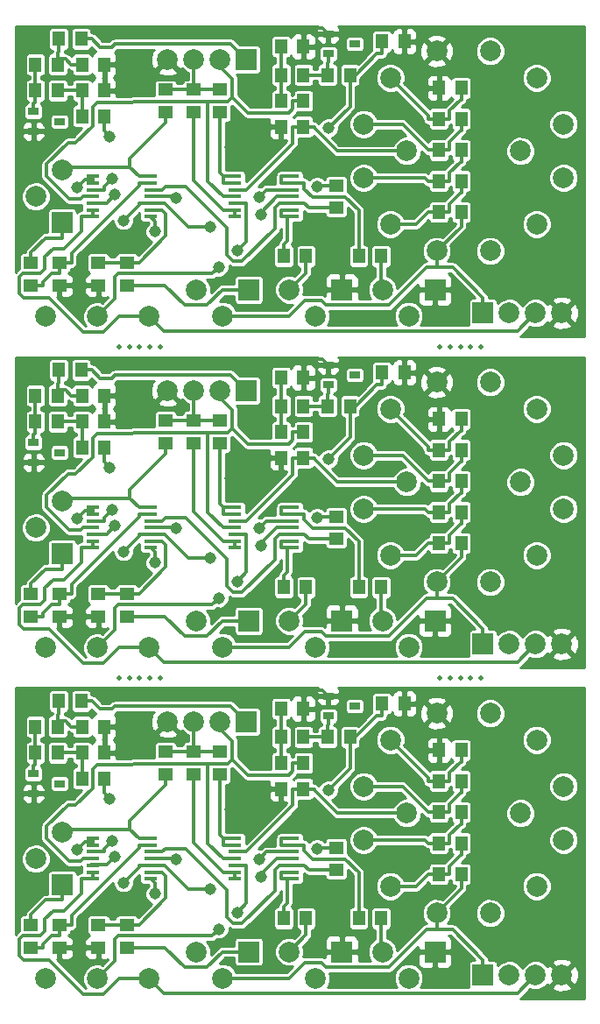
<source format=gtl>
G04 (created by PCBNEW (2013-07-07 BZR 4022)-stable) date 2014-08-04 10:27:05 PM*
%MOIN*%
G04 Gerber Fmt 3.4, Leading zero omitted, Abs format*
%FSLAX34Y34*%
G01*
G70*
G90*
G04 APERTURE LIST*
%ADD10C,0.00590551*%
%ADD11C,0.0787*%
%ADD12R,0.0394X0.0276*%
%ADD13R,0.055X0.045*%
%ADD14R,0.045X0.055*%
%ADD15R,0.0787X0.0787*%
%ADD16C,0.0787402*%
%ADD17R,0.0512X0.0118*%
%ADD18C,0.019685*%
%ADD19C,0.045*%
%ADD20C,0.012*%
%ADD21C,0.0117953*%
%ADD22C,0.01*%
G04 APERTURE END LIST*
G54D10*
G54D11*
X13543Y-44330D03*
X11574Y-44330D03*
X15511Y-44330D03*
G54D12*
X12114Y-36909D03*
X11114Y-37284D03*
X11114Y-36534D03*
G54D13*
X17224Y-36547D03*
X17224Y-35697D03*
G54D14*
X26543Y-40354D03*
X27393Y-40354D03*
X26543Y-39173D03*
X27393Y-39173D03*
X26543Y-37992D03*
X27393Y-37992D03*
X26543Y-36811D03*
X27393Y-36811D03*
X26543Y-35629D03*
X27393Y-35629D03*
X12960Y-36712D03*
X13810Y-36712D03*
X11189Y-34744D03*
X12039Y-34744D03*
X12960Y-34744D03*
X13810Y-34744D03*
G54D13*
X18208Y-36547D03*
X18208Y-35697D03*
G54D14*
X21389Y-37106D03*
X20539Y-37106D03*
G54D13*
X14665Y-42291D03*
X14665Y-43141D03*
G54D14*
X12960Y-35728D03*
X13810Y-35728D03*
G54D13*
X13582Y-43141D03*
X13582Y-42291D03*
G54D14*
X11189Y-35728D03*
X12039Y-35728D03*
X12075Y-33759D03*
X12925Y-33759D03*
G54D15*
X19216Y-34547D03*
G54D11*
X18216Y-34547D03*
X17216Y-34547D03*
X16216Y-34547D03*
G54D16*
X23677Y-37011D03*
X24696Y-35248D03*
X26460Y-34228D03*
X28500Y-34228D03*
X30263Y-35248D03*
X31283Y-37011D03*
X29645Y-38031D03*
X25314Y-38031D03*
X23677Y-39051D03*
X24696Y-40814D03*
X26460Y-41834D03*
X28500Y-41834D03*
X30263Y-40814D03*
X31283Y-39051D03*
G54D12*
X23334Y-33956D03*
X22334Y-34331D03*
X22334Y-33581D03*
G54D14*
X22311Y-35137D03*
X23161Y-35137D03*
X24378Y-33858D03*
X25228Y-33858D03*
G54D13*
X22637Y-39338D03*
X22637Y-40188D03*
G54D14*
X20539Y-35137D03*
X21389Y-35137D03*
X21389Y-36122D03*
X20539Y-36122D03*
X20539Y-34055D03*
X21389Y-34055D03*
G54D11*
X18307Y-44307D03*
X17307Y-43307D03*
G54D15*
X19307Y-43307D03*
G54D11*
X21850Y-44307D03*
X20850Y-43307D03*
G54D15*
X22850Y-43307D03*
G54D11*
X25393Y-44307D03*
X24393Y-43307D03*
G54D15*
X26393Y-43307D03*
G54D11*
X11204Y-39763D03*
X12204Y-38763D03*
G54D15*
X12204Y-40763D03*
G54D13*
X12106Y-43141D03*
X12106Y-42291D03*
X11023Y-43141D03*
X11023Y-42291D03*
X16141Y-36547D03*
X16141Y-35697D03*
G54D15*
X28224Y-44192D03*
G54D11*
X29224Y-44192D03*
X30224Y-44192D03*
X31224Y-44192D03*
G54D14*
X23492Y-42027D03*
X24342Y-42027D03*
X20637Y-42027D03*
X21487Y-42027D03*
G54D17*
X20981Y-40523D03*
X20981Y-40273D03*
X20981Y-40013D03*
X20981Y-39763D03*
X20981Y-39503D03*
X20981Y-39248D03*
X20981Y-38993D03*
X18781Y-38993D03*
X18781Y-39248D03*
X18781Y-39503D03*
X18781Y-39763D03*
X18781Y-40018D03*
X18781Y-40273D03*
X18781Y-40528D03*
X15568Y-40523D03*
X15568Y-40273D03*
X15568Y-40013D03*
X15568Y-39763D03*
X15568Y-39503D03*
X15568Y-39248D03*
X15568Y-38993D03*
X13368Y-38993D03*
X13368Y-39248D03*
X13368Y-39503D03*
X13368Y-39763D03*
X13368Y-40018D03*
X13368Y-40273D03*
X13368Y-40528D03*
X15568Y-27925D03*
X15568Y-27675D03*
X15568Y-27415D03*
X15568Y-27165D03*
X15568Y-26905D03*
X15568Y-26650D03*
X15568Y-26395D03*
X13368Y-26395D03*
X13368Y-26650D03*
X13368Y-26905D03*
X13368Y-27165D03*
X13368Y-27420D03*
X13368Y-27675D03*
X13368Y-27930D03*
X20981Y-27925D03*
X20981Y-27675D03*
X20981Y-27415D03*
X20981Y-27165D03*
X20981Y-26905D03*
X20981Y-26650D03*
X20981Y-26395D03*
X18781Y-26395D03*
X18781Y-26650D03*
X18781Y-26905D03*
X18781Y-27165D03*
X18781Y-27420D03*
X18781Y-27675D03*
X18781Y-27930D03*
G54D14*
X20637Y-29429D03*
X21487Y-29429D03*
X23492Y-29429D03*
X24342Y-29429D03*
G54D15*
X28224Y-31594D03*
G54D11*
X29224Y-31594D03*
X30224Y-31594D03*
X31224Y-31594D03*
G54D13*
X16141Y-23948D03*
X16141Y-23098D03*
X11023Y-30543D03*
X11023Y-29693D03*
X12106Y-30543D03*
X12106Y-29693D03*
G54D11*
X11204Y-27165D03*
X12204Y-26165D03*
G54D15*
X12204Y-28165D03*
G54D11*
X25393Y-31708D03*
X24393Y-30708D03*
G54D15*
X26393Y-30708D03*
G54D11*
X21850Y-31708D03*
X20850Y-30708D03*
G54D15*
X22850Y-30708D03*
G54D11*
X18307Y-31708D03*
X17307Y-30708D03*
G54D15*
X19307Y-30708D03*
G54D14*
X20539Y-21456D03*
X21389Y-21456D03*
X21389Y-23523D03*
X20539Y-23523D03*
X20539Y-22539D03*
X21389Y-22539D03*
G54D13*
X22637Y-26740D03*
X22637Y-27590D03*
G54D14*
X24378Y-21259D03*
X25228Y-21259D03*
X22311Y-22539D03*
X23161Y-22539D03*
G54D12*
X23334Y-21358D03*
X22334Y-21733D03*
X22334Y-20983D03*
G54D16*
X23677Y-24413D03*
X24696Y-22649D03*
X26460Y-21629D03*
X28500Y-21629D03*
X30263Y-22649D03*
X31283Y-24413D03*
X29645Y-25433D03*
X25314Y-25433D03*
X23677Y-26452D03*
X24696Y-28216D03*
X26460Y-29236D03*
X28500Y-29236D03*
X30263Y-28216D03*
X31283Y-26452D03*
G54D15*
X19216Y-21948D03*
G54D11*
X18216Y-21948D03*
X17216Y-21948D03*
X16216Y-21948D03*
G54D14*
X12075Y-21161D03*
X12925Y-21161D03*
X11189Y-23129D03*
X12039Y-23129D03*
G54D13*
X13582Y-30543D03*
X13582Y-29693D03*
G54D14*
X12960Y-23129D03*
X13810Y-23129D03*
G54D13*
X14665Y-29693D03*
X14665Y-30543D03*
G54D14*
X21389Y-24507D03*
X20539Y-24507D03*
G54D13*
X18208Y-23948D03*
X18208Y-23098D03*
G54D14*
X12960Y-22145D03*
X13810Y-22145D03*
X11189Y-22145D03*
X12039Y-22145D03*
X12960Y-24114D03*
X13810Y-24114D03*
X26543Y-23031D03*
X27393Y-23031D03*
X26543Y-24212D03*
X27393Y-24212D03*
X26543Y-25393D03*
X27393Y-25393D03*
X26543Y-26574D03*
X27393Y-26574D03*
X26543Y-27755D03*
X27393Y-27755D03*
G54D13*
X17224Y-23948D03*
X17224Y-23098D03*
G54D12*
X12114Y-24311D03*
X11114Y-24686D03*
X11114Y-23936D03*
G54D11*
X13543Y-31732D03*
X11574Y-31732D03*
X15511Y-31732D03*
X13543Y-19133D03*
X11574Y-19133D03*
X15511Y-19133D03*
G54D12*
X12114Y-11712D03*
X11114Y-12087D03*
X11114Y-11337D03*
G54D13*
X17224Y-11350D03*
X17224Y-10500D03*
G54D14*
X26543Y-15157D03*
X27393Y-15157D03*
X26543Y-13976D03*
X27393Y-13976D03*
X26543Y-12795D03*
X27393Y-12795D03*
X26543Y-11614D03*
X27393Y-11614D03*
X26543Y-10433D03*
X27393Y-10433D03*
X12960Y-11515D03*
X13810Y-11515D03*
X11189Y-9547D03*
X12039Y-9547D03*
X12960Y-9547D03*
X13810Y-9547D03*
G54D13*
X18208Y-11350D03*
X18208Y-10500D03*
G54D14*
X21389Y-11909D03*
X20539Y-11909D03*
G54D13*
X14665Y-17094D03*
X14665Y-17944D03*
G54D14*
X12960Y-10531D03*
X13810Y-10531D03*
G54D13*
X13582Y-17944D03*
X13582Y-17094D03*
G54D14*
X11189Y-10531D03*
X12039Y-10531D03*
X12075Y-8562D03*
X12925Y-8562D03*
G54D15*
X19216Y-9350D03*
G54D11*
X18216Y-9350D03*
X17216Y-9350D03*
X16216Y-9350D03*
G54D16*
X23677Y-11814D03*
X24696Y-10051D03*
X26460Y-9031D03*
X28500Y-9031D03*
X30263Y-10051D03*
X31283Y-11814D03*
X29645Y-12834D03*
X25314Y-12834D03*
X23677Y-13854D03*
X24696Y-15618D03*
X26460Y-16637D03*
X28500Y-16637D03*
X30263Y-15618D03*
X31283Y-13854D03*
G54D12*
X23334Y-8759D03*
X22334Y-9134D03*
X22334Y-8384D03*
G54D14*
X22311Y-9940D03*
X23161Y-9940D03*
X24378Y-8661D03*
X25228Y-8661D03*
G54D13*
X22637Y-14141D03*
X22637Y-14991D03*
G54D14*
X20539Y-9940D03*
X21389Y-9940D03*
X21389Y-10925D03*
X20539Y-10925D03*
X20539Y-8858D03*
X21389Y-8858D03*
G54D11*
X18307Y-19110D03*
X17307Y-18110D03*
G54D15*
X19307Y-18110D03*
G54D11*
X21850Y-19110D03*
X20850Y-18110D03*
G54D15*
X22850Y-18110D03*
G54D11*
X25393Y-19110D03*
X24393Y-18110D03*
G54D15*
X26393Y-18110D03*
G54D11*
X11204Y-14566D03*
X12204Y-13566D03*
G54D15*
X12204Y-15566D03*
G54D13*
X12106Y-17944D03*
X12106Y-17094D03*
X11023Y-17944D03*
X11023Y-17094D03*
X16141Y-11350D03*
X16141Y-10500D03*
G54D15*
X28224Y-18996D03*
G54D11*
X29224Y-18996D03*
X30224Y-18996D03*
X31224Y-18996D03*
G54D14*
X23492Y-16830D03*
X24342Y-16830D03*
X20637Y-16830D03*
X21487Y-16830D03*
G54D17*
X20981Y-15326D03*
X20981Y-15076D03*
X20981Y-14816D03*
X20981Y-14566D03*
X20981Y-14306D03*
X20981Y-14051D03*
X20981Y-13796D03*
X18781Y-13796D03*
X18781Y-14051D03*
X18781Y-14306D03*
X18781Y-14566D03*
X18781Y-14821D03*
X18781Y-15076D03*
X18781Y-15331D03*
X15568Y-15326D03*
X15568Y-15076D03*
X15568Y-14816D03*
X15568Y-14566D03*
X15568Y-14306D03*
X15568Y-14051D03*
X15568Y-13796D03*
X13368Y-13796D03*
X13368Y-14051D03*
X13368Y-14306D03*
X13368Y-14566D03*
X13368Y-14821D03*
X13368Y-15076D03*
X13368Y-15331D03*
G54D18*
X14370Y-20275D03*
X14763Y-20275D03*
X15157Y-20275D03*
X15551Y-20275D03*
X15944Y-20275D03*
X26574Y-20275D03*
X26968Y-20275D03*
X27362Y-20275D03*
X27755Y-20275D03*
X28149Y-20275D03*
X14370Y-32874D03*
X14763Y-32874D03*
X15157Y-32874D03*
X15551Y-32874D03*
X15944Y-32874D03*
X26574Y-32874D03*
X26968Y-32874D03*
X27362Y-32874D03*
X27755Y-32874D03*
X28149Y-32874D03*
G54D19*
X12760Y-39428D03*
X12760Y-26829D03*
X12760Y-14231D03*
X16527Y-39801D03*
X19761Y-40455D03*
X19761Y-27857D03*
X16527Y-27202D03*
X16527Y-14604D03*
X19761Y-15259D03*
X14538Y-40671D03*
X14019Y-37473D03*
X17855Y-40907D03*
X19719Y-39771D03*
X19719Y-27172D03*
X17855Y-28308D03*
X14019Y-24874D03*
X14538Y-28072D03*
X14538Y-15474D03*
X14019Y-12276D03*
X17855Y-15710D03*
X19719Y-14574D03*
X15747Y-41095D03*
X15747Y-28497D03*
X15747Y-15898D03*
X18602Y-37893D03*
X12795Y-43700D03*
X12795Y-31102D03*
X18602Y-25295D03*
X18602Y-12696D03*
X12795Y-18503D03*
X21903Y-39382D03*
X22348Y-37148D03*
X22348Y-24550D03*
X21903Y-26783D03*
X21903Y-14185D03*
X22348Y-11951D03*
X18874Y-41812D03*
X18163Y-42441D03*
X18163Y-29842D03*
X18874Y-29214D03*
X18874Y-16615D03*
X18163Y-17244D03*
X14208Y-39693D03*
X14208Y-27094D03*
X14208Y-14496D03*
X14124Y-39071D03*
X14124Y-26472D03*
X14124Y-13874D03*
G54D20*
X13368Y-38993D02*
X13368Y-39121D01*
X13368Y-39121D02*
X13368Y-39248D01*
X13067Y-39121D02*
X12760Y-39428D01*
X13368Y-39121D02*
X13067Y-39121D01*
X13368Y-26522D02*
X13067Y-26522D01*
X13067Y-26522D02*
X12760Y-26829D01*
X13368Y-26522D02*
X13368Y-26650D01*
X13368Y-26395D02*
X13368Y-26522D01*
X13368Y-13796D02*
X13368Y-13924D01*
X13368Y-13924D02*
X13368Y-14051D01*
X13067Y-13924D02*
X12760Y-14231D01*
X13368Y-13924D02*
X13067Y-13924D01*
X13639Y-34069D02*
X13330Y-33759D01*
X14099Y-34069D02*
X13639Y-34069D01*
X14215Y-33953D02*
X14099Y-34069D01*
X18622Y-33953D02*
X14215Y-33953D01*
X19216Y-34547D02*
X18622Y-33953D01*
X12925Y-33759D02*
X13330Y-33759D01*
X16490Y-39763D02*
X16527Y-39801D01*
X15568Y-39763D02*
X16490Y-39763D01*
X20366Y-39763D02*
X20981Y-39763D01*
X19761Y-40369D02*
X20366Y-39763D01*
X19761Y-40455D02*
X19761Y-40369D01*
X19761Y-27857D02*
X19761Y-27770D01*
X19761Y-27770D02*
X20366Y-27165D01*
X20366Y-27165D02*
X20981Y-27165D01*
X15568Y-27165D02*
X16490Y-27165D01*
X16490Y-27165D02*
X16527Y-27202D01*
X12925Y-21161D02*
X13330Y-21161D01*
X19216Y-21948D02*
X18622Y-21355D01*
X18622Y-21355D02*
X14215Y-21355D01*
X14215Y-21355D02*
X14099Y-21471D01*
X14099Y-21471D02*
X13639Y-21471D01*
X13639Y-21471D02*
X13330Y-21161D01*
X13639Y-8872D02*
X13330Y-8562D01*
X14099Y-8872D02*
X13639Y-8872D01*
X14215Y-8756D02*
X14099Y-8872D01*
X18622Y-8756D02*
X14215Y-8756D01*
X19216Y-9350D02*
X18622Y-8756D01*
X12925Y-8562D02*
X13330Y-8562D01*
X16490Y-14566D02*
X16527Y-14604D01*
X15568Y-14566D02*
X16490Y-14566D01*
X20366Y-14566D02*
X20981Y-14566D01*
X19761Y-15172D02*
X20366Y-14566D01*
X19761Y-15259D02*
X19761Y-15172D01*
X15132Y-40077D02*
X14538Y-40671D01*
X15132Y-40013D02*
X15132Y-40077D01*
X13810Y-37264D02*
X13810Y-36712D01*
X14019Y-37473D02*
X13810Y-37264D01*
X15350Y-40013D02*
X15132Y-40013D01*
X15350Y-40013D02*
X15568Y-40013D01*
X17008Y-40907D02*
X17855Y-40907D01*
X16115Y-40013D02*
X17008Y-40907D01*
X15568Y-40013D02*
X16115Y-40013D01*
X19987Y-39503D02*
X20981Y-39503D01*
X19719Y-39771D02*
X19987Y-39503D01*
X19719Y-27172D02*
X19987Y-26905D01*
X19987Y-26905D02*
X20981Y-26905D01*
X15568Y-27415D02*
X16115Y-27415D01*
X16115Y-27415D02*
X17008Y-28308D01*
X17008Y-28308D02*
X17855Y-28308D01*
X15350Y-27415D02*
X15568Y-27415D01*
X15350Y-27415D02*
X15132Y-27415D01*
X14019Y-24874D02*
X13810Y-24666D01*
X13810Y-24666D02*
X13810Y-24114D01*
X15132Y-27415D02*
X15132Y-27478D01*
X15132Y-27478D02*
X14538Y-28072D01*
X15132Y-14880D02*
X14538Y-15474D01*
X15132Y-14816D02*
X15132Y-14880D01*
X13810Y-12067D02*
X13810Y-11515D01*
X14019Y-12276D02*
X13810Y-12067D01*
X15350Y-14816D02*
X15132Y-14816D01*
X15350Y-14816D02*
X15568Y-14816D01*
X17008Y-15710D02*
X17855Y-15710D01*
X16115Y-14816D02*
X17008Y-15710D01*
X15568Y-14816D02*
X16115Y-14816D01*
X19987Y-14306D02*
X20981Y-14306D01*
X19719Y-14574D02*
X19987Y-14306D01*
X27393Y-40901D02*
X27393Y-40354D01*
X26460Y-41834D02*
X27393Y-40901D01*
X15747Y-40702D02*
X15747Y-41095D01*
X15568Y-40523D02*
X15747Y-40702D01*
X28224Y-44192D02*
X28224Y-43619D01*
X26460Y-42463D02*
X26460Y-41834D01*
X26070Y-42463D02*
X26460Y-42463D01*
X24643Y-43890D02*
X26070Y-42463D01*
X22245Y-43890D02*
X24643Y-43890D01*
X22073Y-43719D02*
X22245Y-43890D01*
X21438Y-43719D02*
X22073Y-43719D01*
X20850Y-44307D02*
X21438Y-43719D01*
X18307Y-44307D02*
X20850Y-44307D01*
X27068Y-42463D02*
X28224Y-43619D01*
X26460Y-42463D02*
X27068Y-42463D01*
X26460Y-29864D02*
X27068Y-29864D01*
X27068Y-29864D02*
X28224Y-31020D01*
X18307Y-31708D02*
X20850Y-31708D01*
X20850Y-31708D02*
X21438Y-31120D01*
X21438Y-31120D02*
X22073Y-31120D01*
X22073Y-31120D02*
X22245Y-31291D01*
X22245Y-31291D02*
X24643Y-31291D01*
X24643Y-31291D02*
X26070Y-29864D01*
X26070Y-29864D02*
X26460Y-29864D01*
X26460Y-29864D02*
X26460Y-29236D01*
X28224Y-31594D02*
X28224Y-31020D01*
X15568Y-27925D02*
X15747Y-28103D01*
X15747Y-28103D02*
X15747Y-28497D01*
X26460Y-29236D02*
X27393Y-28303D01*
X27393Y-28303D02*
X27393Y-27755D01*
X27393Y-15704D02*
X27393Y-15157D01*
X26460Y-16637D02*
X27393Y-15704D01*
X15747Y-15505D02*
X15747Y-15898D01*
X15568Y-15326D02*
X15747Y-15505D01*
X28224Y-18996D02*
X28224Y-18422D01*
X26460Y-17266D02*
X26460Y-16637D01*
X26070Y-17266D02*
X26460Y-17266D01*
X24643Y-18693D02*
X26070Y-17266D01*
X22245Y-18693D02*
X24643Y-18693D01*
X22073Y-18522D02*
X22245Y-18693D01*
X21438Y-18522D02*
X22073Y-18522D01*
X20850Y-19110D02*
X21438Y-18522D01*
X18307Y-19110D02*
X20850Y-19110D01*
X27068Y-17266D02*
X28224Y-18422D01*
X26460Y-17266D02*
X27068Y-17266D01*
X16061Y-44880D02*
X15511Y-44330D01*
X29536Y-44880D02*
X16061Y-44880D01*
X30224Y-44192D02*
X29536Y-44880D01*
X13368Y-40273D02*
X13368Y-40528D01*
X14365Y-44330D02*
X15511Y-44330D01*
X13773Y-44922D02*
X14365Y-44330D01*
X13010Y-44922D02*
X13773Y-44922D01*
X11715Y-43626D02*
X13010Y-44922D01*
X10737Y-43626D02*
X11715Y-43626D01*
X10568Y-43457D02*
X10737Y-43626D01*
X10568Y-42833D02*
X10568Y-43457D01*
X10705Y-42696D02*
X10568Y-42833D01*
X11385Y-42696D02*
X10705Y-42696D01*
X11550Y-42531D02*
X11385Y-42696D01*
X11550Y-42061D02*
X11550Y-42531D01*
X11865Y-41746D02*
X11550Y-42061D01*
X12270Y-41746D02*
X11865Y-41746D01*
X12932Y-41084D02*
X12270Y-41746D01*
X12932Y-40528D02*
X12932Y-41084D01*
X13368Y-40528D02*
X12932Y-40528D01*
X13368Y-27930D02*
X12932Y-27930D01*
X12932Y-27930D02*
X12932Y-28486D01*
X12932Y-28486D02*
X12270Y-29147D01*
X12270Y-29147D02*
X11865Y-29147D01*
X11865Y-29147D02*
X11550Y-29462D01*
X11550Y-29462D02*
X11550Y-29932D01*
X11550Y-29932D02*
X11385Y-30098D01*
X11385Y-30098D02*
X10705Y-30098D01*
X10705Y-30098D02*
X10568Y-30235D01*
X10568Y-30235D02*
X10568Y-30859D01*
X10568Y-30859D02*
X10737Y-31028D01*
X10737Y-31028D02*
X11715Y-31028D01*
X11715Y-31028D02*
X13010Y-32324D01*
X13010Y-32324D02*
X13773Y-32324D01*
X13773Y-32324D02*
X14365Y-31732D01*
X14365Y-31732D02*
X15511Y-31732D01*
X13368Y-27675D02*
X13368Y-27930D01*
X30224Y-31594D02*
X29536Y-32282D01*
X29536Y-32282D02*
X16061Y-32282D01*
X16061Y-32282D02*
X15511Y-31732D01*
X16061Y-19683D02*
X15511Y-19133D01*
X29536Y-19683D02*
X16061Y-19683D01*
X30224Y-18996D02*
X29536Y-19683D01*
X13368Y-15076D02*
X13368Y-15331D01*
X14365Y-19133D02*
X15511Y-19133D01*
X13773Y-19726D02*
X14365Y-19133D01*
X13010Y-19726D02*
X13773Y-19726D01*
X11715Y-18430D02*
X13010Y-19726D01*
X10737Y-18430D02*
X11715Y-18430D01*
X10568Y-18260D02*
X10737Y-18430D01*
X10568Y-17636D02*
X10568Y-18260D01*
X10705Y-17499D02*
X10568Y-17636D01*
X11385Y-17499D02*
X10705Y-17499D01*
X11550Y-17334D02*
X11385Y-17499D01*
X11550Y-16864D02*
X11550Y-17334D01*
X11865Y-16549D02*
X11550Y-16864D01*
X12270Y-16549D02*
X11865Y-16549D01*
X12932Y-15887D02*
X12270Y-16549D01*
X12932Y-15331D02*
X12932Y-15887D01*
X13368Y-15331D02*
X12932Y-15331D01*
X18781Y-39763D02*
X18345Y-39763D01*
X13368Y-39763D02*
X13241Y-39763D01*
G54D21*
X13220Y-39742D02*
X13241Y-39763D01*
X13220Y-39742D02*
X13220Y-39742D01*
G54D20*
X17753Y-39171D02*
X17753Y-36141D01*
X18345Y-39763D02*
X17753Y-39171D01*
X13022Y-39742D02*
X13220Y-39742D01*
X12921Y-39844D02*
X13022Y-39742D01*
X12463Y-39844D02*
X12921Y-39844D01*
X11613Y-38994D02*
X12463Y-39844D01*
X11613Y-38531D02*
X11613Y-38994D01*
X12429Y-37714D02*
X11613Y-38531D01*
X12722Y-37714D02*
X12429Y-37714D01*
X13365Y-37071D02*
X12722Y-37714D01*
X13365Y-36359D02*
X13365Y-37071D01*
X13537Y-36187D02*
X13365Y-36359D01*
X14880Y-36187D02*
X13537Y-36187D01*
X14926Y-36141D02*
X14880Y-36187D01*
X17753Y-36141D02*
X14926Y-36141D01*
X17753Y-36141D02*
X17753Y-36141D01*
X21389Y-36122D02*
X20984Y-36122D01*
X20984Y-36432D02*
X20984Y-36122D01*
X20839Y-36577D02*
X20984Y-36432D01*
X19272Y-36577D02*
X20839Y-36577D01*
X18680Y-35985D02*
X19272Y-36577D01*
X18524Y-36141D02*
X18680Y-35985D01*
X17753Y-36141D02*
X18524Y-36141D01*
X17753Y-36141D02*
X17753Y-36141D01*
X18216Y-34807D02*
X18216Y-34547D01*
X18680Y-35271D02*
X18216Y-34807D01*
X18680Y-35985D02*
X18680Y-35271D01*
X18680Y-23387D02*
X18680Y-22673D01*
X18680Y-22673D02*
X18216Y-22209D01*
X18216Y-22209D02*
X18216Y-21948D01*
X17753Y-23543D02*
X17753Y-23543D01*
X17753Y-23543D02*
X18524Y-23543D01*
X18524Y-23543D02*
X18680Y-23387D01*
X18680Y-23387D02*
X19272Y-23978D01*
X19272Y-23978D02*
X20839Y-23978D01*
X20839Y-23978D02*
X20984Y-23833D01*
X20984Y-23833D02*
X20984Y-23523D01*
X21389Y-23523D02*
X20984Y-23523D01*
X17753Y-23543D02*
X17753Y-23543D01*
X17753Y-23543D02*
X14926Y-23543D01*
X14926Y-23543D02*
X14880Y-23589D01*
X14880Y-23589D02*
X13537Y-23589D01*
X13537Y-23589D02*
X13365Y-23760D01*
X13365Y-23760D02*
X13365Y-24472D01*
X13365Y-24472D02*
X12722Y-25116D01*
X12722Y-25116D02*
X12429Y-25116D01*
X12429Y-25116D02*
X11613Y-25932D01*
X11613Y-25932D02*
X11613Y-26395D01*
X11613Y-26395D02*
X12463Y-27246D01*
X12463Y-27246D02*
X12921Y-27246D01*
X12921Y-27246D02*
X13022Y-27144D01*
X13022Y-27144D02*
X13220Y-27144D01*
X18345Y-27165D02*
X17753Y-26573D01*
X17753Y-26573D02*
X17753Y-23543D01*
G54D21*
X13220Y-27144D02*
X13220Y-27144D01*
X13220Y-27144D02*
X13241Y-27165D01*
G54D20*
X13368Y-27165D02*
X13241Y-27165D01*
X18781Y-27165D02*
X18345Y-27165D01*
X18781Y-14566D02*
X18345Y-14566D01*
X13368Y-14566D02*
X13241Y-14566D01*
G54D21*
X13220Y-14546D02*
X13241Y-14566D01*
X13220Y-14546D02*
X13220Y-14546D01*
G54D20*
X17753Y-13974D02*
X17753Y-10945D01*
X18345Y-14566D02*
X17753Y-13974D01*
X13022Y-14546D02*
X13220Y-14546D01*
X12921Y-14647D02*
X13022Y-14546D01*
X12463Y-14647D02*
X12921Y-14647D01*
X11613Y-13797D02*
X12463Y-14647D01*
X11613Y-13334D02*
X11613Y-13797D01*
X12429Y-12517D02*
X11613Y-13334D01*
X12722Y-12517D02*
X12429Y-12517D01*
X13365Y-11874D02*
X12722Y-12517D01*
X13365Y-11162D02*
X13365Y-11874D01*
X13537Y-10990D02*
X13365Y-11162D01*
X14880Y-10990D02*
X13537Y-10990D01*
X14926Y-10945D02*
X14880Y-10990D01*
X17753Y-10945D02*
X14926Y-10945D01*
X17753Y-10945D02*
X17753Y-10945D01*
X21389Y-10925D02*
X20984Y-10925D01*
X20984Y-11235D02*
X20984Y-10925D01*
X20839Y-11380D02*
X20984Y-11235D01*
X19272Y-11380D02*
X20839Y-11380D01*
X18680Y-10788D02*
X19272Y-11380D01*
X18524Y-10945D02*
X18680Y-10788D01*
X17753Y-10945D02*
X18524Y-10945D01*
X17753Y-10945D02*
X17753Y-10945D01*
X18216Y-9610D02*
X18216Y-9350D01*
X18680Y-10074D02*
X18216Y-9610D01*
X18680Y-10788D02*
X18680Y-10074D01*
X20981Y-40013D02*
X21417Y-40013D01*
X22637Y-40188D02*
X22182Y-40188D01*
X21592Y-40188D02*
X21417Y-40013D01*
X22182Y-40188D02*
X21592Y-40188D01*
X20465Y-40013D02*
X20981Y-40013D01*
X20304Y-40174D02*
X20465Y-40013D01*
X20304Y-40975D02*
X20304Y-40174D01*
X19048Y-42231D02*
X20304Y-40975D01*
X18719Y-42231D02*
X19048Y-42231D01*
X18468Y-41980D02*
X18719Y-42231D01*
X18468Y-40947D02*
X18468Y-41980D01*
X16917Y-39396D02*
X18468Y-40947D01*
X16129Y-39396D02*
X16917Y-39396D01*
X16021Y-39503D02*
X16129Y-39396D01*
X15568Y-39503D02*
X16021Y-39503D01*
X15568Y-26905D02*
X16021Y-26905D01*
X16021Y-26905D02*
X16129Y-26797D01*
X16129Y-26797D02*
X16917Y-26797D01*
X16917Y-26797D02*
X18468Y-28349D01*
X18468Y-28349D02*
X18468Y-29382D01*
X18468Y-29382D02*
X18719Y-29633D01*
X18719Y-29633D02*
X19048Y-29633D01*
X19048Y-29633D02*
X20304Y-28377D01*
X20304Y-28377D02*
X20304Y-27576D01*
X20304Y-27576D02*
X20465Y-27415D01*
X20465Y-27415D02*
X20981Y-27415D01*
X22182Y-27590D02*
X21592Y-27590D01*
X21592Y-27590D02*
X21417Y-27415D01*
X22637Y-27590D02*
X22182Y-27590D01*
X20981Y-27415D02*
X21417Y-27415D01*
X20981Y-14816D02*
X21417Y-14816D01*
X22637Y-14991D02*
X22182Y-14991D01*
X21592Y-14991D02*
X21417Y-14816D01*
X22182Y-14991D02*
X21592Y-14991D01*
X20465Y-14816D02*
X20981Y-14816D01*
X20304Y-14978D02*
X20465Y-14816D01*
X20304Y-15778D02*
X20304Y-14978D01*
X19048Y-17034D02*
X20304Y-15778D01*
X18719Y-17034D02*
X19048Y-17034D01*
X18468Y-16783D02*
X18719Y-17034D01*
X18468Y-15750D02*
X18468Y-16783D01*
X16917Y-14199D02*
X18468Y-15750D01*
X16129Y-14199D02*
X16917Y-14199D01*
X16021Y-14306D02*
X16129Y-14199D01*
X15568Y-14306D02*
X16021Y-14306D01*
X20539Y-37106D02*
X20194Y-37106D01*
X20194Y-37106D02*
X19407Y-37893D01*
X19407Y-37893D02*
X18602Y-37893D01*
X14173Y-33366D02*
X13877Y-33661D01*
X22119Y-33366D02*
X14173Y-33366D01*
X22334Y-33581D02*
X22119Y-33366D01*
X12106Y-43141D02*
X12835Y-43141D01*
X12835Y-43141D02*
X13582Y-43141D01*
X12795Y-43182D02*
X12835Y-43141D01*
X12795Y-43700D02*
X12795Y-43182D01*
X12795Y-31102D02*
X12795Y-30583D01*
X12795Y-30583D02*
X12835Y-30543D01*
X12835Y-30543D02*
X13582Y-30543D01*
X12106Y-30543D02*
X12835Y-30543D01*
X22334Y-20983D02*
X22119Y-20767D01*
X22119Y-20767D02*
X14173Y-20767D01*
X14173Y-20767D02*
X13877Y-21062D01*
X19407Y-25295D02*
X18602Y-25295D01*
X20194Y-24507D02*
X19407Y-25295D01*
X20539Y-24507D02*
X20194Y-24507D01*
X20539Y-11909D02*
X20194Y-11909D01*
X20194Y-11909D02*
X19407Y-12696D01*
X19407Y-12696D02*
X18602Y-12696D01*
X14173Y-8169D02*
X13877Y-8464D01*
X22119Y-8169D02*
X14173Y-8169D01*
X22334Y-8384D02*
X22119Y-8169D01*
X12106Y-17944D02*
X12835Y-17944D01*
X12835Y-17944D02*
X13582Y-17944D01*
X12795Y-17985D02*
X12835Y-17944D01*
X12795Y-18503D02*
X12795Y-17985D01*
X18781Y-40528D02*
X18781Y-40273D01*
X17224Y-39152D02*
X17224Y-36547D01*
X18345Y-40273D02*
X17224Y-39152D01*
X18781Y-40273D02*
X18345Y-40273D01*
X18781Y-27675D02*
X18345Y-27675D01*
X18345Y-27675D02*
X17224Y-26553D01*
X17224Y-26553D02*
X17224Y-23948D01*
X18781Y-27930D02*
X18781Y-27675D01*
X18781Y-15331D02*
X18781Y-15076D01*
X17224Y-13955D02*
X17224Y-11350D01*
X18345Y-15076D02*
X17224Y-13955D01*
X18781Y-15076D02*
X18345Y-15076D01*
X23161Y-35137D02*
X23363Y-35137D01*
X24188Y-34313D02*
X24378Y-34313D01*
X23363Y-35137D02*
X24188Y-34313D01*
X24378Y-33858D02*
X24378Y-34313D01*
X21947Y-39338D02*
X21903Y-39382D01*
X22637Y-39338D02*
X21947Y-39338D01*
X23161Y-36336D02*
X23161Y-35137D01*
X22348Y-37148D02*
X23161Y-36336D01*
X22348Y-24550D02*
X23161Y-23737D01*
X23161Y-23737D02*
X23161Y-22539D01*
X22637Y-26740D02*
X21947Y-26740D01*
X21947Y-26740D02*
X21903Y-26783D01*
X24378Y-21259D02*
X24378Y-21714D01*
X23363Y-22539D02*
X24188Y-21714D01*
X24188Y-21714D02*
X24378Y-21714D01*
X23161Y-22539D02*
X23363Y-22539D01*
X23161Y-9940D02*
X23363Y-9940D01*
X24188Y-9116D02*
X24378Y-9116D01*
X23363Y-9940D02*
X24188Y-9116D01*
X24378Y-8661D02*
X24378Y-9116D01*
X21947Y-14141D02*
X21903Y-14185D01*
X22637Y-14141D02*
X21947Y-14141D01*
X23161Y-11139D02*
X23161Y-9940D01*
X22348Y-11951D02*
X23161Y-11139D01*
X19217Y-41468D02*
X18874Y-41812D01*
X19217Y-40018D02*
X19217Y-41468D01*
X14210Y-43663D02*
X13543Y-44330D01*
X14210Y-42833D02*
X14210Y-43663D01*
X14347Y-42696D02*
X14210Y-42833D01*
X17907Y-42696D02*
X14347Y-42696D01*
X18163Y-42441D02*
X17907Y-42696D01*
X18781Y-40018D02*
X19217Y-40018D01*
X18781Y-27420D02*
X19217Y-27420D01*
X18163Y-29842D02*
X17907Y-30098D01*
X17907Y-30098D02*
X14347Y-30098D01*
X14347Y-30098D02*
X14210Y-30235D01*
X14210Y-30235D02*
X14210Y-31065D01*
X14210Y-31065D02*
X13543Y-31732D01*
X19217Y-27420D02*
X19217Y-28870D01*
X19217Y-28870D02*
X18874Y-29214D01*
X19217Y-16272D02*
X18874Y-16615D01*
X19217Y-14821D02*
X19217Y-16272D01*
X14210Y-18466D02*
X13543Y-19133D01*
X14210Y-17636D02*
X14210Y-18466D01*
X14347Y-17499D02*
X14210Y-17636D01*
X17907Y-17499D02*
X14347Y-17499D01*
X18163Y-17244D02*
X17907Y-17499D01*
X18781Y-14821D02*
X19217Y-14821D01*
X25158Y-37011D02*
X26138Y-37992D01*
X23677Y-37011D02*
X25158Y-37011D01*
X26543Y-37992D02*
X26138Y-37992D01*
X26948Y-37680D02*
X26948Y-37992D01*
X27362Y-37266D02*
X26948Y-37680D01*
X27393Y-37266D02*
X27362Y-37266D01*
X27393Y-36811D02*
X27393Y-37266D01*
X26543Y-37992D02*
X26948Y-37992D01*
X26543Y-25393D02*
X26948Y-25393D01*
X27393Y-24212D02*
X27393Y-24667D01*
X27393Y-24667D02*
X27362Y-24667D01*
X27362Y-24667D02*
X26948Y-25081D01*
X26948Y-25081D02*
X26948Y-25393D01*
X26543Y-25393D02*
X26138Y-25393D01*
X23677Y-24413D02*
X25158Y-24413D01*
X25158Y-24413D02*
X26138Y-25393D01*
X25158Y-11814D02*
X26138Y-12795D01*
X23677Y-11814D02*
X25158Y-11814D01*
X26543Y-12795D02*
X26138Y-12795D01*
X26948Y-12483D02*
X26948Y-12795D01*
X27362Y-12069D02*
X26948Y-12483D01*
X27393Y-12069D02*
X27362Y-12069D01*
X27393Y-11614D02*
X27393Y-12069D01*
X26543Y-12795D02*
X26948Y-12795D01*
X26016Y-39051D02*
X26138Y-39173D01*
X23677Y-39051D02*
X26016Y-39051D01*
X26543Y-39173D02*
X26138Y-39173D01*
X26948Y-38861D02*
X26948Y-39173D01*
X27362Y-38447D02*
X26948Y-38861D01*
X27393Y-38447D02*
X27362Y-38447D01*
X27393Y-37992D02*
X27393Y-38447D01*
X26543Y-39173D02*
X26948Y-39173D01*
X26543Y-26574D02*
X26948Y-26574D01*
X27393Y-25393D02*
X27393Y-25848D01*
X27393Y-25848D02*
X27362Y-25848D01*
X27362Y-25848D02*
X26948Y-26262D01*
X26948Y-26262D02*
X26948Y-26574D01*
X26543Y-26574D02*
X26138Y-26574D01*
X23677Y-26452D02*
X26016Y-26452D01*
X26016Y-26452D02*
X26138Y-26574D01*
X26016Y-13854D02*
X26138Y-13976D01*
X23677Y-13854D02*
X26016Y-13854D01*
X26543Y-13976D02*
X26138Y-13976D01*
X26948Y-13664D02*
X26948Y-13976D01*
X27362Y-13250D02*
X26948Y-13664D01*
X27393Y-13250D02*
X27362Y-13250D01*
X27393Y-12795D02*
X27393Y-13250D01*
X26543Y-13976D02*
X26948Y-13976D01*
X26948Y-40042D02*
X26948Y-40354D01*
X27362Y-39628D02*
X26948Y-40042D01*
X27393Y-39628D02*
X27362Y-39628D01*
X27393Y-39173D02*
X27393Y-39628D01*
X26543Y-40354D02*
X26948Y-40354D01*
X25677Y-40814D02*
X26138Y-40354D01*
X24696Y-40814D02*
X25677Y-40814D01*
X26543Y-40354D02*
X26138Y-40354D01*
X26543Y-27755D02*
X26138Y-27755D01*
X24696Y-28216D02*
X25677Y-28216D01*
X25677Y-28216D02*
X26138Y-27755D01*
X26543Y-27755D02*
X26948Y-27755D01*
X27393Y-26574D02*
X27393Y-27029D01*
X27393Y-27029D02*
X27362Y-27029D01*
X27362Y-27029D02*
X26948Y-27443D01*
X26948Y-27443D02*
X26948Y-27755D01*
X26948Y-14845D02*
X26948Y-15157D01*
X27362Y-14431D02*
X26948Y-14845D01*
X27393Y-14431D02*
X27362Y-14431D01*
X27393Y-13976D02*
X27393Y-14431D01*
X26543Y-15157D02*
X26948Y-15157D01*
X25677Y-15618D02*
X26138Y-15157D01*
X24696Y-15618D02*
X25677Y-15618D01*
X26543Y-15157D02*
X26138Y-15157D01*
X18197Y-38845D02*
X18345Y-38993D01*
X18208Y-36892D02*
X18197Y-36903D01*
X18208Y-36547D02*
X18208Y-36892D01*
X18197Y-36903D02*
X18197Y-38845D01*
X18345Y-39248D02*
X18345Y-38993D01*
X18781Y-39248D02*
X18345Y-39248D01*
X18781Y-38993D02*
X18345Y-38993D01*
X18781Y-38993D02*
X18345Y-38993D01*
X18781Y-26395D02*
X18345Y-26395D01*
X18781Y-26395D02*
X18345Y-26395D01*
X18781Y-26650D02*
X18345Y-26650D01*
X18345Y-26650D02*
X18345Y-26395D01*
X18197Y-24304D02*
X18197Y-26246D01*
X18208Y-23948D02*
X18208Y-24293D01*
X18208Y-24293D02*
X18197Y-24304D01*
X18197Y-26246D02*
X18345Y-26395D01*
X18197Y-13648D02*
X18345Y-13796D01*
X18208Y-11695D02*
X18197Y-11706D01*
X18208Y-11350D02*
X18208Y-11695D01*
X18197Y-11706D02*
X18197Y-13648D01*
X18345Y-14051D02*
X18345Y-13796D01*
X18781Y-14051D02*
X18345Y-14051D01*
X18781Y-13796D02*
X18345Y-13796D01*
X18781Y-13796D02*
X18345Y-13796D01*
X26138Y-36689D02*
X26138Y-36811D01*
X24696Y-35248D02*
X26138Y-36689D01*
X26543Y-36811D02*
X26138Y-36811D01*
X26948Y-36498D02*
X26948Y-36811D01*
X27362Y-36085D02*
X26948Y-36498D01*
X27393Y-36085D02*
X27362Y-36085D01*
X27393Y-35629D02*
X27393Y-36085D01*
X26543Y-36811D02*
X26948Y-36811D01*
X26543Y-24212D02*
X26948Y-24212D01*
X27393Y-23031D02*
X27393Y-23486D01*
X27393Y-23486D02*
X27362Y-23486D01*
X27362Y-23486D02*
X26948Y-23900D01*
X26948Y-23900D02*
X26948Y-24212D01*
X26543Y-24212D02*
X26138Y-24212D01*
X24696Y-22649D02*
X26138Y-24091D01*
X26138Y-24091D02*
X26138Y-24212D01*
X26138Y-11492D02*
X26138Y-11614D01*
X24696Y-10051D02*
X26138Y-11492D01*
X26543Y-11614D02*
X26138Y-11614D01*
X26948Y-11302D02*
X26948Y-11614D01*
X27362Y-10888D02*
X26948Y-11302D01*
X27393Y-10888D02*
X27362Y-10888D01*
X27393Y-10433D02*
X27393Y-10888D01*
X26543Y-11614D02*
X26948Y-11614D01*
X21487Y-42669D02*
X21487Y-42027D01*
X20850Y-43307D02*
X21487Y-42669D01*
X20850Y-30708D02*
X21487Y-30071D01*
X21487Y-30071D02*
X21487Y-29429D01*
X21487Y-17472D02*
X21487Y-16830D01*
X20850Y-18110D02*
X21487Y-17472D01*
X20545Y-40273D02*
X20545Y-40523D01*
X20981Y-40273D02*
X20545Y-40273D01*
X20981Y-40523D02*
X20763Y-40523D01*
X20763Y-40523D02*
X20545Y-40523D01*
X20763Y-41446D02*
X20637Y-41572D01*
X20763Y-40523D02*
X20763Y-41446D01*
X20637Y-42027D02*
X20637Y-41572D01*
X20637Y-29429D02*
X20637Y-28974D01*
X20763Y-27925D02*
X20763Y-28848D01*
X20763Y-28848D02*
X20637Y-28974D01*
X20763Y-27925D02*
X20545Y-27925D01*
X20981Y-27925D02*
X20763Y-27925D01*
X20981Y-27675D02*
X20545Y-27675D01*
X20545Y-27675D02*
X20545Y-27925D01*
X20545Y-15076D02*
X20545Y-15326D01*
X20981Y-15076D02*
X20545Y-15076D01*
X20981Y-15326D02*
X20763Y-15326D01*
X20763Y-15326D02*
X20545Y-15326D01*
X20763Y-16249D02*
X20637Y-16375D01*
X20763Y-15326D02*
X20763Y-16249D01*
X20637Y-16830D02*
X20637Y-16375D01*
X24342Y-43255D02*
X24342Y-42027D01*
X24393Y-43307D02*
X24342Y-43255D01*
X24393Y-30708D02*
X24342Y-30657D01*
X24342Y-30657D02*
X24342Y-29429D01*
X24342Y-18058D02*
X24342Y-16830D01*
X24393Y-18110D02*
X24342Y-18058D01*
X20981Y-39248D02*
X21417Y-39248D01*
X23492Y-42027D02*
X23492Y-41572D01*
X20545Y-38993D02*
X20545Y-39248D01*
X20981Y-38993D02*
X20545Y-38993D01*
X20981Y-39248D02*
X20545Y-39248D01*
X23492Y-40284D02*
X23492Y-41572D01*
X22981Y-39773D02*
X23492Y-40284D01*
X22085Y-39773D02*
X22981Y-39773D01*
X22071Y-39787D02*
X22085Y-39773D01*
X21736Y-39787D02*
X22071Y-39787D01*
X21417Y-39469D02*
X21736Y-39787D01*
X21417Y-39248D02*
X21417Y-39469D01*
X21417Y-26650D02*
X21417Y-26870D01*
X21417Y-26870D02*
X21736Y-27188D01*
X21736Y-27188D02*
X22071Y-27188D01*
X22071Y-27188D02*
X22085Y-27175D01*
X22085Y-27175D02*
X22981Y-27175D01*
X22981Y-27175D02*
X23492Y-27686D01*
X23492Y-27686D02*
X23492Y-28974D01*
X20981Y-26650D02*
X20545Y-26650D01*
X20981Y-26395D02*
X20545Y-26395D01*
X20545Y-26395D02*
X20545Y-26650D01*
X23492Y-29429D02*
X23492Y-28974D01*
X20981Y-26650D02*
X21417Y-26650D01*
X20981Y-14051D02*
X21417Y-14051D01*
X23492Y-16830D02*
X23492Y-16375D01*
X20545Y-13796D02*
X20545Y-14051D01*
X20981Y-13796D02*
X20545Y-13796D01*
X20981Y-14051D02*
X20545Y-14051D01*
X23492Y-15087D02*
X23492Y-16375D01*
X22981Y-14576D02*
X23492Y-15087D01*
X22085Y-14576D02*
X22981Y-14576D01*
X22071Y-14590D02*
X22085Y-14576D01*
X21736Y-14590D02*
X22071Y-14590D01*
X21417Y-14272D02*
X21736Y-14590D01*
X21417Y-14051D02*
X21417Y-14272D01*
X13368Y-40018D02*
X13313Y-40018D01*
G54D21*
X13298Y-40003D02*
X13313Y-40018D01*
X13298Y-40003D02*
X13298Y-40003D01*
G54D20*
X13897Y-40003D02*
X14208Y-39693D01*
X13298Y-40003D02*
X13897Y-40003D01*
X13298Y-27405D02*
X13897Y-27405D01*
X13897Y-27405D02*
X14208Y-27094D01*
G54D21*
X13298Y-27405D02*
X13298Y-27405D01*
X13298Y-27405D02*
X13313Y-27420D01*
G54D20*
X13368Y-27420D02*
X13313Y-27420D01*
X13368Y-14821D02*
X13313Y-14821D01*
G54D21*
X13298Y-14807D02*
X13313Y-14821D01*
X13298Y-14807D02*
X13298Y-14807D01*
G54D20*
X13897Y-14807D02*
X14208Y-14496D01*
X13298Y-14807D02*
X13897Y-14807D01*
X13804Y-39390D02*
X14124Y-39071D01*
X13804Y-39503D02*
X13804Y-39390D01*
X13368Y-39503D02*
X13804Y-39503D01*
X13368Y-26905D02*
X13804Y-26905D01*
X13804Y-26905D02*
X13804Y-26792D01*
X13804Y-26792D02*
X14124Y-26472D01*
X13804Y-14193D02*
X14124Y-13874D01*
X13804Y-14306D02*
X13804Y-14193D01*
X13368Y-14306D02*
X13804Y-14306D01*
X15568Y-38993D02*
X15132Y-38993D01*
X14788Y-38305D02*
X16141Y-36952D01*
X14788Y-38649D02*
X14788Y-38305D01*
X12318Y-38649D02*
X14788Y-38649D01*
X12204Y-38763D02*
X12318Y-38649D01*
X14788Y-38649D02*
X15132Y-38993D01*
X16141Y-36547D02*
X16141Y-36952D01*
X16141Y-23948D02*
X16141Y-24353D01*
X14788Y-26051D02*
X15132Y-26395D01*
X12204Y-26165D02*
X12318Y-26051D01*
X12318Y-26051D02*
X14788Y-26051D01*
X14788Y-26051D02*
X14788Y-25706D01*
X14788Y-25706D02*
X16141Y-24353D01*
X15568Y-26395D02*
X15132Y-26395D01*
X15568Y-13796D02*
X15132Y-13796D01*
X14788Y-13108D02*
X16141Y-11755D01*
X14788Y-13453D02*
X14788Y-13108D01*
X12318Y-13453D02*
X14788Y-13453D01*
X12204Y-13566D02*
X12318Y-13453D01*
X14788Y-13453D02*
X15132Y-13796D01*
X16141Y-11350D02*
X16141Y-11755D01*
X11572Y-41337D02*
X11023Y-41886D01*
X12204Y-41337D02*
X11572Y-41337D01*
X12204Y-40763D02*
X12204Y-41337D01*
X11023Y-42291D02*
X11023Y-41886D01*
X11023Y-29693D02*
X11023Y-29287D01*
X12204Y-28165D02*
X12204Y-28738D01*
X12204Y-28738D02*
X11572Y-28738D01*
X11572Y-28738D02*
X11023Y-29287D01*
X11572Y-16140D02*
X11023Y-16689D01*
X12204Y-16140D02*
X11572Y-16140D01*
X12204Y-15566D02*
X12204Y-16140D01*
X11023Y-17094D02*
X11023Y-16689D01*
X16117Y-43141D02*
X14665Y-43141D01*
X16875Y-43899D02*
X16117Y-43141D01*
X17714Y-43899D02*
X16875Y-43899D01*
X18307Y-43307D02*
X17714Y-43899D01*
X19307Y-43307D02*
X18307Y-43307D01*
X19307Y-30708D02*
X18307Y-30708D01*
X18307Y-30708D02*
X17714Y-31301D01*
X17714Y-31301D02*
X16875Y-31301D01*
X16875Y-31301D02*
X16117Y-30543D01*
X16117Y-30543D02*
X14665Y-30543D01*
X16117Y-17944D02*
X14665Y-17944D01*
X16875Y-18702D02*
X16117Y-17944D01*
X17714Y-18702D02*
X16875Y-18702D01*
X18307Y-18110D02*
X17714Y-18702D01*
X19307Y-18110D02*
X18307Y-18110D01*
X20984Y-37737D02*
X20984Y-37106D01*
X19217Y-39503D02*
X20984Y-37737D01*
X18781Y-39503D02*
X19217Y-39503D01*
X21389Y-37106D02*
X20984Y-37106D01*
X21389Y-37106D02*
X21794Y-37106D01*
X22658Y-38031D02*
X25314Y-38031D01*
X21794Y-37167D02*
X22658Y-38031D01*
X21794Y-37106D02*
X21794Y-37167D01*
X21794Y-24507D02*
X21794Y-24569D01*
X21794Y-24569D02*
X22658Y-25433D01*
X22658Y-25433D02*
X25314Y-25433D01*
X21389Y-24507D02*
X21794Y-24507D01*
X21389Y-24507D02*
X20984Y-24507D01*
X18781Y-26905D02*
X19217Y-26905D01*
X19217Y-26905D02*
X20984Y-25138D01*
X20984Y-25138D02*
X20984Y-24507D01*
X20984Y-12540D02*
X20984Y-11909D01*
X19217Y-14306D02*
X20984Y-12540D01*
X18781Y-14306D02*
X19217Y-14306D01*
X21389Y-11909D02*
X20984Y-11909D01*
X21389Y-11909D02*
X21794Y-11909D01*
X22658Y-12834D02*
X25314Y-12834D01*
X21794Y-11970D02*
X22658Y-12834D01*
X21794Y-11909D02*
X21794Y-11970D01*
X13582Y-42291D02*
X14665Y-42291D01*
X15568Y-40273D02*
X16004Y-40273D01*
X14665Y-42291D02*
X15120Y-42291D01*
X16152Y-40421D02*
X16004Y-40273D01*
X16152Y-41267D02*
X16152Y-40421D01*
X15127Y-42291D02*
X16152Y-41267D01*
X15120Y-42291D02*
X15127Y-42291D01*
X15120Y-29693D02*
X15127Y-29693D01*
X15127Y-29693D02*
X16152Y-28668D01*
X16152Y-28668D02*
X16152Y-27822D01*
X16152Y-27822D02*
X16004Y-27675D01*
X14665Y-29693D02*
X15120Y-29693D01*
X15568Y-27675D02*
X16004Y-27675D01*
X13582Y-29693D02*
X14665Y-29693D01*
X13582Y-17094D02*
X14665Y-17094D01*
X15568Y-15076D02*
X16004Y-15076D01*
X14665Y-17094D02*
X15120Y-17094D01*
X16152Y-15224D02*
X16004Y-15076D01*
X16152Y-16070D02*
X16152Y-15224D01*
X15127Y-17094D02*
X16152Y-16070D01*
X15120Y-17094D02*
X15127Y-17094D01*
X11792Y-42696D02*
X12106Y-42696D01*
X11478Y-43009D02*
X11792Y-42696D01*
X11478Y-43141D02*
X11478Y-43009D01*
X11023Y-43141D02*
X11478Y-43141D01*
X12106Y-42291D02*
X12106Y-42696D01*
X12561Y-41930D02*
X12561Y-42291D01*
X15132Y-39359D02*
X12561Y-41930D01*
X15132Y-39248D02*
X15132Y-39359D01*
X15568Y-39248D02*
X15132Y-39248D01*
X12106Y-42291D02*
X12561Y-42291D01*
X12106Y-29693D02*
X12561Y-29693D01*
X15568Y-26650D02*
X15132Y-26650D01*
X15132Y-26650D02*
X15132Y-26760D01*
X15132Y-26760D02*
X12561Y-29331D01*
X12561Y-29331D02*
X12561Y-29693D01*
X12106Y-29693D02*
X12106Y-30098D01*
X11023Y-30543D02*
X11478Y-30543D01*
X11478Y-30543D02*
X11478Y-30411D01*
X11478Y-30411D02*
X11792Y-30098D01*
X11792Y-30098D02*
X12106Y-30098D01*
X11792Y-17499D02*
X12106Y-17499D01*
X11478Y-17813D02*
X11792Y-17499D01*
X11478Y-17944D02*
X11478Y-17813D01*
X11023Y-17944D02*
X11478Y-17944D01*
X12106Y-17094D02*
X12106Y-17499D01*
X12561Y-16733D02*
X12561Y-17094D01*
X15132Y-14162D02*
X12561Y-16733D01*
X15132Y-14051D02*
X15132Y-14162D01*
X15568Y-14051D02*
X15132Y-14051D01*
X12106Y-17094D02*
X12561Y-17094D01*
X12039Y-35728D02*
X12960Y-35728D01*
X12960Y-35728D02*
X12960Y-36712D01*
X12960Y-23129D02*
X12960Y-24114D01*
X12039Y-23129D02*
X12960Y-23129D01*
X12039Y-10531D02*
X12960Y-10531D01*
X12960Y-10531D02*
X12960Y-11515D01*
X11156Y-36216D02*
X11114Y-36216D01*
X11189Y-36183D02*
X11156Y-36216D01*
X11189Y-35728D02*
X11189Y-36183D01*
X11114Y-36534D02*
X11114Y-36216D01*
X11189Y-34744D02*
X11189Y-35728D01*
X11189Y-22145D02*
X11189Y-23129D01*
X11114Y-23936D02*
X11114Y-23617D01*
X11189Y-23129D02*
X11189Y-23585D01*
X11189Y-23585D02*
X11156Y-23617D01*
X11156Y-23617D02*
X11114Y-23617D01*
X11156Y-11019D02*
X11114Y-11019D01*
X11189Y-10986D02*
X11156Y-11019D01*
X11189Y-10531D02*
X11189Y-10986D01*
X11114Y-11337D02*
X11114Y-11019D01*
X11189Y-9547D02*
X11189Y-10531D01*
X12075Y-34253D02*
X12039Y-34288D01*
X12075Y-33759D02*
X12075Y-34253D01*
X12039Y-34744D02*
X12039Y-34516D01*
X12039Y-34516D02*
X12039Y-34288D01*
X12328Y-34516D02*
X12555Y-34744D01*
X12039Y-34516D02*
X12328Y-34516D01*
X12960Y-34744D02*
X12555Y-34744D01*
X12960Y-22145D02*
X12555Y-22145D01*
X12039Y-21918D02*
X12328Y-21918D01*
X12328Y-21918D02*
X12555Y-22145D01*
X12039Y-21918D02*
X12039Y-21690D01*
X12039Y-22145D02*
X12039Y-21918D01*
X12075Y-21161D02*
X12075Y-21654D01*
X12075Y-21654D02*
X12039Y-21690D01*
X12075Y-9056D02*
X12039Y-9092D01*
X12075Y-8562D02*
X12075Y-9056D01*
X12039Y-9547D02*
X12039Y-9319D01*
X12039Y-9319D02*
X12039Y-9092D01*
X12328Y-9319D02*
X12555Y-9547D01*
X12039Y-9319D02*
X12328Y-9319D01*
X12960Y-9547D02*
X12555Y-9547D01*
X20539Y-34055D02*
X20539Y-35137D01*
X20539Y-36122D02*
X20539Y-35137D01*
X20539Y-23523D02*
X20539Y-22539D01*
X20539Y-21456D02*
X20539Y-22539D01*
X20539Y-8858D02*
X20539Y-9940D01*
X20539Y-10925D02*
X20539Y-9940D01*
X22311Y-34673D02*
X22334Y-34649D01*
X22311Y-35137D02*
X22311Y-34673D01*
X22334Y-34331D02*
X22334Y-34649D01*
X21389Y-35137D02*
X22311Y-35137D01*
X21389Y-22539D02*
X22311Y-22539D01*
X22334Y-21733D02*
X22334Y-22051D01*
X22311Y-22539D02*
X22311Y-22074D01*
X22311Y-22074D02*
X22334Y-22051D01*
X22311Y-9476D02*
X22334Y-9452D01*
X22311Y-9940D02*
X22311Y-9476D01*
X22334Y-9134D02*
X22334Y-9452D01*
X21389Y-9940D02*
X22311Y-9940D01*
X17224Y-34555D02*
X17224Y-35697D01*
X17216Y-34547D02*
X17224Y-34555D01*
X16141Y-35697D02*
X17224Y-35697D01*
X18208Y-35697D02*
X17224Y-35697D01*
X18208Y-23098D02*
X17224Y-23098D01*
X16141Y-23098D02*
X17224Y-23098D01*
X17216Y-21948D02*
X17224Y-21956D01*
X17224Y-21956D02*
X17224Y-23098D01*
X17224Y-9358D02*
X17224Y-10500D01*
X17216Y-9350D02*
X17224Y-9358D01*
X16141Y-10500D02*
X17224Y-10500D01*
X18208Y-10500D02*
X17224Y-10500D01*
G54D10*
G36*
X15622Y-16274D02*
X15096Y-16801D01*
X15084Y-16773D01*
X15036Y-16725D01*
X14974Y-16699D01*
X14906Y-16699D01*
X14356Y-16699D01*
X14294Y-16725D01*
X14246Y-16773D01*
X14220Y-16835D01*
X14220Y-16864D01*
X14027Y-16864D01*
X14027Y-16836D01*
X14001Y-16773D01*
X13954Y-16725D01*
X13891Y-16699D01*
X13824Y-16699D01*
X13274Y-16699D01*
X13211Y-16725D01*
X13163Y-16773D01*
X13137Y-16835D01*
X13137Y-16903D01*
X13137Y-17353D01*
X13163Y-17415D01*
X13211Y-17463D01*
X13241Y-17476D01*
X13165Y-17507D01*
X13095Y-17578D01*
X13057Y-17670D01*
X13057Y-17832D01*
X13120Y-17894D01*
X13532Y-17894D01*
X13532Y-17886D01*
X13632Y-17886D01*
X13632Y-17894D01*
X13640Y-17894D01*
X13640Y-17994D01*
X13632Y-17994D01*
X13632Y-18357D01*
X13695Y-18419D01*
X13808Y-18419D01*
X13907Y-18419D01*
X13949Y-18402D01*
X13744Y-18607D01*
X13655Y-18570D01*
X13532Y-18570D01*
X13532Y-18357D01*
X13532Y-17994D01*
X13120Y-17994D01*
X13057Y-18057D01*
X13057Y-18219D01*
X13095Y-18311D01*
X13165Y-18381D01*
X13257Y-18419D01*
X13357Y-18419D01*
X13470Y-18419D01*
X13532Y-18357D01*
X13532Y-18570D01*
X13431Y-18570D01*
X13224Y-18655D01*
X13065Y-18814D01*
X12979Y-19021D01*
X12979Y-19245D01*
X13065Y-19452D01*
X13108Y-19496D01*
X13106Y-19496D01*
X12631Y-19021D01*
X12631Y-18219D01*
X12631Y-18057D01*
X12568Y-17994D01*
X12156Y-17994D01*
X12156Y-18357D01*
X12218Y-18419D01*
X12331Y-18419D01*
X12431Y-18419D01*
X12523Y-18381D01*
X12593Y-18311D01*
X12631Y-18219D01*
X12631Y-19021D01*
X12011Y-18401D01*
X12056Y-18357D01*
X12056Y-17994D01*
X12048Y-17994D01*
X12048Y-17894D01*
X12056Y-17894D01*
X12056Y-17886D01*
X12156Y-17886D01*
X12156Y-17894D01*
X12568Y-17894D01*
X12631Y-17832D01*
X12631Y-17670D01*
X12593Y-17578D01*
X12523Y-17507D01*
X12447Y-17476D01*
X12477Y-17463D01*
X12525Y-17416D01*
X12551Y-17353D01*
X12551Y-17324D01*
X12561Y-17324D01*
X12649Y-17307D01*
X12724Y-17257D01*
X12773Y-17182D01*
X12791Y-17094D01*
X12791Y-16828D01*
X14143Y-15476D01*
X14143Y-15552D01*
X14203Y-15697D01*
X14314Y-15809D01*
X14459Y-15869D01*
X14616Y-15869D01*
X14761Y-15809D01*
X14872Y-15698D01*
X14933Y-15553D01*
X14933Y-15404D01*
X15150Y-15187D01*
X15155Y-15201D01*
X15142Y-15233D01*
X15142Y-15301D01*
X15142Y-15419D01*
X15168Y-15482D01*
X15216Y-15529D01*
X15278Y-15555D01*
X15346Y-15555D01*
X15472Y-15555D01*
X15501Y-15585D01*
X15412Y-15674D01*
X15352Y-15820D01*
X15351Y-15977D01*
X15411Y-16122D01*
X15523Y-16233D01*
X15622Y-16274D01*
X15622Y-16274D01*
G37*
G54D22*
X15622Y-16274D02*
X15096Y-16801D01*
X15084Y-16773D01*
X15036Y-16725D01*
X14974Y-16699D01*
X14906Y-16699D01*
X14356Y-16699D01*
X14294Y-16725D01*
X14246Y-16773D01*
X14220Y-16835D01*
X14220Y-16864D01*
X14027Y-16864D01*
X14027Y-16836D01*
X14001Y-16773D01*
X13954Y-16725D01*
X13891Y-16699D01*
X13824Y-16699D01*
X13274Y-16699D01*
X13211Y-16725D01*
X13163Y-16773D01*
X13137Y-16835D01*
X13137Y-16903D01*
X13137Y-17353D01*
X13163Y-17415D01*
X13211Y-17463D01*
X13241Y-17476D01*
X13165Y-17507D01*
X13095Y-17578D01*
X13057Y-17670D01*
X13057Y-17832D01*
X13120Y-17894D01*
X13532Y-17894D01*
X13532Y-17886D01*
X13632Y-17886D01*
X13632Y-17894D01*
X13640Y-17894D01*
X13640Y-17994D01*
X13632Y-17994D01*
X13632Y-18357D01*
X13695Y-18419D01*
X13808Y-18419D01*
X13907Y-18419D01*
X13949Y-18402D01*
X13744Y-18607D01*
X13655Y-18570D01*
X13532Y-18570D01*
X13532Y-18357D01*
X13532Y-17994D01*
X13120Y-17994D01*
X13057Y-18057D01*
X13057Y-18219D01*
X13095Y-18311D01*
X13165Y-18381D01*
X13257Y-18419D01*
X13357Y-18419D01*
X13470Y-18419D01*
X13532Y-18357D01*
X13532Y-18570D01*
X13431Y-18570D01*
X13224Y-18655D01*
X13065Y-18814D01*
X12979Y-19021D01*
X12979Y-19245D01*
X13065Y-19452D01*
X13108Y-19496D01*
X13106Y-19496D01*
X12631Y-19021D01*
X12631Y-18219D01*
X12631Y-18057D01*
X12568Y-17994D01*
X12156Y-17994D01*
X12156Y-18357D01*
X12218Y-18419D01*
X12331Y-18419D01*
X12431Y-18419D01*
X12523Y-18381D01*
X12593Y-18311D01*
X12631Y-18219D01*
X12631Y-19021D01*
X12011Y-18401D01*
X12056Y-18357D01*
X12056Y-17994D01*
X12048Y-17994D01*
X12048Y-17894D01*
X12056Y-17894D01*
X12056Y-17886D01*
X12156Y-17886D01*
X12156Y-17894D01*
X12568Y-17894D01*
X12631Y-17832D01*
X12631Y-17670D01*
X12593Y-17578D01*
X12523Y-17507D01*
X12447Y-17476D01*
X12477Y-17463D01*
X12525Y-17416D01*
X12551Y-17353D01*
X12551Y-17324D01*
X12561Y-17324D01*
X12649Y-17307D01*
X12724Y-17257D01*
X12773Y-17182D01*
X12791Y-17094D01*
X12791Y-16828D01*
X14143Y-15476D01*
X14143Y-15552D01*
X14203Y-15697D01*
X14314Y-15809D01*
X14459Y-15869D01*
X14616Y-15869D01*
X14761Y-15809D01*
X14872Y-15698D01*
X14933Y-15553D01*
X14933Y-15404D01*
X15150Y-15187D01*
X15155Y-15201D01*
X15142Y-15233D01*
X15142Y-15301D01*
X15142Y-15419D01*
X15168Y-15482D01*
X15216Y-15529D01*
X15278Y-15555D01*
X15346Y-15555D01*
X15472Y-15555D01*
X15501Y-15585D01*
X15412Y-15674D01*
X15352Y-15820D01*
X15351Y-15977D01*
X15411Y-16122D01*
X15523Y-16233D01*
X15622Y-16274D01*
G54D10*
G36*
X16994Y-10105D02*
X16915Y-10105D01*
X16853Y-10130D01*
X16805Y-10178D01*
X16779Y-10241D01*
X16779Y-10270D01*
X16599Y-10270D01*
X16599Y-9804D01*
X16216Y-9421D01*
X15833Y-9804D01*
X15872Y-9909D01*
X16112Y-9998D01*
X16368Y-9988D01*
X16560Y-9909D01*
X16599Y-9804D01*
X16599Y-10270D01*
X16586Y-10270D01*
X16586Y-10241D01*
X16560Y-10179D01*
X16513Y-10131D01*
X16450Y-10105D01*
X16383Y-10105D01*
X15833Y-10105D01*
X15770Y-10130D01*
X15722Y-10178D01*
X15696Y-10241D01*
X15696Y-10308D01*
X15696Y-10715D01*
X14926Y-10715D01*
X14926Y-10715D01*
X14838Y-10732D01*
X14796Y-10760D01*
X14285Y-10760D01*
X14285Y-10756D01*
X14285Y-10306D01*
X14285Y-10206D01*
X14247Y-10114D01*
X14177Y-10044D01*
X14165Y-10039D01*
X14177Y-10034D01*
X14247Y-9964D01*
X14285Y-9872D01*
X14285Y-9772D01*
X14285Y-9659D01*
X14223Y-9597D01*
X13860Y-9597D01*
X13860Y-10009D01*
X13890Y-10039D01*
X13860Y-10068D01*
X13860Y-10481D01*
X14223Y-10481D01*
X14285Y-10418D01*
X14285Y-10306D01*
X14285Y-10756D01*
X14285Y-10643D01*
X14223Y-10581D01*
X13860Y-10581D01*
X13860Y-10589D01*
X13760Y-10589D01*
X13760Y-10581D01*
X13752Y-10581D01*
X13752Y-10481D01*
X13760Y-10481D01*
X13760Y-10068D01*
X13731Y-10039D01*
X13760Y-10009D01*
X13760Y-9597D01*
X13752Y-9597D01*
X13752Y-9497D01*
X13760Y-9497D01*
X13760Y-9489D01*
X13860Y-9489D01*
X13860Y-9497D01*
X14223Y-9497D01*
X14285Y-9434D01*
X14285Y-9321D01*
X14285Y-9222D01*
X14247Y-9130D01*
X14196Y-9079D01*
X14262Y-9035D01*
X14310Y-8986D01*
X15710Y-8986D01*
X15657Y-9006D01*
X15568Y-9246D01*
X15578Y-9502D01*
X15657Y-9694D01*
X15762Y-9733D01*
X16145Y-9350D01*
X16140Y-9344D01*
X16210Y-9274D01*
X16216Y-9279D01*
X16222Y-9274D01*
X16292Y-9344D01*
X16287Y-9350D01*
X16670Y-9733D01*
X16766Y-9697D01*
X16896Y-9827D01*
X16994Y-9868D01*
X16994Y-10105D01*
X16994Y-10105D01*
G37*
G54D22*
X16994Y-10105D02*
X16915Y-10105D01*
X16853Y-10130D01*
X16805Y-10178D01*
X16779Y-10241D01*
X16779Y-10270D01*
X16599Y-10270D01*
X16599Y-9804D01*
X16216Y-9421D01*
X15833Y-9804D01*
X15872Y-9909D01*
X16112Y-9998D01*
X16368Y-9988D01*
X16560Y-9909D01*
X16599Y-9804D01*
X16599Y-10270D01*
X16586Y-10270D01*
X16586Y-10241D01*
X16560Y-10179D01*
X16513Y-10131D01*
X16450Y-10105D01*
X16383Y-10105D01*
X15833Y-10105D01*
X15770Y-10130D01*
X15722Y-10178D01*
X15696Y-10241D01*
X15696Y-10308D01*
X15696Y-10715D01*
X14926Y-10715D01*
X14926Y-10715D01*
X14838Y-10732D01*
X14796Y-10760D01*
X14285Y-10760D01*
X14285Y-10756D01*
X14285Y-10306D01*
X14285Y-10206D01*
X14247Y-10114D01*
X14177Y-10044D01*
X14165Y-10039D01*
X14177Y-10034D01*
X14247Y-9964D01*
X14285Y-9872D01*
X14285Y-9772D01*
X14285Y-9659D01*
X14223Y-9597D01*
X13860Y-9597D01*
X13860Y-10009D01*
X13890Y-10039D01*
X13860Y-10068D01*
X13860Y-10481D01*
X14223Y-10481D01*
X14285Y-10418D01*
X14285Y-10306D01*
X14285Y-10756D01*
X14285Y-10643D01*
X14223Y-10581D01*
X13860Y-10581D01*
X13860Y-10589D01*
X13760Y-10589D01*
X13760Y-10581D01*
X13752Y-10581D01*
X13752Y-10481D01*
X13760Y-10481D01*
X13760Y-10068D01*
X13731Y-10039D01*
X13760Y-10009D01*
X13760Y-9597D01*
X13752Y-9597D01*
X13752Y-9497D01*
X13760Y-9497D01*
X13760Y-9489D01*
X13860Y-9489D01*
X13860Y-9497D01*
X14223Y-9497D01*
X14285Y-9434D01*
X14285Y-9321D01*
X14285Y-9222D01*
X14247Y-9130D01*
X14196Y-9079D01*
X14262Y-9035D01*
X14310Y-8986D01*
X15710Y-8986D01*
X15657Y-9006D01*
X15568Y-9246D01*
X15578Y-9502D01*
X15657Y-9694D01*
X15762Y-9733D01*
X16145Y-9350D01*
X16140Y-9344D01*
X16210Y-9274D01*
X16216Y-9279D01*
X16222Y-9274D01*
X16292Y-9344D01*
X16287Y-9350D01*
X16670Y-9733D01*
X16766Y-9697D01*
X16896Y-9827D01*
X16994Y-9868D01*
X16994Y-10105D01*
G54D10*
G36*
X20754Y-12445D02*
X20489Y-12710D01*
X20489Y-12371D01*
X20489Y-11959D01*
X20127Y-11959D01*
X20064Y-12021D01*
X20064Y-12134D01*
X20064Y-12234D01*
X20102Y-12326D01*
X20173Y-12396D01*
X20265Y-12434D01*
X20427Y-12434D01*
X20489Y-12371D01*
X20489Y-12710D01*
X19207Y-13991D01*
X19207Y-13959D01*
X19193Y-13924D01*
X19207Y-13889D01*
X19207Y-13822D01*
X19207Y-13704D01*
X19182Y-13641D01*
X19134Y-13593D01*
X19071Y-13567D01*
X19004Y-13567D01*
X18786Y-13567D01*
X18781Y-13566D01*
X18441Y-13566D01*
X18427Y-13553D01*
X18427Y-11752D01*
X18427Y-11752D01*
X18428Y-11745D01*
X18517Y-11745D01*
X18579Y-11719D01*
X18627Y-11671D01*
X18653Y-11609D01*
X18653Y-11541D01*
X18653Y-11130D01*
X18679Y-11112D01*
X19109Y-11542D01*
X19184Y-11592D01*
X19184Y-11592D01*
X19272Y-11610D01*
X20064Y-11610D01*
X20064Y-11683D01*
X20064Y-11796D01*
X20127Y-11859D01*
X20489Y-11859D01*
X20489Y-11851D01*
X20589Y-11851D01*
X20589Y-11859D01*
X20597Y-11859D01*
X20597Y-11959D01*
X20589Y-11959D01*
X20589Y-12371D01*
X20652Y-12434D01*
X20754Y-12434D01*
X20754Y-12445D01*
X20754Y-12445D01*
G37*
G54D22*
X20754Y-12445D02*
X20489Y-12710D01*
X20489Y-12371D01*
X20489Y-11959D01*
X20127Y-11959D01*
X20064Y-12021D01*
X20064Y-12134D01*
X20064Y-12234D01*
X20102Y-12326D01*
X20173Y-12396D01*
X20265Y-12434D01*
X20427Y-12434D01*
X20489Y-12371D01*
X20489Y-12710D01*
X19207Y-13991D01*
X19207Y-13959D01*
X19193Y-13924D01*
X19207Y-13889D01*
X19207Y-13822D01*
X19207Y-13704D01*
X19182Y-13641D01*
X19134Y-13593D01*
X19071Y-13567D01*
X19004Y-13567D01*
X18786Y-13567D01*
X18781Y-13566D01*
X18441Y-13566D01*
X18427Y-13553D01*
X18427Y-11752D01*
X18427Y-11752D01*
X18428Y-11745D01*
X18517Y-11745D01*
X18579Y-11719D01*
X18627Y-11671D01*
X18653Y-11609D01*
X18653Y-11541D01*
X18653Y-11130D01*
X18679Y-11112D01*
X19109Y-11542D01*
X19184Y-11592D01*
X19184Y-11592D01*
X19272Y-11610D01*
X20064Y-11610D01*
X20064Y-11683D01*
X20064Y-11796D01*
X20127Y-11859D01*
X20489Y-11859D01*
X20489Y-11851D01*
X20589Y-11851D01*
X20589Y-11859D01*
X20597Y-11859D01*
X20597Y-11959D01*
X20589Y-11959D01*
X20589Y-12371D01*
X20652Y-12434D01*
X20754Y-12434D01*
X20754Y-12445D01*
G54D10*
G36*
X27163Y-15609D02*
X26662Y-16111D01*
X26573Y-16074D01*
X26348Y-16073D01*
X26141Y-16159D01*
X25983Y-16318D01*
X25897Y-16525D01*
X25896Y-16749D01*
X25982Y-16956D01*
X26063Y-17037D01*
X25982Y-17054D01*
X25907Y-17103D01*
X25907Y-17103D01*
X24957Y-18054D01*
X24957Y-17998D01*
X24871Y-17791D01*
X24713Y-17632D01*
X24572Y-17574D01*
X24572Y-17275D01*
X24600Y-17275D01*
X24663Y-17249D01*
X24711Y-17202D01*
X24737Y-17139D01*
X24737Y-17072D01*
X24737Y-16522D01*
X24711Y-16459D01*
X24663Y-16411D01*
X24601Y-16385D01*
X24533Y-16385D01*
X24083Y-16385D01*
X24021Y-16411D01*
X23973Y-16459D01*
X23947Y-16521D01*
X23947Y-16589D01*
X23947Y-17139D01*
X23973Y-17201D01*
X24020Y-17249D01*
X24083Y-17275D01*
X24112Y-17275D01*
X24112Y-17616D01*
X24074Y-17632D01*
X23916Y-17790D01*
X23830Y-17997D01*
X23830Y-18221D01*
X23915Y-18429D01*
X23950Y-18463D01*
X23493Y-18463D01*
X23493Y-18454D01*
X23493Y-17766D01*
X23493Y-17666D01*
X23455Y-17574D01*
X23385Y-17504D01*
X23293Y-17466D01*
X22962Y-17466D01*
X22900Y-17529D01*
X22900Y-18060D01*
X23431Y-18060D01*
X23493Y-17997D01*
X23493Y-17766D01*
X23493Y-18454D01*
X23493Y-18222D01*
X23431Y-18160D01*
X22900Y-18160D01*
X22900Y-18168D01*
X22800Y-18168D01*
X22800Y-18160D01*
X22800Y-18060D01*
X22800Y-17529D01*
X22737Y-17466D01*
X22407Y-17466D01*
X22315Y-17504D01*
X22245Y-17574D01*
X22206Y-17666D01*
X22206Y-17766D01*
X22206Y-17997D01*
X22269Y-18060D01*
X22800Y-18060D01*
X22800Y-18160D01*
X22269Y-18160D01*
X22206Y-18222D01*
X22206Y-18339D01*
X22161Y-18309D01*
X22073Y-18292D01*
X21438Y-18292D01*
X21438Y-18292D01*
X21380Y-18303D01*
X21413Y-18222D01*
X21413Y-17998D01*
X21376Y-17908D01*
X21650Y-17635D01*
X21650Y-17635D01*
X21650Y-17635D01*
X21700Y-17560D01*
X21717Y-17472D01*
X21717Y-17472D01*
X21717Y-17472D01*
X21717Y-17275D01*
X21746Y-17275D01*
X21809Y-17249D01*
X21857Y-17202D01*
X21882Y-17139D01*
X21883Y-17072D01*
X21883Y-16522D01*
X21857Y-16459D01*
X21809Y-16411D01*
X21746Y-16385D01*
X21679Y-16385D01*
X21229Y-16385D01*
X21166Y-16411D01*
X21118Y-16459D01*
X21093Y-16521D01*
X21092Y-16589D01*
X21092Y-17139D01*
X21118Y-17201D01*
X21166Y-17249D01*
X21229Y-17275D01*
X21257Y-17275D01*
X21257Y-17377D01*
X21051Y-17583D01*
X20962Y-17546D01*
X20738Y-17546D01*
X20531Y-17632D01*
X20372Y-17790D01*
X20286Y-17997D01*
X20286Y-18221D01*
X20372Y-18429D01*
X20530Y-18587D01*
X20737Y-18673D01*
X20961Y-18673D01*
X20755Y-18880D01*
X18821Y-18880D01*
X18785Y-18791D01*
X18626Y-18632D01*
X18419Y-18546D01*
X18195Y-18546D01*
X18402Y-18340D01*
X18743Y-18340D01*
X18743Y-18537D01*
X18769Y-18599D01*
X18817Y-18647D01*
X18879Y-18673D01*
X18947Y-18673D01*
X19734Y-18673D01*
X19796Y-18647D01*
X19844Y-18600D01*
X19870Y-18537D01*
X19870Y-18470D01*
X19870Y-17683D01*
X19844Y-17620D01*
X19797Y-17572D01*
X19734Y-17546D01*
X19666Y-17546D01*
X18879Y-17546D01*
X18817Y-17572D01*
X18769Y-17620D01*
X18743Y-17682D01*
X18743Y-17750D01*
X18743Y-17880D01*
X18307Y-17880D01*
X18307Y-17880D01*
X18219Y-17897D01*
X18144Y-17947D01*
X18144Y-17947D01*
X17870Y-18221D01*
X17870Y-17998D01*
X17785Y-17791D01*
X17723Y-17729D01*
X17907Y-17729D01*
X17995Y-17712D01*
X17995Y-17712D01*
X18070Y-17662D01*
X18093Y-17639D01*
X18241Y-17639D01*
X18386Y-17579D01*
X18497Y-17468D01*
X18558Y-17323D01*
X18558Y-17197D01*
X18631Y-17247D01*
X18631Y-17247D01*
X18719Y-17264D01*
X19048Y-17264D01*
X19136Y-17247D01*
X19136Y-17247D01*
X19211Y-17197D01*
X20467Y-15941D01*
X20467Y-15941D01*
X20467Y-15941D01*
X20516Y-15866D01*
X20516Y-15866D01*
X20533Y-15781D01*
X20533Y-16154D01*
X20475Y-16212D01*
X20425Y-16287D01*
X20407Y-16375D01*
X20407Y-16385D01*
X20379Y-16385D01*
X20316Y-16411D01*
X20268Y-16459D01*
X20243Y-16521D01*
X20242Y-16589D01*
X20242Y-17139D01*
X20268Y-17201D01*
X20316Y-17249D01*
X20379Y-17275D01*
X20446Y-17275D01*
X20896Y-17275D01*
X20959Y-17249D01*
X21007Y-17202D01*
X21032Y-17139D01*
X21033Y-17072D01*
X21033Y-16522D01*
X21007Y-16459D01*
X20959Y-16411D01*
X20934Y-16401D01*
X20976Y-16337D01*
X20976Y-16337D01*
X20993Y-16249D01*
X20993Y-15555D01*
X21271Y-15555D01*
X21334Y-15530D01*
X21381Y-15482D01*
X21407Y-15419D01*
X21407Y-15352D01*
X21407Y-15234D01*
X21394Y-15201D01*
X21407Y-15169D01*
X21407Y-15132D01*
X21430Y-15154D01*
X21430Y-15154D01*
X21504Y-15204D01*
X21592Y-15221D01*
X21592Y-15221D01*
X21592Y-15221D01*
X22182Y-15221D01*
X22192Y-15221D01*
X22192Y-15250D01*
X22218Y-15313D01*
X22266Y-15360D01*
X22328Y-15386D01*
X22396Y-15386D01*
X22946Y-15386D01*
X23008Y-15361D01*
X23056Y-15313D01*
X23082Y-15250D01*
X23082Y-15183D01*
X23082Y-15003D01*
X23262Y-15182D01*
X23262Y-16375D01*
X23262Y-16385D01*
X23233Y-16385D01*
X23171Y-16411D01*
X23123Y-16459D01*
X23097Y-16521D01*
X23097Y-16589D01*
X23097Y-17139D01*
X23123Y-17201D01*
X23170Y-17249D01*
X23233Y-17275D01*
X23300Y-17275D01*
X23750Y-17275D01*
X23813Y-17249D01*
X23861Y-17202D01*
X23887Y-17139D01*
X23887Y-17072D01*
X23887Y-16522D01*
X23861Y-16459D01*
X23813Y-16411D01*
X23751Y-16385D01*
X23722Y-16385D01*
X23722Y-16375D01*
X23722Y-15087D01*
X23704Y-14999D01*
X23704Y-14999D01*
X23654Y-14925D01*
X23143Y-14414D01*
X23082Y-14373D01*
X23082Y-14373D01*
X23082Y-14333D01*
X23082Y-13883D01*
X23056Y-13820D01*
X23009Y-13772D01*
X22946Y-13746D01*
X22879Y-13746D01*
X22329Y-13746D01*
X22266Y-13772D01*
X22218Y-13820D01*
X22192Y-13882D01*
X22192Y-13911D01*
X22189Y-13911D01*
X22128Y-13850D01*
X21982Y-13790D01*
X21825Y-13790D01*
X21680Y-13850D01*
X21604Y-13925D01*
X21580Y-13889D01*
X21506Y-13839D01*
X21417Y-13821D01*
X21407Y-13821D01*
X21407Y-13704D01*
X21382Y-13641D01*
X21334Y-13593D01*
X21271Y-13567D01*
X21204Y-13567D01*
X20986Y-13567D01*
X20981Y-13566D01*
X20545Y-13566D01*
X20457Y-13584D01*
X20383Y-13634D01*
X20333Y-13708D01*
X20315Y-13796D01*
X20315Y-14051D01*
X20320Y-14076D01*
X19987Y-14076D01*
X19899Y-14094D01*
X19824Y-14144D01*
X19789Y-14179D01*
X19671Y-14179D01*
X21147Y-12703D01*
X21147Y-12703D01*
X21147Y-12703D01*
X21196Y-12628D01*
X21196Y-12628D01*
X21214Y-12540D01*
X21214Y-12354D01*
X21648Y-12354D01*
X21710Y-12328D01*
X21758Y-12280D01*
X21764Y-12266D01*
X22495Y-12997D01*
X22570Y-13047D01*
X22570Y-13047D01*
X22658Y-13064D01*
X24800Y-13064D01*
X24836Y-13153D01*
X24995Y-13312D01*
X25202Y-13398D01*
X25426Y-13398D01*
X25633Y-13312D01*
X25792Y-13154D01*
X25878Y-12947D01*
X25878Y-12860D01*
X25975Y-12957D01*
X25975Y-12957D01*
X26050Y-13007D01*
X26138Y-13025D01*
X26138Y-13025D01*
X26138Y-13025D01*
X26148Y-13025D01*
X26148Y-13103D01*
X26174Y-13166D01*
X26222Y-13214D01*
X26284Y-13240D01*
X26352Y-13240D01*
X26802Y-13240D01*
X26864Y-13214D01*
X26912Y-13166D01*
X26938Y-13104D01*
X26938Y-13036D01*
X26938Y-13025D01*
X26948Y-13025D01*
X26998Y-13015D01*
X26998Y-13103D01*
X27024Y-13166D01*
X27072Y-13214D01*
X27072Y-13214D01*
X26785Y-13501D01*
X26766Y-13531D01*
X26734Y-13531D01*
X26284Y-13531D01*
X26222Y-13557D01*
X26174Y-13604D01*
X26148Y-13667D01*
X26148Y-13671D01*
X26104Y-13641D01*
X26016Y-13624D01*
X24192Y-13624D01*
X24155Y-13535D01*
X23996Y-13376D01*
X23789Y-13290D01*
X23565Y-13290D01*
X23358Y-13376D01*
X23199Y-13534D01*
X23113Y-13741D01*
X23113Y-13965D01*
X23199Y-14173D01*
X23357Y-14331D01*
X23564Y-14417D01*
X23788Y-14418D01*
X23996Y-14332D01*
X24154Y-14174D01*
X24192Y-14084D01*
X25921Y-14084D01*
X25975Y-14139D01*
X26050Y-14188D01*
X26050Y-14188D01*
X26138Y-14206D01*
X26148Y-14206D01*
X26148Y-14285D01*
X26174Y-14347D01*
X26222Y-14395D01*
X26284Y-14421D01*
X26352Y-14421D01*
X26802Y-14421D01*
X26864Y-14395D01*
X26912Y-14347D01*
X26938Y-14285D01*
X26938Y-14217D01*
X26938Y-14206D01*
X26948Y-14206D01*
X26998Y-14196D01*
X26998Y-14285D01*
X27024Y-14347D01*
X27072Y-14395D01*
X27072Y-14395D01*
X26785Y-14682D01*
X26766Y-14712D01*
X26734Y-14712D01*
X26284Y-14712D01*
X26222Y-14738D01*
X26174Y-14786D01*
X26148Y-14848D01*
X26148Y-14916D01*
X26148Y-14927D01*
X26138Y-14927D01*
X26138Y-14927D01*
X26050Y-14944D01*
X25975Y-14994D01*
X25975Y-14994D01*
X25582Y-15388D01*
X25211Y-15388D01*
X25175Y-15299D01*
X25016Y-15140D01*
X24809Y-15054D01*
X24585Y-15054D01*
X24377Y-15139D01*
X24219Y-15298D01*
X24133Y-15505D01*
X24133Y-15729D01*
X24218Y-15937D01*
X24377Y-16095D01*
X24584Y-16181D01*
X24808Y-16181D01*
X25015Y-16096D01*
X25174Y-15937D01*
X25211Y-15848D01*
X25677Y-15848D01*
X25765Y-15830D01*
X25765Y-15830D01*
X25840Y-15780D01*
X26150Y-15470D01*
X26174Y-15528D01*
X26222Y-15576D01*
X26284Y-15602D01*
X26352Y-15602D01*
X26802Y-15602D01*
X26864Y-15576D01*
X26912Y-15528D01*
X26938Y-15466D01*
X26938Y-15398D01*
X26938Y-15387D01*
X26948Y-15387D01*
X26998Y-15377D01*
X26998Y-15466D01*
X27024Y-15528D01*
X27072Y-15576D01*
X27134Y-15602D01*
X27163Y-15602D01*
X27163Y-15609D01*
X27163Y-15609D01*
G37*
G54D22*
X27163Y-15609D02*
X26662Y-16111D01*
X26573Y-16074D01*
X26348Y-16073D01*
X26141Y-16159D01*
X25983Y-16318D01*
X25897Y-16525D01*
X25896Y-16749D01*
X25982Y-16956D01*
X26063Y-17037D01*
X25982Y-17054D01*
X25907Y-17103D01*
X25907Y-17103D01*
X24957Y-18054D01*
X24957Y-17998D01*
X24871Y-17791D01*
X24713Y-17632D01*
X24572Y-17574D01*
X24572Y-17275D01*
X24600Y-17275D01*
X24663Y-17249D01*
X24711Y-17202D01*
X24737Y-17139D01*
X24737Y-17072D01*
X24737Y-16522D01*
X24711Y-16459D01*
X24663Y-16411D01*
X24601Y-16385D01*
X24533Y-16385D01*
X24083Y-16385D01*
X24021Y-16411D01*
X23973Y-16459D01*
X23947Y-16521D01*
X23947Y-16589D01*
X23947Y-17139D01*
X23973Y-17201D01*
X24020Y-17249D01*
X24083Y-17275D01*
X24112Y-17275D01*
X24112Y-17616D01*
X24074Y-17632D01*
X23916Y-17790D01*
X23830Y-17997D01*
X23830Y-18221D01*
X23915Y-18429D01*
X23950Y-18463D01*
X23493Y-18463D01*
X23493Y-18454D01*
X23493Y-17766D01*
X23493Y-17666D01*
X23455Y-17574D01*
X23385Y-17504D01*
X23293Y-17466D01*
X22962Y-17466D01*
X22900Y-17529D01*
X22900Y-18060D01*
X23431Y-18060D01*
X23493Y-17997D01*
X23493Y-17766D01*
X23493Y-18454D01*
X23493Y-18222D01*
X23431Y-18160D01*
X22900Y-18160D01*
X22900Y-18168D01*
X22800Y-18168D01*
X22800Y-18160D01*
X22800Y-18060D01*
X22800Y-17529D01*
X22737Y-17466D01*
X22407Y-17466D01*
X22315Y-17504D01*
X22245Y-17574D01*
X22206Y-17666D01*
X22206Y-17766D01*
X22206Y-17997D01*
X22269Y-18060D01*
X22800Y-18060D01*
X22800Y-18160D01*
X22269Y-18160D01*
X22206Y-18222D01*
X22206Y-18339D01*
X22161Y-18309D01*
X22073Y-18292D01*
X21438Y-18292D01*
X21438Y-18292D01*
X21380Y-18303D01*
X21413Y-18222D01*
X21413Y-17998D01*
X21376Y-17908D01*
X21650Y-17635D01*
X21650Y-17635D01*
X21650Y-17635D01*
X21700Y-17560D01*
X21717Y-17472D01*
X21717Y-17472D01*
X21717Y-17472D01*
X21717Y-17275D01*
X21746Y-17275D01*
X21809Y-17249D01*
X21857Y-17202D01*
X21882Y-17139D01*
X21883Y-17072D01*
X21883Y-16522D01*
X21857Y-16459D01*
X21809Y-16411D01*
X21746Y-16385D01*
X21679Y-16385D01*
X21229Y-16385D01*
X21166Y-16411D01*
X21118Y-16459D01*
X21093Y-16521D01*
X21092Y-16589D01*
X21092Y-17139D01*
X21118Y-17201D01*
X21166Y-17249D01*
X21229Y-17275D01*
X21257Y-17275D01*
X21257Y-17377D01*
X21051Y-17583D01*
X20962Y-17546D01*
X20738Y-17546D01*
X20531Y-17632D01*
X20372Y-17790D01*
X20286Y-17997D01*
X20286Y-18221D01*
X20372Y-18429D01*
X20530Y-18587D01*
X20737Y-18673D01*
X20961Y-18673D01*
X20755Y-18880D01*
X18821Y-18880D01*
X18785Y-18791D01*
X18626Y-18632D01*
X18419Y-18546D01*
X18195Y-18546D01*
X18402Y-18340D01*
X18743Y-18340D01*
X18743Y-18537D01*
X18769Y-18599D01*
X18817Y-18647D01*
X18879Y-18673D01*
X18947Y-18673D01*
X19734Y-18673D01*
X19796Y-18647D01*
X19844Y-18600D01*
X19870Y-18537D01*
X19870Y-18470D01*
X19870Y-17683D01*
X19844Y-17620D01*
X19797Y-17572D01*
X19734Y-17546D01*
X19666Y-17546D01*
X18879Y-17546D01*
X18817Y-17572D01*
X18769Y-17620D01*
X18743Y-17682D01*
X18743Y-17750D01*
X18743Y-17880D01*
X18307Y-17880D01*
X18307Y-17880D01*
X18219Y-17897D01*
X18144Y-17947D01*
X18144Y-17947D01*
X17870Y-18221D01*
X17870Y-17998D01*
X17785Y-17791D01*
X17723Y-17729D01*
X17907Y-17729D01*
X17995Y-17712D01*
X17995Y-17712D01*
X18070Y-17662D01*
X18093Y-17639D01*
X18241Y-17639D01*
X18386Y-17579D01*
X18497Y-17468D01*
X18558Y-17323D01*
X18558Y-17197D01*
X18631Y-17247D01*
X18631Y-17247D01*
X18719Y-17264D01*
X19048Y-17264D01*
X19136Y-17247D01*
X19136Y-17247D01*
X19211Y-17197D01*
X20467Y-15941D01*
X20467Y-15941D01*
X20467Y-15941D01*
X20516Y-15866D01*
X20516Y-15866D01*
X20533Y-15781D01*
X20533Y-16154D01*
X20475Y-16212D01*
X20425Y-16287D01*
X20407Y-16375D01*
X20407Y-16385D01*
X20379Y-16385D01*
X20316Y-16411D01*
X20268Y-16459D01*
X20243Y-16521D01*
X20242Y-16589D01*
X20242Y-17139D01*
X20268Y-17201D01*
X20316Y-17249D01*
X20379Y-17275D01*
X20446Y-17275D01*
X20896Y-17275D01*
X20959Y-17249D01*
X21007Y-17202D01*
X21032Y-17139D01*
X21033Y-17072D01*
X21033Y-16522D01*
X21007Y-16459D01*
X20959Y-16411D01*
X20934Y-16401D01*
X20976Y-16337D01*
X20976Y-16337D01*
X20993Y-16249D01*
X20993Y-15555D01*
X21271Y-15555D01*
X21334Y-15530D01*
X21381Y-15482D01*
X21407Y-15419D01*
X21407Y-15352D01*
X21407Y-15234D01*
X21394Y-15201D01*
X21407Y-15169D01*
X21407Y-15132D01*
X21430Y-15154D01*
X21430Y-15154D01*
X21504Y-15204D01*
X21592Y-15221D01*
X21592Y-15221D01*
X21592Y-15221D01*
X22182Y-15221D01*
X22192Y-15221D01*
X22192Y-15250D01*
X22218Y-15313D01*
X22266Y-15360D01*
X22328Y-15386D01*
X22396Y-15386D01*
X22946Y-15386D01*
X23008Y-15361D01*
X23056Y-15313D01*
X23082Y-15250D01*
X23082Y-15183D01*
X23082Y-15003D01*
X23262Y-15182D01*
X23262Y-16375D01*
X23262Y-16385D01*
X23233Y-16385D01*
X23171Y-16411D01*
X23123Y-16459D01*
X23097Y-16521D01*
X23097Y-16589D01*
X23097Y-17139D01*
X23123Y-17201D01*
X23170Y-17249D01*
X23233Y-17275D01*
X23300Y-17275D01*
X23750Y-17275D01*
X23813Y-17249D01*
X23861Y-17202D01*
X23887Y-17139D01*
X23887Y-17072D01*
X23887Y-16522D01*
X23861Y-16459D01*
X23813Y-16411D01*
X23751Y-16385D01*
X23722Y-16385D01*
X23722Y-16375D01*
X23722Y-15087D01*
X23704Y-14999D01*
X23704Y-14999D01*
X23654Y-14925D01*
X23143Y-14414D01*
X23082Y-14373D01*
X23082Y-14373D01*
X23082Y-14333D01*
X23082Y-13883D01*
X23056Y-13820D01*
X23009Y-13772D01*
X22946Y-13746D01*
X22879Y-13746D01*
X22329Y-13746D01*
X22266Y-13772D01*
X22218Y-13820D01*
X22192Y-13882D01*
X22192Y-13911D01*
X22189Y-13911D01*
X22128Y-13850D01*
X21982Y-13790D01*
X21825Y-13790D01*
X21680Y-13850D01*
X21604Y-13925D01*
X21580Y-13889D01*
X21506Y-13839D01*
X21417Y-13821D01*
X21407Y-13821D01*
X21407Y-13704D01*
X21382Y-13641D01*
X21334Y-13593D01*
X21271Y-13567D01*
X21204Y-13567D01*
X20986Y-13567D01*
X20981Y-13566D01*
X20545Y-13566D01*
X20457Y-13584D01*
X20383Y-13634D01*
X20333Y-13708D01*
X20315Y-13796D01*
X20315Y-14051D01*
X20320Y-14076D01*
X19987Y-14076D01*
X19899Y-14094D01*
X19824Y-14144D01*
X19789Y-14179D01*
X19671Y-14179D01*
X21147Y-12703D01*
X21147Y-12703D01*
X21147Y-12703D01*
X21196Y-12628D01*
X21196Y-12628D01*
X21214Y-12540D01*
X21214Y-12354D01*
X21648Y-12354D01*
X21710Y-12328D01*
X21758Y-12280D01*
X21764Y-12266D01*
X22495Y-12997D01*
X22570Y-13047D01*
X22570Y-13047D01*
X22658Y-13064D01*
X24800Y-13064D01*
X24836Y-13153D01*
X24995Y-13312D01*
X25202Y-13398D01*
X25426Y-13398D01*
X25633Y-13312D01*
X25792Y-13154D01*
X25878Y-12947D01*
X25878Y-12860D01*
X25975Y-12957D01*
X25975Y-12957D01*
X26050Y-13007D01*
X26138Y-13025D01*
X26138Y-13025D01*
X26138Y-13025D01*
X26148Y-13025D01*
X26148Y-13103D01*
X26174Y-13166D01*
X26222Y-13214D01*
X26284Y-13240D01*
X26352Y-13240D01*
X26802Y-13240D01*
X26864Y-13214D01*
X26912Y-13166D01*
X26938Y-13104D01*
X26938Y-13036D01*
X26938Y-13025D01*
X26948Y-13025D01*
X26998Y-13015D01*
X26998Y-13103D01*
X27024Y-13166D01*
X27072Y-13214D01*
X27072Y-13214D01*
X26785Y-13501D01*
X26766Y-13531D01*
X26734Y-13531D01*
X26284Y-13531D01*
X26222Y-13557D01*
X26174Y-13604D01*
X26148Y-13667D01*
X26148Y-13671D01*
X26104Y-13641D01*
X26016Y-13624D01*
X24192Y-13624D01*
X24155Y-13535D01*
X23996Y-13376D01*
X23789Y-13290D01*
X23565Y-13290D01*
X23358Y-13376D01*
X23199Y-13534D01*
X23113Y-13741D01*
X23113Y-13965D01*
X23199Y-14173D01*
X23357Y-14331D01*
X23564Y-14417D01*
X23788Y-14418D01*
X23996Y-14332D01*
X24154Y-14174D01*
X24192Y-14084D01*
X25921Y-14084D01*
X25975Y-14139D01*
X26050Y-14188D01*
X26050Y-14188D01*
X26138Y-14206D01*
X26148Y-14206D01*
X26148Y-14285D01*
X26174Y-14347D01*
X26222Y-14395D01*
X26284Y-14421D01*
X26352Y-14421D01*
X26802Y-14421D01*
X26864Y-14395D01*
X26912Y-14347D01*
X26938Y-14285D01*
X26938Y-14217D01*
X26938Y-14206D01*
X26948Y-14206D01*
X26998Y-14196D01*
X26998Y-14285D01*
X27024Y-14347D01*
X27072Y-14395D01*
X27072Y-14395D01*
X26785Y-14682D01*
X26766Y-14712D01*
X26734Y-14712D01*
X26284Y-14712D01*
X26222Y-14738D01*
X26174Y-14786D01*
X26148Y-14848D01*
X26148Y-14916D01*
X26148Y-14927D01*
X26138Y-14927D01*
X26138Y-14927D01*
X26050Y-14944D01*
X25975Y-14994D01*
X25975Y-14994D01*
X25582Y-15388D01*
X25211Y-15388D01*
X25175Y-15299D01*
X25016Y-15140D01*
X24809Y-15054D01*
X24585Y-15054D01*
X24377Y-15139D01*
X24219Y-15298D01*
X24133Y-15505D01*
X24133Y-15729D01*
X24218Y-15937D01*
X24377Y-16095D01*
X24584Y-16181D01*
X24808Y-16181D01*
X25015Y-16096D01*
X25174Y-15937D01*
X25211Y-15848D01*
X25677Y-15848D01*
X25765Y-15830D01*
X25765Y-15830D01*
X25840Y-15780D01*
X26150Y-15470D01*
X26174Y-15528D01*
X26222Y-15576D01*
X26284Y-15602D01*
X26352Y-15602D01*
X26802Y-15602D01*
X26864Y-15576D01*
X26912Y-15528D01*
X26938Y-15466D01*
X26938Y-15398D01*
X26938Y-15387D01*
X26948Y-15387D01*
X26998Y-15377D01*
X26998Y-15466D01*
X27024Y-15528D01*
X27072Y-15576D01*
X27134Y-15602D01*
X27163Y-15602D01*
X27163Y-15609D01*
G54D10*
G36*
X27909Y-18432D02*
X27797Y-18432D01*
X27734Y-18458D01*
X27686Y-18506D01*
X27660Y-18568D01*
X27660Y-18636D01*
X27660Y-19423D01*
X27673Y-19453D01*
X27037Y-19453D01*
X27037Y-18454D01*
X27037Y-18222D01*
X26974Y-18160D01*
X26443Y-18160D01*
X26443Y-18691D01*
X26506Y-18753D01*
X26836Y-18753D01*
X26928Y-18715D01*
X26999Y-18645D01*
X27037Y-18553D01*
X27037Y-18454D01*
X27037Y-19453D01*
X26343Y-19453D01*
X26343Y-18691D01*
X26343Y-18160D01*
X25812Y-18160D01*
X25750Y-18222D01*
X25750Y-18454D01*
X25750Y-18553D01*
X25788Y-18645D01*
X25858Y-18715D01*
X25950Y-18753D01*
X26281Y-18753D01*
X26343Y-18691D01*
X26343Y-19453D01*
X25847Y-19453D01*
X25871Y-19429D01*
X25957Y-19222D01*
X25957Y-18998D01*
X25871Y-18791D01*
X25713Y-18632D01*
X25506Y-18546D01*
X25282Y-18546D01*
X25074Y-18632D01*
X24916Y-18790D01*
X24830Y-18997D01*
X24830Y-19221D01*
X24915Y-19429D01*
X24940Y-19453D01*
X22303Y-19453D01*
X22327Y-19429D01*
X22413Y-19222D01*
X22413Y-18998D01*
X22382Y-18923D01*
X24643Y-18923D01*
X24731Y-18905D01*
X24731Y-18905D01*
X24806Y-18856D01*
X25750Y-17912D01*
X25750Y-17997D01*
X25812Y-18060D01*
X26343Y-18060D01*
X26343Y-18052D01*
X26443Y-18052D01*
X26443Y-18060D01*
X26974Y-18060D01*
X27037Y-17997D01*
X27037Y-17766D01*
X27037Y-17666D01*
X26999Y-17574D01*
X26928Y-17504D01*
X26908Y-17496D01*
X26973Y-17496D01*
X27909Y-18432D01*
X27909Y-18432D01*
G37*
G54D22*
X27909Y-18432D02*
X27797Y-18432D01*
X27734Y-18458D01*
X27686Y-18506D01*
X27660Y-18568D01*
X27660Y-18636D01*
X27660Y-19423D01*
X27673Y-19453D01*
X27037Y-19453D01*
X27037Y-18454D01*
X27037Y-18222D01*
X26974Y-18160D01*
X26443Y-18160D01*
X26443Y-18691D01*
X26506Y-18753D01*
X26836Y-18753D01*
X26928Y-18715D01*
X26999Y-18645D01*
X27037Y-18553D01*
X27037Y-18454D01*
X27037Y-19453D01*
X26343Y-19453D01*
X26343Y-18691D01*
X26343Y-18160D01*
X25812Y-18160D01*
X25750Y-18222D01*
X25750Y-18454D01*
X25750Y-18553D01*
X25788Y-18645D01*
X25858Y-18715D01*
X25950Y-18753D01*
X26281Y-18753D01*
X26343Y-18691D01*
X26343Y-19453D01*
X25847Y-19453D01*
X25871Y-19429D01*
X25957Y-19222D01*
X25957Y-18998D01*
X25871Y-18791D01*
X25713Y-18632D01*
X25506Y-18546D01*
X25282Y-18546D01*
X25074Y-18632D01*
X24916Y-18790D01*
X24830Y-18997D01*
X24830Y-19221D01*
X24915Y-19429D01*
X24940Y-19453D01*
X22303Y-19453D01*
X22327Y-19429D01*
X22413Y-19222D01*
X22413Y-18998D01*
X22382Y-18923D01*
X24643Y-18923D01*
X24731Y-18905D01*
X24731Y-18905D01*
X24806Y-18856D01*
X25750Y-17912D01*
X25750Y-17997D01*
X25812Y-18060D01*
X26343Y-18060D01*
X26343Y-18052D01*
X26443Y-18052D01*
X26443Y-18060D01*
X26974Y-18060D01*
X27037Y-17997D01*
X27037Y-17766D01*
X27037Y-17666D01*
X26999Y-17574D01*
X26928Y-17504D01*
X26908Y-17496D01*
X26973Y-17496D01*
X27909Y-18432D01*
G54D10*
G36*
X32083Y-19879D02*
X31872Y-19879D01*
X31872Y-19100D01*
X31862Y-18844D01*
X31847Y-18806D01*
X31847Y-13742D01*
X31847Y-11703D01*
X31761Y-11496D01*
X31603Y-11337D01*
X31396Y-11251D01*
X31171Y-11251D01*
X30964Y-11336D01*
X30827Y-11473D01*
X30827Y-9939D01*
X30741Y-9732D01*
X30583Y-9573D01*
X30376Y-9487D01*
X30152Y-9487D01*
X29944Y-9573D01*
X29786Y-9731D01*
X29700Y-9938D01*
X29699Y-10162D01*
X29785Y-10370D01*
X29944Y-10528D01*
X30151Y-10614D01*
X30375Y-10614D01*
X30582Y-10529D01*
X30741Y-10370D01*
X30827Y-10163D01*
X30827Y-9939D01*
X30827Y-11473D01*
X30805Y-11495D01*
X30719Y-11702D01*
X30719Y-11926D01*
X30805Y-12133D01*
X30963Y-12292D01*
X31170Y-12378D01*
X31395Y-12378D01*
X31602Y-12293D01*
X31761Y-12134D01*
X31847Y-11927D01*
X31847Y-11703D01*
X31847Y-13742D01*
X31761Y-13535D01*
X31603Y-13376D01*
X31396Y-13290D01*
X31171Y-13290D01*
X30964Y-13376D01*
X30805Y-13534D01*
X30719Y-13741D01*
X30719Y-13965D01*
X30805Y-14173D01*
X30963Y-14331D01*
X31170Y-14417D01*
X31395Y-14418D01*
X31602Y-14332D01*
X31761Y-14174D01*
X31847Y-13966D01*
X31847Y-13742D01*
X31847Y-18806D01*
X31783Y-18651D01*
X31678Y-18613D01*
X31607Y-18683D01*
X31607Y-18542D01*
X31568Y-18437D01*
X31328Y-18348D01*
X31072Y-18357D01*
X30880Y-18437D01*
X30841Y-18542D01*
X31224Y-18925D01*
X31607Y-18542D01*
X31607Y-18683D01*
X31295Y-18996D01*
X31678Y-19378D01*
X31783Y-19340D01*
X31872Y-19100D01*
X31872Y-19879D01*
X31607Y-19879D01*
X31607Y-19449D01*
X31224Y-19066D01*
X30841Y-19449D01*
X30880Y-19554D01*
X31120Y-19643D01*
X31376Y-19634D01*
X31568Y-19554D01*
X31607Y-19449D01*
X31607Y-19879D01*
X29650Y-19879D01*
X29699Y-19846D01*
X30023Y-19522D01*
X30111Y-19559D01*
X30336Y-19559D01*
X30543Y-19474D01*
X30674Y-19343D01*
X30770Y-19378D01*
X31153Y-18996D01*
X30827Y-18669D01*
X30827Y-15506D01*
X30741Y-15299D01*
X30583Y-15140D01*
X30376Y-15054D01*
X30209Y-15054D01*
X30209Y-12723D01*
X30123Y-12515D01*
X29965Y-12357D01*
X29758Y-12271D01*
X29534Y-12270D01*
X29326Y-12356D01*
X29168Y-12514D01*
X29082Y-12722D01*
X29081Y-12946D01*
X29167Y-13153D01*
X29325Y-13312D01*
X29533Y-13398D01*
X29757Y-13398D01*
X29964Y-13312D01*
X30123Y-13154D01*
X30209Y-12947D01*
X30209Y-12723D01*
X30209Y-15054D01*
X30152Y-15054D01*
X29944Y-15139D01*
X29786Y-15298D01*
X29700Y-15505D01*
X29699Y-15729D01*
X29785Y-15937D01*
X29944Y-16095D01*
X30151Y-16181D01*
X30375Y-16181D01*
X30582Y-16096D01*
X30741Y-15937D01*
X30827Y-15730D01*
X30827Y-15506D01*
X30827Y-18669D01*
X30770Y-18613D01*
X30674Y-18648D01*
X30544Y-18518D01*
X30336Y-18432D01*
X30112Y-18432D01*
X29905Y-18518D01*
X29746Y-18676D01*
X29724Y-18730D01*
X29702Y-18677D01*
X29544Y-18518D01*
X29336Y-18432D01*
X29112Y-18432D01*
X29063Y-18452D01*
X29063Y-16526D01*
X29063Y-8919D01*
X28978Y-8712D01*
X28819Y-8553D01*
X28612Y-8467D01*
X28388Y-8467D01*
X28181Y-8553D01*
X28022Y-8711D01*
X27936Y-8918D01*
X27936Y-9143D01*
X28021Y-9350D01*
X28180Y-9509D01*
X28387Y-9595D01*
X28611Y-9595D01*
X28818Y-9509D01*
X28977Y-9351D01*
X29063Y-9144D01*
X29063Y-8919D01*
X29063Y-16526D01*
X28978Y-16318D01*
X28819Y-16160D01*
X28612Y-16074D01*
X28388Y-16073D01*
X28181Y-16159D01*
X28022Y-16318D01*
X27936Y-16525D01*
X27936Y-16749D01*
X28021Y-16956D01*
X28180Y-17115D01*
X28387Y-17201D01*
X28611Y-17201D01*
X28818Y-17115D01*
X28977Y-16957D01*
X29063Y-16750D01*
X29063Y-16526D01*
X29063Y-18452D01*
X28905Y-18518D01*
X28787Y-18635D01*
X28787Y-18568D01*
X28762Y-18506D01*
X28714Y-18458D01*
X28651Y-18432D01*
X28584Y-18432D01*
X28454Y-18432D01*
X28454Y-18422D01*
X28436Y-18334D01*
X28436Y-18334D01*
X28387Y-18259D01*
X28387Y-18259D01*
X27231Y-17103D01*
X27156Y-17054D01*
X27068Y-17036D01*
X26859Y-17036D01*
X26938Y-16957D01*
X27024Y-16750D01*
X27024Y-16526D01*
X26987Y-16436D01*
X27556Y-15867D01*
X27605Y-15792D01*
X27605Y-15792D01*
X27623Y-15704D01*
X27623Y-15602D01*
X27652Y-15602D01*
X27714Y-15576D01*
X27762Y-15528D01*
X27788Y-15466D01*
X27788Y-15398D01*
X27788Y-14848D01*
X27762Y-14786D01*
X27714Y-14738D01*
X27652Y-14712D01*
X27584Y-14712D01*
X27406Y-14712D01*
X27473Y-14645D01*
X27481Y-14643D01*
X27556Y-14594D01*
X27605Y-14519D01*
X27623Y-14431D01*
X27623Y-14421D01*
X27652Y-14421D01*
X27714Y-14395D01*
X27762Y-14347D01*
X27788Y-14285D01*
X27788Y-14217D01*
X27788Y-13667D01*
X27762Y-13605D01*
X27714Y-13557D01*
X27652Y-13531D01*
X27584Y-13531D01*
X27406Y-13531D01*
X27473Y-13464D01*
X27481Y-13462D01*
X27556Y-13413D01*
X27605Y-13338D01*
X27623Y-13250D01*
X27623Y-13240D01*
X27652Y-13240D01*
X27714Y-13214D01*
X27762Y-13166D01*
X27788Y-13104D01*
X27788Y-13036D01*
X27788Y-12486D01*
X27762Y-12424D01*
X27714Y-12376D01*
X27652Y-12350D01*
X27584Y-12350D01*
X27406Y-12350D01*
X27473Y-12283D01*
X27481Y-12281D01*
X27556Y-12231D01*
X27605Y-12157D01*
X27623Y-12069D01*
X27623Y-12059D01*
X27652Y-12059D01*
X27714Y-12033D01*
X27762Y-11985D01*
X27788Y-11923D01*
X27788Y-11855D01*
X27788Y-11305D01*
X27762Y-11243D01*
X27714Y-11195D01*
X27652Y-11169D01*
X27584Y-11169D01*
X27406Y-11169D01*
X27473Y-11102D01*
X27481Y-11100D01*
X27556Y-11050D01*
X27605Y-10976D01*
X27623Y-10888D01*
X27623Y-10878D01*
X27652Y-10878D01*
X27714Y-10852D01*
X27762Y-10804D01*
X27788Y-10742D01*
X27788Y-10674D01*
X27788Y-10124D01*
X27762Y-10061D01*
X27714Y-10014D01*
X27652Y-9988D01*
X27584Y-9988D01*
X27134Y-9988D01*
X27108Y-9998D01*
X27108Y-9135D01*
X27099Y-8879D01*
X27019Y-8687D01*
X26914Y-8648D01*
X26843Y-8719D01*
X26843Y-8577D01*
X26804Y-8472D01*
X26564Y-8383D01*
X26308Y-8392D01*
X26116Y-8472D01*
X26077Y-8577D01*
X26460Y-8960D01*
X26843Y-8577D01*
X26843Y-8719D01*
X26531Y-9031D01*
X26914Y-9414D01*
X27019Y-9375D01*
X27108Y-9135D01*
X27108Y-9998D01*
X27072Y-10013D01*
X27024Y-10061D01*
X27011Y-10092D01*
X26980Y-10016D01*
X26909Y-9946D01*
X26843Y-9918D01*
X26843Y-9485D01*
X26460Y-9102D01*
X26389Y-9172D01*
X26389Y-9031D01*
X26006Y-8648D01*
X25901Y-8687D01*
X25812Y-8927D01*
X25822Y-9183D01*
X25901Y-9375D01*
X26006Y-9414D01*
X26389Y-9031D01*
X26389Y-9172D01*
X26077Y-9485D01*
X26116Y-9590D01*
X26356Y-9679D01*
X26612Y-9670D01*
X26804Y-9590D01*
X26843Y-9485D01*
X26843Y-9918D01*
X26818Y-9908D01*
X26656Y-9908D01*
X26593Y-9970D01*
X26593Y-10383D01*
X26601Y-10383D01*
X26601Y-10483D01*
X26593Y-10483D01*
X26593Y-10895D01*
X26656Y-10958D01*
X26818Y-10958D01*
X26909Y-10920D01*
X26980Y-10849D01*
X27011Y-10774D01*
X27024Y-10804D01*
X27072Y-10852D01*
X27072Y-10852D01*
X26785Y-11139D01*
X26766Y-11169D01*
X26734Y-11169D01*
X26493Y-11169D01*
X26493Y-10895D01*
X26493Y-10483D01*
X26493Y-10383D01*
X26493Y-9970D01*
X26431Y-9908D01*
X26268Y-9908D01*
X26177Y-9946D01*
X26106Y-10016D01*
X26068Y-10108D01*
X26068Y-10207D01*
X26068Y-10320D01*
X26131Y-10383D01*
X26493Y-10383D01*
X26493Y-10483D01*
X26131Y-10483D01*
X26068Y-10545D01*
X26068Y-10658D01*
X26068Y-10758D01*
X26106Y-10849D01*
X26177Y-10920D01*
X26268Y-10958D01*
X26431Y-10958D01*
X26493Y-10895D01*
X26493Y-11169D01*
X26284Y-11169D01*
X26222Y-11194D01*
X26194Y-11223D01*
X25703Y-10732D01*
X25703Y-8886D01*
X25703Y-8435D01*
X25703Y-8336D01*
X25664Y-8244D01*
X25594Y-8174D01*
X25502Y-8136D01*
X25340Y-8136D01*
X25278Y-8198D01*
X25278Y-8611D01*
X25640Y-8611D01*
X25703Y-8548D01*
X25703Y-8435D01*
X25703Y-8886D01*
X25703Y-8773D01*
X25640Y-8711D01*
X25278Y-8711D01*
X25278Y-9123D01*
X25340Y-9186D01*
X25502Y-9186D01*
X25594Y-9148D01*
X25664Y-9078D01*
X25703Y-8986D01*
X25703Y-8886D01*
X25703Y-10732D01*
X25223Y-10252D01*
X25260Y-10163D01*
X25260Y-9939D01*
X25175Y-9732D01*
X25016Y-9573D01*
X24809Y-9487D01*
X24585Y-9487D01*
X24377Y-9573D01*
X24219Y-9731D01*
X24133Y-9938D01*
X24133Y-10162D01*
X24218Y-10370D01*
X24377Y-10528D01*
X24584Y-10614D01*
X24808Y-10614D01*
X24898Y-10577D01*
X25908Y-11587D01*
X25908Y-11614D01*
X25925Y-11702D01*
X25975Y-11776D01*
X26050Y-11826D01*
X26138Y-11844D01*
X26148Y-11844D01*
X26148Y-11922D01*
X26174Y-11985D01*
X26222Y-12033D01*
X26284Y-12059D01*
X26352Y-12059D01*
X26802Y-12059D01*
X26864Y-12033D01*
X26912Y-11985D01*
X26938Y-11923D01*
X26938Y-11855D01*
X26938Y-11844D01*
X26948Y-11844D01*
X26998Y-11834D01*
X26998Y-11922D01*
X27024Y-11985D01*
X27072Y-12033D01*
X27072Y-12033D01*
X26785Y-12320D01*
X26766Y-12350D01*
X26734Y-12350D01*
X26284Y-12350D01*
X26222Y-12376D01*
X26174Y-12423D01*
X26150Y-12481D01*
X25320Y-11652D01*
X25246Y-11602D01*
X25158Y-11584D01*
X24192Y-11584D01*
X24155Y-11496D01*
X23996Y-11337D01*
X23789Y-11251D01*
X23565Y-11251D01*
X23358Y-11336D01*
X23199Y-11495D01*
X23113Y-11702D01*
X23113Y-11926D01*
X23199Y-12133D01*
X23357Y-12292D01*
X23564Y-12378D01*
X23788Y-12378D01*
X23996Y-12293D01*
X24154Y-12134D01*
X24192Y-12044D01*
X25062Y-12044D01*
X25288Y-12270D01*
X25203Y-12270D01*
X24996Y-12356D01*
X24837Y-12514D01*
X24800Y-12604D01*
X22753Y-12604D01*
X22475Y-12326D01*
X22572Y-12286D01*
X22683Y-12175D01*
X22743Y-12030D01*
X22743Y-11882D01*
X23323Y-11302D01*
X23323Y-11302D01*
X23323Y-11302D01*
X23373Y-11227D01*
X23373Y-11227D01*
X23391Y-11139D01*
X23391Y-10385D01*
X23419Y-10385D01*
X23482Y-10360D01*
X23530Y-10312D01*
X23556Y-10249D01*
X23556Y-10182D01*
X23556Y-10073D01*
X24283Y-9346D01*
X24378Y-9346D01*
X24466Y-9329D01*
X24540Y-9279D01*
X24590Y-9204D01*
X24608Y-9116D01*
X24608Y-9106D01*
X24636Y-9106D01*
X24699Y-9080D01*
X24747Y-9032D01*
X24759Y-9002D01*
X24791Y-9078D01*
X24861Y-9148D01*
X24953Y-9186D01*
X25115Y-9186D01*
X25178Y-9123D01*
X25178Y-8711D01*
X25170Y-8711D01*
X25170Y-8611D01*
X25178Y-8611D01*
X25178Y-8198D01*
X25115Y-8136D01*
X24953Y-8136D01*
X24861Y-8174D01*
X24791Y-8244D01*
X24759Y-8320D01*
X24747Y-8290D01*
X24699Y-8242D01*
X24637Y-8216D01*
X24569Y-8216D01*
X24119Y-8216D01*
X24056Y-8242D01*
X24009Y-8289D01*
X23983Y-8352D01*
X23983Y-8420D01*
X23983Y-8970D01*
X23990Y-8988D01*
X23701Y-9277D01*
X23701Y-8864D01*
X23701Y-8588D01*
X23675Y-8525D01*
X23628Y-8477D01*
X23565Y-8451D01*
X23497Y-8451D01*
X23103Y-8451D01*
X23041Y-8477D01*
X22993Y-8525D01*
X22967Y-8587D01*
X22967Y-8655D01*
X22967Y-8931D01*
X22993Y-8994D01*
X23041Y-9041D01*
X23103Y-9067D01*
X23171Y-9067D01*
X23565Y-9067D01*
X23627Y-9042D01*
X23675Y-8994D01*
X23701Y-8931D01*
X23701Y-8864D01*
X23701Y-9277D01*
X23464Y-9514D01*
X23420Y-9495D01*
X23352Y-9495D01*
X22902Y-9495D01*
X22840Y-9521D01*
X22792Y-9569D01*
X22781Y-9594D01*
X22781Y-8572D01*
X22781Y-8497D01*
X22719Y-8434D01*
X22384Y-8434D01*
X22384Y-8710D01*
X22447Y-8772D01*
X22482Y-8772D01*
X22581Y-8772D01*
X22673Y-8734D01*
X22743Y-8664D01*
X22781Y-8572D01*
X22781Y-9594D01*
X22766Y-9631D01*
X22766Y-9699D01*
X22766Y-10249D01*
X22792Y-10312D01*
X22839Y-10359D01*
X22902Y-10385D01*
X22931Y-10385D01*
X22931Y-11044D01*
X22706Y-11269D01*
X22706Y-10182D01*
X22706Y-9632D01*
X22680Y-9569D01*
X22632Y-9521D01*
X22570Y-9495D01*
X22556Y-9495D01*
X22564Y-9452D01*
X22564Y-9442D01*
X22565Y-9442D01*
X22627Y-9417D01*
X22675Y-9369D01*
X22701Y-9306D01*
X22701Y-9239D01*
X22701Y-8963D01*
X22675Y-8900D01*
X22628Y-8852D01*
X22565Y-8826D01*
X22497Y-8826D01*
X22284Y-8826D01*
X22284Y-8710D01*
X22284Y-8434D01*
X21950Y-8434D01*
X21887Y-8497D01*
X21887Y-8572D01*
X21925Y-8664D01*
X21995Y-8734D01*
X22087Y-8772D01*
X22187Y-8772D01*
X22222Y-8772D01*
X22284Y-8710D01*
X22284Y-8826D01*
X22103Y-8826D01*
X22041Y-8852D01*
X21993Y-8900D01*
X21967Y-8962D01*
X21967Y-9030D01*
X21967Y-9306D01*
X21993Y-9369D01*
X22041Y-9416D01*
X22089Y-9436D01*
X22081Y-9476D01*
X22081Y-9495D01*
X22052Y-9495D01*
X21990Y-9521D01*
X21942Y-9569D01*
X21916Y-9631D01*
X21916Y-9699D01*
X21916Y-9710D01*
X21864Y-9710D01*
X21864Y-9083D01*
X21864Y-8632D01*
X21864Y-8533D01*
X21826Y-8441D01*
X21755Y-8371D01*
X21664Y-8333D01*
X21502Y-8333D01*
X21439Y-8395D01*
X21439Y-8808D01*
X21802Y-8808D01*
X21864Y-8745D01*
X21864Y-8632D01*
X21864Y-9083D01*
X21864Y-8970D01*
X21802Y-8908D01*
X21439Y-8908D01*
X21439Y-9320D01*
X21502Y-9383D01*
X21664Y-9383D01*
X21755Y-9345D01*
X21826Y-9275D01*
X21864Y-9183D01*
X21864Y-9083D01*
X21864Y-9710D01*
X21784Y-9710D01*
X21784Y-9632D01*
X21758Y-9569D01*
X21710Y-9521D01*
X21648Y-9495D01*
X21580Y-9495D01*
X21130Y-9495D01*
X21068Y-9521D01*
X21020Y-9569D01*
X20994Y-9631D01*
X20994Y-9699D01*
X20994Y-10249D01*
X21020Y-10312D01*
X21068Y-10359D01*
X21130Y-10385D01*
X21198Y-10385D01*
X21648Y-10385D01*
X21710Y-10360D01*
X21758Y-10312D01*
X21784Y-10249D01*
X21784Y-10182D01*
X21784Y-10170D01*
X21916Y-10170D01*
X21916Y-10249D01*
X21942Y-10312D01*
X21989Y-10359D01*
X22052Y-10385D01*
X22119Y-10385D01*
X22569Y-10385D01*
X22632Y-10360D01*
X22680Y-10312D01*
X22706Y-10249D01*
X22706Y-10182D01*
X22706Y-11269D01*
X22418Y-11556D01*
X22270Y-11556D01*
X22125Y-11616D01*
X22014Y-11727D01*
X21987Y-11791D01*
X21957Y-11746D01*
X21882Y-11696D01*
X21794Y-11679D01*
X21784Y-11679D01*
X21784Y-11600D01*
X21758Y-11538D01*
X21710Y-11490D01*
X21648Y-11464D01*
X21580Y-11464D01*
X21130Y-11464D01*
X21068Y-11490D01*
X21020Y-11538D01*
X21007Y-11568D01*
X20998Y-11545D01*
X21002Y-11542D01*
X21147Y-11397D01*
X21147Y-11397D01*
X21147Y-11397D01*
X21165Y-11370D01*
X21198Y-11370D01*
X21648Y-11370D01*
X21710Y-11344D01*
X21758Y-11296D01*
X21784Y-11234D01*
X21784Y-11166D01*
X21784Y-10616D01*
X21758Y-10554D01*
X21710Y-10506D01*
X21648Y-10480D01*
X21580Y-10480D01*
X21130Y-10480D01*
X21068Y-10505D01*
X21020Y-10553D01*
X20994Y-10616D01*
X20994Y-10683D01*
X20994Y-10695D01*
X20984Y-10695D01*
X20934Y-10705D01*
X20934Y-10616D01*
X20908Y-10554D01*
X20860Y-10506D01*
X20798Y-10480D01*
X20769Y-10480D01*
X20769Y-10385D01*
X20798Y-10385D01*
X20860Y-10360D01*
X20908Y-10312D01*
X20934Y-10249D01*
X20934Y-10182D01*
X20934Y-9632D01*
X20908Y-9569D01*
X20860Y-9521D01*
X20798Y-9495D01*
X20769Y-9495D01*
X20769Y-9303D01*
X20798Y-9303D01*
X20860Y-9277D01*
X20908Y-9229D01*
X20921Y-9199D01*
X20952Y-9275D01*
X21023Y-9345D01*
X21115Y-9383D01*
X21277Y-9383D01*
X21339Y-9320D01*
X21339Y-8908D01*
X21331Y-8908D01*
X21331Y-8808D01*
X21339Y-8808D01*
X21339Y-8395D01*
X21277Y-8333D01*
X21115Y-8333D01*
X21023Y-8371D01*
X20952Y-8441D01*
X20921Y-8517D01*
X20908Y-8487D01*
X20860Y-8439D01*
X20798Y-8413D01*
X20730Y-8413D01*
X20280Y-8413D01*
X20218Y-8439D01*
X20170Y-8486D01*
X20144Y-8549D01*
X20144Y-8616D01*
X20144Y-9166D01*
X20170Y-9229D01*
X20218Y-9277D01*
X20280Y-9303D01*
X20309Y-9303D01*
X20309Y-9495D01*
X20280Y-9495D01*
X20218Y-9521D01*
X20170Y-9569D01*
X20144Y-9631D01*
X20144Y-9699D01*
X20144Y-10249D01*
X20170Y-10312D01*
X20218Y-10359D01*
X20280Y-10385D01*
X20309Y-10385D01*
X20309Y-10480D01*
X20280Y-10480D01*
X20218Y-10505D01*
X20170Y-10553D01*
X20144Y-10616D01*
X20144Y-10683D01*
X20144Y-11150D01*
X19367Y-11150D01*
X18910Y-10693D01*
X18910Y-10074D01*
X18893Y-9986D01*
X18893Y-9986D01*
X18844Y-9913D01*
X18856Y-9913D01*
X19643Y-9913D01*
X19706Y-9888D01*
X19754Y-9840D01*
X19780Y-9777D01*
X19780Y-9710D01*
X19780Y-8923D01*
X19754Y-8860D01*
X19706Y-8812D01*
X19643Y-8786D01*
X19576Y-8786D01*
X18978Y-8786D01*
X18785Y-8594D01*
X18710Y-8544D01*
X18622Y-8526D01*
X14215Y-8526D01*
X14127Y-8544D01*
X14052Y-8594D01*
X14052Y-8594D01*
X14004Y-8642D01*
X13735Y-8642D01*
X13492Y-8400D01*
X13418Y-8350D01*
X13330Y-8332D01*
X13320Y-8332D01*
X13320Y-8254D01*
X13294Y-8191D01*
X13246Y-8143D01*
X13183Y-8118D01*
X13116Y-8117D01*
X12666Y-8117D01*
X12603Y-8143D01*
X12555Y-8191D01*
X12530Y-8254D01*
X12529Y-8321D01*
X12529Y-8871D01*
X12555Y-8934D01*
X12603Y-8982D01*
X12666Y-9007D01*
X12733Y-9008D01*
X13183Y-9008D01*
X13246Y-8982D01*
X13294Y-8934D01*
X13318Y-8876D01*
X13477Y-9035D01*
X13477Y-9035D01*
X13487Y-9042D01*
X13444Y-9060D01*
X13374Y-9130D01*
X13342Y-9206D01*
X13330Y-9176D01*
X13282Y-9128D01*
X13219Y-9102D01*
X13152Y-9102D01*
X12702Y-9102D01*
X12639Y-9128D01*
X12591Y-9175D01*
X12567Y-9233D01*
X12490Y-9157D01*
X12416Y-9107D01*
X12328Y-9089D01*
X12298Y-9089D01*
X12305Y-9056D01*
X12305Y-9008D01*
X12333Y-9008D01*
X12396Y-8982D01*
X12444Y-8934D01*
X12469Y-8871D01*
X12470Y-8804D01*
X12470Y-8254D01*
X12444Y-8191D01*
X12396Y-8143D01*
X12333Y-8118D01*
X12266Y-8117D01*
X11816Y-8117D01*
X11753Y-8143D01*
X11705Y-8191D01*
X11680Y-8254D01*
X11679Y-8321D01*
X11679Y-8871D01*
X11705Y-8934D01*
X11753Y-8982D01*
X11816Y-9007D01*
X11825Y-9007D01*
X11809Y-9092D01*
X11809Y-9102D01*
X11780Y-9102D01*
X11718Y-9128D01*
X11670Y-9175D01*
X11644Y-9238D01*
X11644Y-9305D01*
X11644Y-9855D01*
X11669Y-9918D01*
X11717Y-9966D01*
X11780Y-9992D01*
X11847Y-9992D01*
X12297Y-9992D01*
X12360Y-9966D01*
X12408Y-9918D01*
X12434Y-9856D01*
X12434Y-9788D01*
X12434Y-9737D01*
X12467Y-9759D01*
X12467Y-9759D01*
X12555Y-9777D01*
X12565Y-9777D01*
X12565Y-9855D01*
X12591Y-9918D01*
X12639Y-9966D01*
X12701Y-9992D01*
X12769Y-9992D01*
X13219Y-9992D01*
X13281Y-9966D01*
X13329Y-9918D01*
X13342Y-9888D01*
X13374Y-9964D01*
X13444Y-10034D01*
X13456Y-10039D01*
X13444Y-10044D01*
X13374Y-10114D01*
X13342Y-10190D01*
X13330Y-10160D01*
X13282Y-10112D01*
X13219Y-10086D01*
X13152Y-10086D01*
X12702Y-10086D01*
X12639Y-10112D01*
X12591Y-10160D01*
X12565Y-10222D01*
X12565Y-10290D01*
X12565Y-10301D01*
X12434Y-10301D01*
X12434Y-10222D01*
X12408Y-10160D01*
X12360Y-10112D01*
X12298Y-10086D01*
X12230Y-10086D01*
X11780Y-10086D01*
X11718Y-10112D01*
X11670Y-10160D01*
X11644Y-10222D01*
X11644Y-10290D01*
X11644Y-10840D01*
X11669Y-10902D01*
X11717Y-10950D01*
X11780Y-10976D01*
X11847Y-10976D01*
X12297Y-10976D01*
X12360Y-10950D01*
X12408Y-10902D01*
X12434Y-10840D01*
X12434Y-10772D01*
X12434Y-10761D01*
X12565Y-10761D01*
X12565Y-10840D01*
X12591Y-10902D01*
X12639Y-10950D01*
X12701Y-10976D01*
X12730Y-10976D01*
X12730Y-11070D01*
X12702Y-11070D01*
X12639Y-11096D01*
X12591Y-11144D01*
X12565Y-11206D01*
X12565Y-11274D01*
X12565Y-11824D01*
X12591Y-11886D01*
X12639Y-11934D01*
X12701Y-11960D01*
X12769Y-11960D01*
X12954Y-11960D01*
X12627Y-12287D01*
X12481Y-12287D01*
X12481Y-11816D01*
X12481Y-11540D01*
X12455Y-11478D01*
X12407Y-11430D01*
X12345Y-11404D01*
X12277Y-11404D01*
X11883Y-11404D01*
X11821Y-11430D01*
X11773Y-11478D01*
X11747Y-11540D01*
X11747Y-11608D01*
X11747Y-11884D01*
X11772Y-11946D01*
X11820Y-11994D01*
X11883Y-12020D01*
X11950Y-12020D01*
X12344Y-12020D01*
X12407Y-11994D01*
X12455Y-11947D01*
X12481Y-11884D01*
X12481Y-11816D01*
X12481Y-12287D01*
X12429Y-12287D01*
X12341Y-12305D01*
X12267Y-12355D01*
X11584Y-13038D01*
X11584Y-10772D01*
X11584Y-10222D01*
X11558Y-10160D01*
X11510Y-10112D01*
X11448Y-10086D01*
X11419Y-10086D01*
X11419Y-9992D01*
X11447Y-9992D01*
X11510Y-9966D01*
X11558Y-9918D01*
X11584Y-9856D01*
X11584Y-9788D01*
X11584Y-9238D01*
X11558Y-9176D01*
X11510Y-9128D01*
X11448Y-9102D01*
X11380Y-9102D01*
X10930Y-9102D01*
X10868Y-9128D01*
X10820Y-9175D01*
X10794Y-9238D01*
X10794Y-9305D01*
X10794Y-9855D01*
X10819Y-9918D01*
X10867Y-9966D01*
X10930Y-9992D01*
X10959Y-9992D01*
X10959Y-10086D01*
X10930Y-10086D01*
X10868Y-10112D01*
X10820Y-10160D01*
X10794Y-10222D01*
X10794Y-10290D01*
X10794Y-10840D01*
X10819Y-10902D01*
X10867Y-10950D01*
X10895Y-10962D01*
X10884Y-11019D01*
X10884Y-11029D01*
X10883Y-11029D01*
X10821Y-11055D01*
X10773Y-11103D01*
X10747Y-11165D01*
X10747Y-11233D01*
X10747Y-11509D01*
X10772Y-11571D01*
X10820Y-11619D01*
X10883Y-11645D01*
X10950Y-11645D01*
X11344Y-11645D01*
X11407Y-11619D01*
X11455Y-11572D01*
X11481Y-11509D01*
X11481Y-11441D01*
X11481Y-11165D01*
X11455Y-11103D01*
X11407Y-11055D01*
X11405Y-11054D01*
X11419Y-10986D01*
X11419Y-10986D01*
X11419Y-10986D01*
X11419Y-10976D01*
X11447Y-10976D01*
X11510Y-10950D01*
X11558Y-10902D01*
X11584Y-10840D01*
X11584Y-10772D01*
X11584Y-13038D01*
X11561Y-13061D01*
X11561Y-12275D01*
X11561Y-11900D01*
X11523Y-11808D01*
X11452Y-11737D01*
X11361Y-11699D01*
X11261Y-11699D01*
X11226Y-11699D01*
X11164Y-11762D01*
X11164Y-12037D01*
X11498Y-12037D01*
X11561Y-11975D01*
X11561Y-11900D01*
X11561Y-12275D01*
X11561Y-12200D01*
X11498Y-12137D01*
X11164Y-12137D01*
X11164Y-12413D01*
X11226Y-12475D01*
X11261Y-12475D01*
X11361Y-12475D01*
X11452Y-12437D01*
X11523Y-12367D01*
X11561Y-12275D01*
X11561Y-13061D01*
X11450Y-13171D01*
X11400Y-13246D01*
X11383Y-13334D01*
X11383Y-13797D01*
X11400Y-13885D01*
X11450Y-13959D01*
X12301Y-14810D01*
X12301Y-14810D01*
X12375Y-14860D01*
X12463Y-14877D01*
X12921Y-14877D01*
X12942Y-14873D01*
X12942Y-14914D01*
X12956Y-14949D01*
X12942Y-14983D01*
X12942Y-15051D01*
X12942Y-15101D01*
X12932Y-15101D01*
X12844Y-15119D01*
X12769Y-15169D01*
X12768Y-15171D01*
X12768Y-15139D01*
X12742Y-15077D01*
X12694Y-15029D01*
X12632Y-15003D01*
X12564Y-15003D01*
X11777Y-15003D01*
X11768Y-15007D01*
X11768Y-14455D01*
X11682Y-14248D01*
X11524Y-14089D01*
X11317Y-14003D01*
X11093Y-14003D01*
X11064Y-14015D01*
X11064Y-12413D01*
X11064Y-12137D01*
X11064Y-12037D01*
X11064Y-11762D01*
X11001Y-11699D01*
X10966Y-11699D01*
X10867Y-11699D01*
X10775Y-11737D01*
X10705Y-11808D01*
X10667Y-11900D01*
X10667Y-11975D01*
X10729Y-12037D01*
X11064Y-12037D01*
X11064Y-12137D01*
X10729Y-12137D01*
X10667Y-12200D01*
X10667Y-12275D01*
X10705Y-12367D01*
X10775Y-12437D01*
X10867Y-12475D01*
X10966Y-12475D01*
X11001Y-12475D01*
X11064Y-12413D01*
X11064Y-14015D01*
X10885Y-14088D01*
X10727Y-14247D01*
X10641Y-14454D01*
X10641Y-14678D01*
X10726Y-14885D01*
X10885Y-15044D01*
X11092Y-15130D01*
X11316Y-15130D01*
X11523Y-15044D01*
X11682Y-14886D01*
X11768Y-14679D01*
X11768Y-14455D01*
X11768Y-15007D01*
X11715Y-15029D01*
X11667Y-15077D01*
X11641Y-15139D01*
X11641Y-15207D01*
X11641Y-15910D01*
X11572Y-15910D01*
X11572Y-15910D01*
X11484Y-15928D01*
X11410Y-15977D01*
X11410Y-15977D01*
X10860Y-16526D01*
X10811Y-16601D01*
X10793Y-16689D01*
X10793Y-16699D01*
X10714Y-16699D01*
X10652Y-16725D01*
X10604Y-16773D01*
X10578Y-16835D01*
X10578Y-16903D01*
X10578Y-17313D01*
X10542Y-17337D01*
X10542Y-17337D01*
X10435Y-17444D01*
X10435Y-8073D01*
X12598Y-8073D01*
X21957Y-8073D01*
X21925Y-8105D01*
X21887Y-8197D01*
X21887Y-8272D01*
X21950Y-8334D01*
X22284Y-8334D01*
X22284Y-8326D01*
X22384Y-8326D01*
X22384Y-8334D01*
X22719Y-8334D01*
X22781Y-8272D01*
X22781Y-8197D01*
X22743Y-8105D01*
X22711Y-8073D01*
X32083Y-8073D01*
X32083Y-19879D01*
X32083Y-19879D01*
G37*
G54D22*
X32083Y-19879D02*
X31872Y-19879D01*
X31872Y-19100D01*
X31862Y-18844D01*
X31847Y-18806D01*
X31847Y-13742D01*
X31847Y-11703D01*
X31761Y-11496D01*
X31603Y-11337D01*
X31396Y-11251D01*
X31171Y-11251D01*
X30964Y-11336D01*
X30827Y-11473D01*
X30827Y-9939D01*
X30741Y-9732D01*
X30583Y-9573D01*
X30376Y-9487D01*
X30152Y-9487D01*
X29944Y-9573D01*
X29786Y-9731D01*
X29700Y-9938D01*
X29699Y-10162D01*
X29785Y-10370D01*
X29944Y-10528D01*
X30151Y-10614D01*
X30375Y-10614D01*
X30582Y-10529D01*
X30741Y-10370D01*
X30827Y-10163D01*
X30827Y-9939D01*
X30827Y-11473D01*
X30805Y-11495D01*
X30719Y-11702D01*
X30719Y-11926D01*
X30805Y-12133D01*
X30963Y-12292D01*
X31170Y-12378D01*
X31395Y-12378D01*
X31602Y-12293D01*
X31761Y-12134D01*
X31847Y-11927D01*
X31847Y-11703D01*
X31847Y-13742D01*
X31761Y-13535D01*
X31603Y-13376D01*
X31396Y-13290D01*
X31171Y-13290D01*
X30964Y-13376D01*
X30805Y-13534D01*
X30719Y-13741D01*
X30719Y-13965D01*
X30805Y-14173D01*
X30963Y-14331D01*
X31170Y-14417D01*
X31395Y-14418D01*
X31602Y-14332D01*
X31761Y-14174D01*
X31847Y-13966D01*
X31847Y-13742D01*
X31847Y-18806D01*
X31783Y-18651D01*
X31678Y-18613D01*
X31607Y-18683D01*
X31607Y-18542D01*
X31568Y-18437D01*
X31328Y-18348D01*
X31072Y-18357D01*
X30880Y-18437D01*
X30841Y-18542D01*
X31224Y-18925D01*
X31607Y-18542D01*
X31607Y-18683D01*
X31295Y-18996D01*
X31678Y-19378D01*
X31783Y-19340D01*
X31872Y-19100D01*
X31872Y-19879D01*
X31607Y-19879D01*
X31607Y-19449D01*
X31224Y-19066D01*
X30841Y-19449D01*
X30880Y-19554D01*
X31120Y-19643D01*
X31376Y-19634D01*
X31568Y-19554D01*
X31607Y-19449D01*
X31607Y-19879D01*
X29650Y-19879D01*
X29699Y-19846D01*
X30023Y-19522D01*
X30111Y-19559D01*
X30336Y-19559D01*
X30543Y-19474D01*
X30674Y-19343D01*
X30770Y-19378D01*
X31153Y-18996D01*
X30827Y-18669D01*
X30827Y-15506D01*
X30741Y-15299D01*
X30583Y-15140D01*
X30376Y-15054D01*
X30209Y-15054D01*
X30209Y-12723D01*
X30123Y-12515D01*
X29965Y-12357D01*
X29758Y-12271D01*
X29534Y-12270D01*
X29326Y-12356D01*
X29168Y-12514D01*
X29082Y-12722D01*
X29081Y-12946D01*
X29167Y-13153D01*
X29325Y-13312D01*
X29533Y-13398D01*
X29757Y-13398D01*
X29964Y-13312D01*
X30123Y-13154D01*
X30209Y-12947D01*
X30209Y-12723D01*
X30209Y-15054D01*
X30152Y-15054D01*
X29944Y-15139D01*
X29786Y-15298D01*
X29700Y-15505D01*
X29699Y-15729D01*
X29785Y-15937D01*
X29944Y-16095D01*
X30151Y-16181D01*
X30375Y-16181D01*
X30582Y-16096D01*
X30741Y-15937D01*
X30827Y-15730D01*
X30827Y-15506D01*
X30827Y-18669D01*
X30770Y-18613D01*
X30674Y-18648D01*
X30544Y-18518D01*
X30336Y-18432D01*
X30112Y-18432D01*
X29905Y-18518D01*
X29746Y-18676D01*
X29724Y-18730D01*
X29702Y-18677D01*
X29544Y-18518D01*
X29336Y-18432D01*
X29112Y-18432D01*
X29063Y-18452D01*
X29063Y-16526D01*
X29063Y-8919D01*
X28978Y-8712D01*
X28819Y-8553D01*
X28612Y-8467D01*
X28388Y-8467D01*
X28181Y-8553D01*
X28022Y-8711D01*
X27936Y-8918D01*
X27936Y-9143D01*
X28021Y-9350D01*
X28180Y-9509D01*
X28387Y-9595D01*
X28611Y-9595D01*
X28818Y-9509D01*
X28977Y-9351D01*
X29063Y-9144D01*
X29063Y-8919D01*
X29063Y-16526D01*
X28978Y-16318D01*
X28819Y-16160D01*
X28612Y-16074D01*
X28388Y-16073D01*
X28181Y-16159D01*
X28022Y-16318D01*
X27936Y-16525D01*
X27936Y-16749D01*
X28021Y-16956D01*
X28180Y-17115D01*
X28387Y-17201D01*
X28611Y-17201D01*
X28818Y-17115D01*
X28977Y-16957D01*
X29063Y-16750D01*
X29063Y-16526D01*
X29063Y-18452D01*
X28905Y-18518D01*
X28787Y-18635D01*
X28787Y-18568D01*
X28762Y-18506D01*
X28714Y-18458D01*
X28651Y-18432D01*
X28584Y-18432D01*
X28454Y-18432D01*
X28454Y-18422D01*
X28436Y-18334D01*
X28436Y-18334D01*
X28387Y-18259D01*
X28387Y-18259D01*
X27231Y-17103D01*
X27156Y-17054D01*
X27068Y-17036D01*
X26859Y-17036D01*
X26938Y-16957D01*
X27024Y-16750D01*
X27024Y-16526D01*
X26987Y-16436D01*
X27556Y-15867D01*
X27605Y-15792D01*
X27605Y-15792D01*
X27623Y-15704D01*
X27623Y-15602D01*
X27652Y-15602D01*
X27714Y-15576D01*
X27762Y-15528D01*
X27788Y-15466D01*
X27788Y-15398D01*
X27788Y-14848D01*
X27762Y-14786D01*
X27714Y-14738D01*
X27652Y-14712D01*
X27584Y-14712D01*
X27406Y-14712D01*
X27473Y-14645D01*
X27481Y-14643D01*
X27556Y-14594D01*
X27605Y-14519D01*
X27623Y-14431D01*
X27623Y-14421D01*
X27652Y-14421D01*
X27714Y-14395D01*
X27762Y-14347D01*
X27788Y-14285D01*
X27788Y-14217D01*
X27788Y-13667D01*
X27762Y-13605D01*
X27714Y-13557D01*
X27652Y-13531D01*
X27584Y-13531D01*
X27406Y-13531D01*
X27473Y-13464D01*
X27481Y-13462D01*
X27556Y-13413D01*
X27605Y-13338D01*
X27623Y-13250D01*
X27623Y-13240D01*
X27652Y-13240D01*
X27714Y-13214D01*
X27762Y-13166D01*
X27788Y-13104D01*
X27788Y-13036D01*
X27788Y-12486D01*
X27762Y-12424D01*
X27714Y-12376D01*
X27652Y-12350D01*
X27584Y-12350D01*
X27406Y-12350D01*
X27473Y-12283D01*
X27481Y-12281D01*
X27556Y-12231D01*
X27605Y-12157D01*
X27623Y-12069D01*
X27623Y-12059D01*
X27652Y-12059D01*
X27714Y-12033D01*
X27762Y-11985D01*
X27788Y-11923D01*
X27788Y-11855D01*
X27788Y-11305D01*
X27762Y-11243D01*
X27714Y-11195D01*
X27652Y-11169D01*
X27584Y-11169D01*
X27406Y-11169D01*
X27473Y-11102D01*
X27481Y-11100D01*
X27556Y-11050D01*
X27605Y-10976D01*
X27623Y-10888D01*
X27623Y-10878D01*
X27652Y-10878D01*
X27714Y-10852D01*
X27762Y-10804D01*
X27788Y-10742D01*
X27788Y-10674D01*
X27788Y-10124D01*
X27762Y-10061D01*
X27714Y-10014D01*
X27652Y-9988D01*
X27584Y-9988D01*
X27134Y-9988D01*
X27108Y-9998D01*
X27108Y-9135D01*
X27099Y-8879D01*
X27019Y-8687D01*
X26914Y-8648D01*
X26843Y-8719D01*
X26843Y-8577D01*
X26804Y-8472D01*
X26564Y-8383D01*
X26308Y-8392D01*
X26116Y-8472D01*
X26077Y-8577D01*
X26460Y-8960D01*
X26843Y-8577D01*
X26843Y-8719D01*
X26531Y-9031D01*
X26914Y-9414D01*
X27019Y-9375D01*
X27108Y-9135D01*
X27108Y-9998D01*
X27072Y-10013D01*
X27024Y-10061D01*
X27011Y-10092D01*
X26980Y-10016D01*
X26909Y-9946D01*
X26843Y-9918D01*
X26843Y-9485D01*
X26460Y-9102D01*
X26389Y-9172D01*
X26389Y-9031D01*
X26006Y-8648D01*
X25901Y-8687D01*
X25812Y-8927D01*
X25822Y-9183D01*
X25901Y-9375D01*
X26006Y-9414D01*
X26389Y-9031D01*
X26389Y-9172D01*
X26077Y-9485D01*
X26116Y-9590D01*
X26356Y-9679D01*
X26612Y-9670D01*
X26804Y-9590D01*
X26843Y-9485D01*
X26843Y-9918D01*
X26818Y-9908D01*
X26656Y-9908D01*
X26593Y-9970D01*
X26593Y-10383D01*
X26601Y-10383D01*
X26601Y-10483D01*
X26593Y-10483D01*
X26593Y-10895D01*
X26656Y-10958D01*
X26818Y-10958D01*
X26909Y-10920D01*
X26980Y-10849D01*
X27011Y-10774D01*
X27024Y-10804D01*
X27072Y-10852D01*
X27072Y-10852D01*
X26785Y-11139D01*
X26766Y-11169D01*
X26734Y-11169D01*
X26493Y-11169D01*
X26493Y-10895D01*
X26493Y-10483D01*
X26493Y-10383D01*
X26493Y-9970D01*
X26431Y-9908D01*
X26268Y-9908D01*
X26177Y-9946D01*
X26106Y-10016D01*
X26068Y-10108D01*
X26068Y-10207D01*
X26068Y-10320D01*
X26131Y-10383D01*
X26493Y-10383D01*
X26493Y-10483D01*
X26131Y-10483D01*
X26068Y-10545D01*
X26068Y-10658D01*
X26068Y-10758D01*
X26106Y-10849D01*
X26177Y-10920D01*
X26268Y-10958D01*
X26431Y-10958D01*
X26493Y-10895D01*
X26493Y-11169D01*
X26284Y-11169D01*
X26222Y-11194D01*
X26194Y-11223D01*
X25703Y-10732D01*
X25703Y-8886D01*
X25703Y-8435D01*
X25703Y-8336D01*
X25664Y-8244D01*
X25594Y-8174D01*
X25502Y-8136D01*
X25340Y-8136D01*
X25278Y-8198D01*
X25278Y-8611D01*
X25640Y-8611D01*
X25703Y-8548D01*
X25703Y-8435D01*
X25703Y-8886D01*
X25703Y-8773D01*
X25640Y-8711D01*
X25278Y-8711D01*
X25278Y-9123D01*
X25340Y-9186D01*
X25502Y-9186D01*
X25594Y-9148D01*
X25664Y-9078D01*
X25703Y-8986D01*
X25703Y-8886D01*
X25703Y-10732D01*
X25223Y-10252D01*
X25260Y-10163D01*
X25260Y-9939D01*
X25175Y-9732D01*
X25016Y-9573D01*
X24809Y-9487D01*
X24585Y-9487D01*
X24377Y-9573D01*
X24219Y-9731D01*
X24133Y-9938D01*
X24133Y-10162D01*
X24218Y-10370D01*
X24377Y-10528D01*
X24584Y-10614D01*
X24808Y-10614D01*
X24898Y-10577D01*
X25908Y-11587D01*
X25908Y-11614D01*
X25925Y-11702D01*
X25975Y-11776D01*
X26050Y-11826D01*
X26138Y-11844D01*
X26148Y-11844D01*
X26148Y-11922D01*
X26174Y-11985D01*
X26222Y-12033D01*
X26284Y-12059D01*
X26352Y-12059D01*
X26802Y-12059D01*
X26864Y-12033D01*
X26912Y-11985D01*
X26938Y-11923D01*
X26938Y-11855D01*
X26938Y-11844D01*
X26948Y-11844D01*
X26998Y-11834D01*
X26998Y-11922D01*
X27024Y-11985D01*
X27072Y-12033D01*
X27072Y-12033D01*
X26785Y-12320D01*
X26766Y-12350D01*
X26734Y-12350D01*
X26284Y-12350D01*
X26222Y-12376D01*
X26174Y-12423D01*
X26150Y-12481D01*
X25320Y-11652D01*
X25246Y-11602D01*
X25158Y-11584D01*
X24192Y-11584D01*
X24155Y-11496D01*
X23996Y-11337D01*
X23789Y-11251D01*
X23565Y-11251D01*
X23358Y-11336D01*
X23199Y-11495D01*
X23113Y-11702D01*
X23113Y-11926D01*
X23199Y-12133D01*
X23357Y-12292D01*
X23564Y-12378D01*
X23788Y-12378D01*
X23996Y-12293D01*
X24154Y-12134D01*
X24192Y-12044D01*
X25062Y-12044D01*
X25288Y-12270D01*
X25203Y-12270D01*
X24996Y-12356D01*
X24837Y-12514D01*
X24800Y-12604D01*
X22753Y-12604D01*
X22475Y-12326D01*
X22572Y-12286D01*
X22683Y-12175D01*
X22743Y-12030D01*
X22743Y-11882D01*
X23323Y-11302D01*
X23323Y-11302D01*
X23323Y-11302D01*
X23373Y-11227D01*
X23373Y-11227D01*
X23391Y-11139D01*
X23391Y-10385D01*
X23419Y-10385D01*
X23482Y-10360D01*
X23530Y-10312D01*
X23556Y-10249D01*
X23556Y-10182D01*
X23556Y-10073D01*
X24283Y-9346D01*
X24378Y-9346D01*
X24466Y-9329D01*
X24540Y-9279D01*
X24590Y-9204D01*
X24608Y-9116D01*
X24608Y-9106D01*
X24636Y-9106D01*
X24699Y-9080D01*
X24747Y-9032D01*
X24759Y-9002D01*
X24791Y-9078D01*
X24861Y-9148D01*
X24953Y-9186D01*
X25115Y-9186D01*
X25178Y-9123D01*
X25178Y-8711D01*
X25170Y-8711D01*
X25170Y-8611D01*
X25178Y-8611D01*
X25178Y-8198D01*
X25115Y-8136D01*
X24953Y-8136D01*
X24861Y-8174D01*
X24791Y-8244D01*
X24759Y-8320D01*
X24747Y-8290D01*
X24699Y-8242D01*
X24637Y-8216D01*
X24569Y-8216D01*
X24119Y-8216D01*
X24056Y-8242D01*
X24009Y-8289D01*
X23983Y-8352D01*
X23983Y-8420D01*
X23983Y-8970D01*
X23990Y-8988D01*
X23701Y-9277D01*
X23701Y-8864D01*
X23701Y-8588D01*
X23675Y-8525D01*
X23628Y-8477D01*
X23565Y-8451D01*
X23497Y-8451D01*
X23103Y-8451D01*
X23041Y-8477D01*
X22993Y-8525D01*
X22967Y-8587D01*
X22967Y-8655D01*
X22967Y-8931D01*
X22993Y-8994D01*
X23041Y-9041D01*
X23103Y-9067D01*
X23171Y-9067D01*
X23565Y-9067D01*
X23627Y-9042D01*
X23675Y-8994D01*
X23701Y-8931D01*
X23701Y-8864D01*
X23701Y-9277D01*
X23464Y-9514D01*
X23420Y-9495D01*
X23352Y-9495D01*
X22902Y-9495D01*
X22840Y-9521D01*
X22792Y-9569D01*
X22781Y-9594D01*
X22781Y-8572D01*
X22781Y-8497D01*
X22719Y-8434D01*
X22384Y-8434D01*
X22384Y-8710D01*
X22447Y-8772D01*
X22482Y-8772D01*
X22581Y-8772D01*
X22673Y-8734D01*
X22743Y-8664D01*
X22781Y-8572D01*
X22781Y-9594D01*
X22766Y-9631D01*
X22766Y-9699D01*
X22766Y-10249D01*
X22792Y-10312D01*
X22839Y-10359D01*
X22902Y-10385D01*
X22931Y-10385D01*
X22931Y-11044D01*
X22706Y-11269D01*
X22706Y-10182D01*
X22706Y-9632D01*
X22680Y-9569D01*
X22632Y-9521D01*
X22570Y-9495D01*
X22556Y-9495D01*
X22564Y-9452D01*
X22564Y-9442D01*
X22565Y-9442D01*
X22627Y-9417D01*
X22675Y-9369D01*
X22701Y-9306D01*
X22701Y-9239D01*
X22701Y-8963D01*
X22675Y-8900D01*
X22628Y-8852D01*
X22565Y-8826D01*
X22497Y-8826D01*
X22284Y-8826D01*
X22284Y-8710D01*
X22284Y-8434D01*
X21950Y-8434D01*
X21887Y-8497D01*
X21887Y-8572D01*
X21925Y-8664D01*
X21995Y-8734D01*
X22087Y-8772D01*
X22187Y-8772D01*
X22222Y-8772D01*
X22284Y-8710D01*
X22284Y-8826D01*
X22103Y-8826D01*
X22041Y-8852D01*
X21993Y-8900D01*
X21967Y-8962D01*
X21967Y-9030D01*
X21967Y-9306D01*
X21993Y-9369D01*
X22041Y-9416D01*
X22089Y-9436D01*
X22081Y-9476D01*
X22081Y-9495D01*
X22052Y-9495D01*
X21990Y-9521D01*
X21942Y-9569D01*
X21916Y-9631D01*
X21916Y-9699D01*
X21916Y-9710D01*
X21864Y-9710D01*
X21864Y-9083D01*
X21864Y-8632D01*
X21864Y-8533D01*
X21826Y-8441D01*
X21755Y-8371D01*
X21664Y-8333D01*
X21502Y-8333D01*
X21439Y-8395D01*
X21439Y-8808D01*
X21802Y-8808D01*
X21864Y-8745D01*
X21864Y-8632D01*
X21864Y-9083D01*
X21864Y-8970D01*
X21802Y-8908D01*
X21439Y-8908D01*
X21439Y-9320D01*
X21502Y-9383D01*
X21664Y-9383D01*
X21755Y-9345D01*
X21826Y-9275D01*
X21864Y-9183D01*
X21864Y-9083D01*
X21864Y-9710D01*
X21784Y-9710D01*
X21784Y-9632D01*
X21758Y-9569D01*
X21710Y-9521D01*
X21648Y-9495D01*
X21580Y-9495D01*
X21130Y-9495D01*
X21068Y-9521D01*
X21020Y-9569D01*
X20994Y-9631D01*
X20994Y-9699D01*
X20994Y-10249D01*
X21020Y-10312D01*
X21068Y-10359D01*
X21130Y-10385D01*
X21198Y-10385D01*
X21648Y-10385D01*
X21710Y-10360D01*
X21758Y-10312D01*
X21784Y-10249D01*
X21784Y-10182D01*
X21784Y-10170D01*
X21916Y-10170D01*
X21916Y-10249D01*
X21942Y-10312D01*
X21989Y-10359D01*
X22052Y-10385D01*
X22119Y-10385D01*
X22569Y-10385D01*
X22632Y-10360D01*
X22680Y-10312D01*
X22706Y-10249D01*
X22706Y-10182D01*
X22706Y-11269D01*
X22418Y-11556D01*
X22270Y-11556D01*
X22125Y-11616D01*
X22014Y-11727D01*
X21987Y-11791D01*
X21957Y-11746D01*
X21882Y-11696D01*
X21794Y-11679D01*
X21784Y-11679D01*
X21784Y-11600D01*
X21758Y-11538D01*
X21710Y-11490D01*
X21648Y-11464D01*
X21580Y-11464D01*
X21130Y-11464D01*
X21068Y-11490D01*
X21020Y-11538D01*
X21007Y-11568D01*
X20998Y-11545D01*
X21002Y-11542D01*
X21147Y-11397D01*
X21147Y-11397D01*
X21147Y-11397D01*
X21165Y-11370D01*
X21198Y-11370D01*
X21648Y-11370D01*
X21710Y-11344D01*
X21758Y-11296D01*
X21784Y-11234D01*
X21784Y-11166D01*
X21784Y-10616D01*
X21758Y-10554D01*
X21710Y-10506D01*
X21648Y-10480D01*
X21580Y-10480D01*
X21130Y-10480D01*
X21068Y-10505D01*
X21020Y-10553D01*
X20994Y-10616D01*
X20994Y-10683D01*
X20994Y-10695D01*
X20984Y-10695D01*
X20934Y-10705D01*
X20934Y-10616D01*
X20908Y-10554D01*
X20860Y-10506D01*
X20798Y-10480D01*
X20769Y-10480D01*
X20769Y-10385D01*
X20798Y-10385D01*
X20860Y-10360D01*
X20908Y-10312D01*
X20934Y-10249D01*
X20934Y-10182D01*
X20934Y-9632D01*
X20908Y-9569D01*
X20860Y-9521D01*
X20798Y-9495D01*
X20769Y-9495D01*
X20769Y-9303D01*
X20798Y-9303D01*
X20860Y-9277D01*
X20908Y-9229D01*
X20921Y-9199D01*
X20952Y-9275D01*
X21023Y-9345D01*
X21115Y-9383D01*
X21277Y-9383D01*
X21339Y-9320D01*
X21339Y-8908D01*
X21331Y-8908D01*
X21331Y-8808D01*
X21339Y-8808D01*
X21339Y-8395D01*
X21277Y-8333D01*
X21115Y-8333D01*
X21023Y-8371D01*
X20952Y-8441D01*
X20921Y-8517D01*
X20908Y-8487D01*
X20860Y-8439D01*
X20798Y-8413D01*
X20730Y-8413D01*
X20280Y-8413D01*
X20218Y-8439D01*
X20170Y-8486D01*
X20144Y-8549D01*
X20144Y-8616D01*
X20144Y-9166D01*
X20170Y-9229D01*
X20218Y-9277D01*
X20280Y-9303D01*
X20309Y-9303D01*
X20309Y-9495D01*
X20280Y-9495D01*
X20218Y-9521D01*
X20170Y-9569D01*
X20144Y-9631D01*
X20144Y-9699D01*
X20144Y-10249D01*
X20170Y-10312D01*
X20218Y-10359D01*
X20280Y-10385D01*
X20309Y-10385D01*
X20309Y-10480D01*
X20280Y-10480D01*
X20218Y-10505D01*
X20170Y-10553D01*
X20144Y-10616D01*
X20144Y-10683D01*
X20144Y-11150D01*
X19367Y-11150D01*
X18910Y-10693D01*
X18910Y-10074D01*
X18893Y-9986D01*
X18893Y-9986D01*
X18844Y-9913D01*
X18856Y-9913D01*
X19643Y-9913D01*
X19706Y-9888D01*
X19754Y-9840D01*
X19780Y-9777D01*
X19780Y-9710D01*
X19780Y-8923D01*
X19754Y-8860D01*
X19706Y-8812D01*
X19643Y-8786D01*
X19576Y-8786D01*
X18978Y-8786D01*
X18785Y-8594D01*
X18710Y-8544D01*
X18622Y-8526D01*
X14215Y-8526D01*
X14127Y-8544D01*
X14052Y-8594D01*
X14052Y-8594D01*
X14004Y-8642D01*
X13735Y-8642D01*
X13492Y-8400D01*
X13418Y-8350D01*
X13330Y-8332D01*
X13320Y-8332D01*
X13320Y-8254D01*
X13294Y-8191D01*
X13246Y-8143D01*
X13183Y-8118D01*
X13116Y-8117D01*
X12666Y-8117D01*
X12603Y-8143D01*
X12555Y-8191D01*
X12530Y-8254D01*
X12529Y-8321D01*
X12529Y-8871D01*
X12555Y-8934D01*
X12603Y-8982D01*
X12666Y-9007D01*
X12733Y-9008D01*
X13183Y-9008D01*
X13246Y-8982D01*
X13294Y-8934D01*
X13318Y-8876D01*
X13477Y-9035D01*
X13477Y-9035D01*
X13487Y-9042D01*
X13444Y-9060D01*
X13374Y-9130D01*
X13342Y-9206D01*
X13330Y-9176D01*
X13282Y-9128D01*
X13219Y-9102D01*
X13152Y-9102D01*
X12702Y-9102D01*
X12639Y-9128D01*
X12591Y-9175D01*
X12567Y-9233D01*
X12490Y-9157D01*
X12416Y-9107D01*
X12328Y-9089D01*
X12298Y-9089D01*
X12305Y-9056D01*
X12305Y-9008D01*
X12333Y-9008D01*
X12396Y-8982D01*
X12444Y-8934D01*
X12469Y-8871D01*
X12470Y-8804D01*
X12470Y-8254D01*
X12444Y-8191D01*
X12396Y-8143D01*
X12333Y-8118D01*
X12266Y-8117D01*
X11816Y-8117D01*
X11753Y-8143D01*
X11705Y-8191D01*
X11680Y-8254D01*
X11679Y-8321D01*
X11679Y-8871D01*
X11705Y-8934D01*
X11753Y-8982D01*
X11816Y-9007D01*
X11825Y-9007D01*
X11809Y-9092D01*
X11809Y-9102D01*
X11780Y-9102D01*
X11718Y-9128D01*
X11670Y-9175D01*
X11644Y-9238D01*
X11644Y-9305D01*
X11644Y-9855D01*
X11669Y-9918D01*
X11717Y-9966D01*
X11780Y-9992D01*
X11847Y-9992D01*
X12297Y-9992D01*
X12360Y-9966D01*
X12408Y-9918D01*
X12434Y-9856D01*
X12434Y-9788D01*
X12434Y-9737D01*
X12467Y-9759D01*
X12467Y-9759D01*
X12555Y-9777D01*
X12565Y-9777D01*
X12565Y-9855D01*
X12591Y-9918D01*
X12639Y-9966D01*
X12701Y-9992D01*
X12769Y-9992D01*
X13219Y-9992D01*
X13281Y-9966D01*
X13329Y-9918D01*
X13342Y-9888D01*
X13374Y-9964D01*
X13444Y-10034D01*
X13456Y-10039D01*
X13444Y-10044D01*
X13374Y-10114D01*
X13342Y-10190D01*
X13330Y-10160D01*
X13282Y-10112D01*
X13219Y-10086D01*
X13152Y-10086D01*
X12702Y-10086D01*
X12639Y-10112D01*
X12591Y-10160D01*
X12565Y-10222D01*
X12565Y-10290D01*
X12565Y-10301D01*
X12434Y-10301D01*
X12434Y-10222D01*
X12408Y-10160D01*
X12360Y-10112D01*
X12298Y-10086D01*
X12230Y-10086D01*
X11780Y-10086D01*
X11718Y-10112D01*
X11670Y-10160D01*
X11644Y-10222D01*
X11644Y-10290D01*
X11644Y-10840D01*
X11669Y-10902D01*
X11717Y-10950D01*
X11780Y-10976D01*
X11847Y-10976D01*
X12297Y-10976D01*
X12360Y-10950D01*
X12408Y-10902D01*
X12434Y-10840D01*
X12434Y-10772D01*
X12434Y-10761D01*
X12565Y-10761D01*
X12565Y-10840D01*
X12591Y-10902D01*
X12639Y-10950D01*
X12701Y-10976D01*
X12730Y-10976D01*
X12730Y-11070D01*
X12702Y-11070D01*
X12639Y-11096D01*
X12591Y-11144D01*
X12565Y-11206D01*
X12565Y-11274D01*
X12565Y-11824D01*
X12591Y-11886D01*
X12639Y-11934D01*
X12701Y-11960D01*
X12769Y-11960D01*
X12954Y-11960D01*
X12627Y-12287D01*
X12481Y-12287D01*
X12481Y-11816D01*
X12481Y-11540D01*
X12455Y-11478D01*
X12407Y-11430D01*
X12345Y-11404D01*
X12277Y-11404D01*
X11883Y-11404D01*
X11821Y-11430D01*
X11773Y-11478D01*
X11747Y-11540D01*
X11747Y-11608D01*
X11747Y-11884D01*
X11772Y-11946D01*
X11820Y-11994D01*
X11883Y-12020D01*
X11950Y-12020D01*
X12344Y-12020D01*
X12407Y-11994D01*
X12455Y-11947D01*
X12481Y-11884D01*
X12481Y-11816D01*
X12481Y-12287D01*
X12429Y-12287D01*
X12341Y-12305D01*
X12267Y-12355D01*
X11584Y-13038D01*
X11584Y-10772D01*
X11584Y-10222D01*
X11558Y-10160D01*
X11510Y-10112D01*
X11448Y-10086D01*
X11419Y-10086D01*
X11419Y-9992D01*
X11447Y-9992D01*
X11510Y-9966D01*
X11558Y-9918D01*
X11584Y-9856D01*
X11584Y-9788D01*
X11584Y-9238D01*
X11558Y-9176D01*
X11510Y-9128D01*
X11448Y-9102D01*
X11380Y-9102D01*
X10930Y-9102D01*
X10868Y-9128D01*
X10820Y-9175D01*
X10794Y-9238D01*
X10794Y-9305D01*
X10794Y-9855D01*
X10819Y-9918D01*
X10867Y-9966D01*
X10930Y-9992D01*
X10959Y-9992D01*
X10959Y-10086D01*
X10930Y-10086D01*
X10868Y-10112D01*
X10820Y-10160D01*
X10794Y-10222D01*
X10794Y-10290D01*
X10794Y-10840D01*
X10819Y-10902D01*
X10867Y-10950D01*
X10895Y-10962D01*
X10884Y-11019D01*
X10884Y-11029D01*
X10883Y-11029D01*
X10821Y-11055D01*
X10773Y-11103D01*
X10747Y-11165D01*
X10747Y-11233D01*
X10747Y-11509D01*
X10772Y-11571D01*
X10820Y-11619D01*
X10883Y-11645D01*
X10950Y-11645D01*
X11344Y-11645D01*
X11407Y-11619D01*
X11455Y-11572D01*
X11481Y-11509D01*
X11481Y-11441D01*
X11481Y-11165D01*
X11455Y-11103D01*
X11407Y-11055D01*
X11405Y-11054D01*
X11419Y-10986D01*
X11419Y-10986D01*
X11419Y-10986D01*
X11419Y-10976D01*
X11447Y-10976D01*
X11510Y-10950D01*
X11558Y-10902D01*
X11584Y-10840D01*
X11584Y-10772D01*
X11584Y-13038D01*
X11561Y-13061D01*
X11561Y-12275D01*
X11561Y-11900D01*
X11523Y-11808D01*
X11452Y-11737D01*
X11361Y-11699D01*
X11261Y-11699D01*
X11226Y-11699D01*
X11164Y-11762D01*
X11164Y-12037D01*
X11498Y-12037D01*
X11561Y-11975D01*
X11561Y-11900D01*
X11561Y-12275D01*
X11561Y-12200D01*
X11498Y-12137D01*
X11164Y-12137D01*
X11164Y-12413D01*
X11226Y-12475D01*
X11261Y-12475D01*
X11361Y-12475D01*
X11452Y-12437D01*
X11523Y-12367D01*
X11561Y-12275D01*
X11561Y-13061D01*
X11450Y-13171D01*
X11400Y-13246D01*
X11383Y-13334D01*
X11383Y-13797D01*
X11400Y-13885D01*
X11450Y-13959D01*
X12301Y-14810D01*
X12301Y-14810D01*
X12375Y-14860D01*
X12463Y-14877D01*
X12921Y-14877D01*
X12942Y-14873D01*
X12942Y-14914D01*
X12956Y-14949D01*
X12942Y-14983D01*
X12942Y-15051D01*
X12942Y-15101D01*
X12932Y-15101D01*
X12844Y-15119D01*
X12769Y-15169D01*
X12768Y-15171D01*
X12768Y-15139D01*
X12742Y-15077D01*
X12694Y-15029D01*
X12632Y-15003D01*
X12564Y-15003D01*
X11777Y-15003D01*
X11768Y-15007D01*
X11768Y-14455D01*
X11682Y-14248D01*
X11524Y-14089D01*
X11317Y-14003D01*
X11093Y-14003D01*
X11064Y-14015D01*
X11064Y-12413D01*
X11064Y-12137D01*
X11064Y-12037D01*
X11064Y-11762D01*
X11001Y-11699D01*
X10966Y-11699D01*
X10867Y-11699D01*
X10775Y-11737D01*
X10705Y-11808D01*
X10667Y-11900D01*
X10667Y-11975D01*
X10729Y-12037D01*
X11064Y-12037D01*
X11064Y-12137D01*
X10729Y-12137D01*
X10667Y-12200D01*
X10667Y-12275D01*
X10705Y-12367D01*
X10775Y-12437D01*
X10867Y-12475D01*
X10966Y-12475D01*
X11001Y-12475D01*
X11064Y-12413D01*
X11064Y-14015D01*
X10885Y-14088D01*
X10727Y-14247D01*
X10641Y-14454D01*
X10641Y-14678D01*
X10726Y-14885D01*
X10885Y-15044D01*
X11092Y-15130D01*
X11316Y-15130D01*
X11523Y-15044D01*
X11682Y-14886D01*
X11768Y-14679D01*
X11768Y-14455D01*
X11768Y-15007D01*
X11715Y-15029D01*
X11667Y-15077D01*
X11641Y-15139D01*
X11641Y-15207D01*
X11641Y-15910D01*
X11572Y-15910D01*
X11572Y-15910D01*
X11484Y-15928D01*
X11410Y-15977D01*
X11410Y-15977D01*
X10860Y-16526D01*
X10811Y-16601D01*
X10793Y-16689D01*
X10793Y-16699D01*
X10714Y-16699D01*
X10652Y-16725D01*
X10604Y-16773D01*
X10578Y-16835D01*
X10578Y-16903D01*
X10578Y-17313D01*
X10542Y-17337D01*
X10542Y-17337D01*
X10435Y-17444D01*
X10435Y-8073D01*
X12598Y-8073D01*
X21957Y-8073D01*
X21925Y-8105D01*
X21887Y-8197D01*
X21887Y-8272D01*
X21950Y-8334D01*
X22284Y-8334D01*
X22284Y-8326D01*
X22384Y-8326D01*
X22384Y-8334D01*
X22719Y-8334D01*
X22781Y-8272D01*
X22781Y-8197D01*
X22743Y-8105D01*
X22711Y-8073D01*
X32083Y-8073D01*
X32083Y-19879D01*
G54D10*
G36*
X15622Y-28873D02*
X15096Y-29399D01*
X15084Y-29371D01*
X15036Y-29324D01*
X14974Y-29298D01*
X14906Y-29298D01*
X14356Y-29298D01*
X14294Y-29323D01*
X14246Y-29371D01*
X14220Y-29434D01*
X14220Y-29463D01*
X14027Y-29463D01*
X14027Y-29434D01*
X14001Y-29371D01*
X13954Y-29324D01*
X13891Y-29298D01*
X13824Y-29298D01*
X13274Y-29298D01*
X13211Y-29323D01*
X13163Y-29371D01*
X13137Y-29434D01*
X13137Y-29501D01*
X13137Y-29951D01*
X13163Y-30014D01*
X13211Y-30062D01*
X13241Y-30074D01*
X13165Y-30106D01*
X13095Y-30176D01*
X13057Y-30268D01*
X13057Y-30430D01*
X13120Y-30493D01*
X13532Y-30493D01*
X13532Y-30485D01*
X13632Y-30485D01*
X13632Y-30493D01*
X13640Y-30493D01*
X13640Y-30593D01*
X13632Y-30593D01*
X13632Y-30955D01*
X13695Y-31018D01*
X13808Y-31018D01*
X13907Y-31018D01*
X13949Y-31000D01*
X13744Y-31205D01*
X13655Y-31168D01*
X13532Y-31168D01*
X13532Y-30955D01*
X13532Y-30593D01*
X13120Y-30593D01*
X13057Y-30655D01*
X13057Y-30817D01*
X13095Y-30909D01*
X13165Y-30979D01*
X13257Y-31018D01*
X13357Y-31018D01*
X13470Y-31018D01*
X13532Y-30955D01*
X13532Y-31168D01*
X13431Y-31168D01*
X13224Y-31254D01*
X13065Y-31412D01*
X12979Y-31619D01*
X12979Y-31843D01*
X13065Y-32051D01*
X13108Y-32094D01*
X13106Y-32094D01*
X12631Y-31619D01*
X12631Y-30817D01*
X12631Y-30655D01*
X12568Y-30593D01*
X12156Y-30593D01*
X12156Y-30955D01*
X12218Y-31018D01*
X12331Y-31018D01*
X12431Y-31018D01*
X12523Y-30979D01*
X12593Y-30909D01*
X12631Y-30817D01*
X12631Y-31619D01*
X12011Y-31000D01*
X12056Y-30955D01*
X12056Y-30593D01*
X12048Y-30593D01*
X12048Y-30493D01*
X12056Y-30493D01*
X12056Y-30485D01*
X12156Y-30485D01*
X12156Y-30493D01*
X12568Y-30493D01*
X12631Y-30430D01*
X12631Y-30268D01*
X12593Y-30176D01*
X12523Y-30106D01*
X12447Y-30074D01*
X12477Y-30062D01*
X12525Y-30014D01*
X12551Y-29952D01*
X12551Y-29923D01*
X12561Y-29923D01*
X12649Y-29905D01*
X12724Y-29855D01*
X12773Y-29781D01*
X12791Y-29693D01*
X12791Y-29427D01*
X14143Y-28075D01*
X14143Y-28151D01*
X14203Y-28296D01*
X14314Y-28407D01*
X14459Y-28467D01*
X14616Y-28467D01*
X14761Y-28407D01*
X14872Y-28296D01*
X14933Y-28151D01*
X14933Y-28003D01*
X15150Y-27786D01*
X15155Y-27800D01*
X15142Y-27832D01*
X15142Y-27900D01*
X15142Y-28018D01*
X15168Y-28080D01*
X15216Y-28128D01*
X15278Y-28154D01*
X15346Y-28154D01*
X15472Y-28154D01*
X15501Y-28183D01*
X15412Y-28273D01*
X15352Y-28418D01*
X15351Y-28575D01*
X15411Y-28720D01*
X15523Y-28832D01*
X15622Y-28873D01*
X15622Y-28873D01*
G37*
G54D22*
X15622Y-28873D02*
X15096Y-29399D01*
X15084Y-29371D01*
X15036Y-29324D01*
X14974Y-29298D01*
X14906Y-29298D01*
X14356Y-29298D01*
X14294Y-29323D01*
X14246Y-29371D01*
X14220Y-29434D01*
X14220Y-29463D01*
X14027Y-29463D01*
X14027Y-29434D01*
X14001Y-29371D01*
X13954Y-29324D01*
X13891Y-29298D01*
X13824Y-29298D01*
X13274Y-29298D01*
X13211Y-29323D01*
X13163Y-29371D01*
X13137Y-29434D01*
X13137Y-29501D01*
X13137Y-29951D01*
X13163Y-30014D01*
X13211Y-30062D01*
X13241Y-30074D01*
X13165Y-30106D01*
X13095Y-30176D01*
X13057Y-30268D01*
X13057Y-30430D01*
X13120Y-30493D01*
X13532Y-30493D01*
X13532Y-30485D01*
X13632Y-30485D01*
X13632Y-30493D01*
X13640Y-30493D01*
X13640Y-30593D01*
X13632Y-30593D01*
X13632Y-30955D01*
X13695Y-31018D01*
X13808Y-31018D01*
X13907Y-31018D01*
X13949Y-31000D01*
X13744Y-31205D01*
X13655Y-31168D01*
X13532Y-31168D01*
X13532Y-30955D01*
X13532Y-30593D01*
X13120Y-30593D01*
X13057Y-30655D01*
X13057Y-30817D01*
X13095Y-30909D01*
X13165Y-30979D01*
X13257Y-31018D01*
X13357Y-31018D01*
X13470Y-31018D01*
X13532Y-30955D01*
X13532Y-31168D01*
X13431Y-31168D01*
X13224Y-31254D01*
X13065Y-31412D01*
X12979Y-31619D01*
X12979Y-31843D01*
X13065Y-32051D01*
X13108Y-32094D01*
X13106Y-32094D01*
X12631Y-31619D01*
X12631Y-30817D01*
X12631Y-30655D01*
X12568Y-30593D01*
X12156Y-30593D01*
X12156Y-30955D01*
X12218Y-31018D01*
X12331Y-31018D01*
X12431Y-31018D01*
X12523Y-30979D01*
X12593Y-30909D01*
X12631Y-30817D01*
X12631Y-31619D01*
X12011Y-31000D01*
X12056Y-30955D01*
X12056Y-30593D01*
X12048Y-30593D01*
X12048Y-30493D01*
X12056Y-30493D01*
X12056Y-30485D01*
X12156Y-30485D01*
X12156Y-30493D01*
X12568Y-30493D01*
X12631Y-30430D01*
X12631Y-30268D01*
X12593Y-30176D01*
X12523Y-30106D01*
X12447Y-30074D01*
X12477Y-30062D01*
X12525Y-30014D01*
X12551Y-29952D01*
X12551Y-29923D01*
X12561Y-29923D01*
X12649Y-29905D01*
X12724Y-29855D01*
X12773Y-29781D01*
X12791Y-29693D01*
X12791Y-29427D01*
X14143Y-28075D01*
X14143Y-28151D01*
X14203Y-28296D01*
X14314Y-28407D01*
X14459Y-28467D01*
X14616Y-28467D01*
X14761Y-28407D01*
X14872Y-28296D01*
X14933Y-28151D01*
X14933Y-28003D01*
X15150Y-27786D01*
X15155Y-27800D01*
X15142Y-27832D01*
X15142Y-27900D01*
X15142Y-28018D01*
X15168Y-28080D01*
X15216Y-28128D01*
X15278Y-28154D01*
X15346Y-28154D01*
X15472Y-28154D01*
X15501Y-28183D01*
X15412Y-28273D01*
X15352Y-28418D01*
X15351Y-28575D01*
X15411Y-28720D01*
X15523Y-28832D01*
X15622Y-28873D01*
G54D10*
G36*
X16994Y-22703D02*
X16915Y-22703D01*
X16853Y-22729D01*
X16805Y-22777D01*
X16779Y-22839D01*
X16779Y-22868D01*
X16599Y-22868D01*
X16599Y-22402D01*
X16216Y-22019D01*
X15833Y-22402D01*
X15872Y-22507D01*
X16112Y-22596D01*
X16368Y-22587D01*
X16560Y-22507D01*
X16599Y-22402D01*
X16599Y-22868D01*
X16586Y-22868D01*
X16586Y-22839D01*
X16560Y-22777D01*
X16513Y-22729D01*
X16450Y-22703D01*
X16383Y-22703D01*
X15833Y-22703D01*
X15770Y-22729D01*
X15722Y-22777D01*
X15696Y-22839D01*
X15696Y-22907D01*
X15696Y-23313D01*
X14926Y-23313D01*
X14926Y-23313D01*
X14838Y-23330D01*
X14796Y-23359D01*
X14285Y-23359D01*
X14285Y-23355D01*
X14285Y-22904D01*
X14285Y-22804D01*
X14247Y-22713D01*
X14177Y-22642D01*
X14165Y-22637D01*
X14177Y-22632D01*
X14247Y-22562D01*
X14285Y-22470D01*
X14285Y-22371D01*
X14285Y-22258D01*
X14223Y-22195D01*
X13860Y-22195D01*
X13860Y-22608D01*
X13890Y-22637D01*
X13860Y-22667D01*
X13860Y-23079D01*
X14223Y-23079D01*
X14285Y-23017D01*
X14285Y-22904D01*
X14285Y-23355D01*
X14285Y-23242D01*
X14223Y-23179D01*
X13860Y-23179D01*
X13860Y-23187D01*
X13760Y-23187D01*
X13760Y-23179D01*
X13752Y-23179D01*
X13752Y-23079D01*
X13760Y-23079D01*
X13760Y-22667D01*
X13731Y-22637D01*
X13760Y-22608D01*
X13760Y-22195D01*
X13752Y-22195D01*
X13752Y-22095D01*
X13760Y-22095D01*
X13760Y-22087D01*
X13860Y-22087D01*
X13860Y-22095D01*
X14223Y-22095D01*
X14285Y-22033D01*
X14285Y-21920D01*
X14285Y-21820D01*
X14247Y-21728D01*
X14196Y-21677D01*
X14262Y-21633D01*
X14310Y-21585D01*
X15710Y-21585D01*
X15657Y-21604D01*
X15568Y-21844D01*
X15578Y-22100D01*
X15657Y-22292D01*
X15762Y-22331D01*
X16145Y-21948D01*
X16140Y-21943D01*
X16210Y-21872D01*
X16216Y-21878D01*
X16222Y-21872D01*
X16292Y-21943D01*
X16287Y-21948D01*
X16670Y-22331D01*
X16766Y-22295D01*
X16896Y-22426D01*
X16994Y-22466D01*
X16994Y-22703D01*
X16994Y-22703D01*
G37*
G54D22*
X16994Y-22703D02*
X16915Y-22703D01*
X16853Y-22729D01*
X16805Y-22777D01*
X16779Y-22839D01*
X16779Y-22868D01*
X16599Y-22868D01*
X16599Y-22402D01*
X16216Y-22019D01*
X15833Y-22402D01*
X15872Y-22507D01*
X16112Y-22596D01*
X16368Y-22587D01*
X16560Y-22507D01*
X16599Y-22402D01*
X16599Y-22868D01*
X16586Y-22868D01*
X16586Y-22839D01*
X16560Y-22777D01*
X16513Y-22729D01*
X16450Y-22703D01*
X16383Y-22703D01*
X15833Y-22703D01*
X15770Y-22729D01*
X15722Y-22777D01*
X15696Y-22839D01*
X15696Y-22907D01*
X15696Y-23313D01*
X14926Y-23313D01*
X14926Y-23313D01*
X14838Y-23330D01*
X14796Y-23359D01*
X14285Y-23359D01*
X14285Y-23355D01*
X14285Y-22904D01*
X14285Y-22804D01*
X14247Y-22713D01*
X14177Y-22642D01*
X14165Y-22637D01*
X14177Y-22632D01*
X14247Y-22562D01*
X14285Y-22470D01*
X14285Y-22371D01*
X14285Y-22258D01*
X14223Y-22195D01*
X13860Y-22195D01*
X13860Y-22608D01*
X13890Y-22637D01*
X13860Y-22667D01*
X13860Y-23079D01*
X14223Y-23079D01*
X14285Y-23017D01*
X14285Y-22904D01*
X14285Y-23355D01*
X14285Y-23242D01*
X14223Y-23179D01*
X13860Y-23179D01*
X13860Y-23187D01*
X13760Y-23187D01*
X13760Y-23179D01*
X13752Y-23179D01*
X13752Y-23079D01*
X13760Y-23079D01*
X13760Y-22667D01*
X13731Y-22637D01*
X13760Y-22608D01*
X13760Y-22195D01*
X13752Y-22195D01*
X13752Y-22095D01*
X13760Y-22095D01*
X13760Y-22087D01*
X13860Y-22087D01*
X13860Y-22095D01*
X14223Y-22095D01*
X14285Y-22033D01*
X14285Y-21920D01*
X14285Y-21820D01*
X14247Y-21728D01*
X14196Y-21677D01*
X14262Y-21633D01*
X14310Y-21585D01*
X15710Y-21585D01*
X15657Y-21604D01*
X15568Y-21844D01*
X15578Y-22100D01*
X15657Y-22292D01*
X15762Y-22331D01*
X16145Y-21948D01*
X16140Y-21943D01*
X16210Y-21872D01*
X16216Y-21878D01*
X16222Y-21872D01*
X16292Y-21943D01*
X16287Y-21948D01*
X16670Y-22331D01*
X16766Y-22295D01*
X16896Y-22426D01*
X16994Y-22466D01*
X16994Y-22703D01*
G54D10*
G36*
X20754Y-25043D02*
X20489Y-25308D01*
X20489Y-24970D01*
X20489Y-24557D01*
X20127Y-24557D01*
X20064Y-24620D01*
X20064Y-24733D01*
X20064Y-24832D01*
X20102Y-24924D01*
X20173Y-24994D01*
X20265Y-25032D01*
X20427Y-25032D01*
X20489Y-24970D01*
X20489Y-25308D01*
X19207Y-26590D01*
X19207Y-26557D01*
X19193Y-26522D01*
X19207Y-26488D01*
X19207Y-26420D01*
X19207Y-26302D01*
X19182Y-26240D01*
X19134Y-26192D01*
X19071Y-26166D01*
X19004Y-26166D01*
X18786Y-26166D01*
X18781Y-26165D01*
X18441Y-26165D01*
X18427Y-26151D01*
X18427Y-24350D01*
X18427Y-24350D01*
X18428Y-24343D01*
X18517Y-24343D01*
X18579Y-24317D01*
X18627Y-24270D01*
X18653Y-24207D01*
X18653Y-24139D01*
X18653Y-23728D01*
X18679Y-23711D01*
X19109Y-24141D01*
X19184Y-24191D01*
X19184Y-24191D01*
X19272Y-24208D01*
X20064Y-24208D01*
X20064Y-24282D01*
X20064Y-24395D01*
X20127Y-24457D01*
X20489Y-24457D01*
X20489Y-24450D01*
X20589Y-24450D01*
X20589Y-24457D01*
X20597Y-24457D01*
X20597Y-24557D01*
X20589Y-24557D01*
X20589Y-24970D01*
X20652Y-25032D01*
X20754Y-25032D01*
X20754Y-25043D01*
X20754Y-25043D01*
G37*
G54D22*
X20754Y-25043D02*
X20489Y-25308D01*
X20489Y-24970D01*
X20489Y-24557D01*
X20127Y-24557D01*
X20064Y-24620D01*
X20064Y-24733D01*
X20064Y-24832D01*
X20102Y-24924D01*
X20173Y-24994D01*
X20265Y-25032D01*
X20427Y-25032D01*
X20489Y-24970D01*
X20489Y-25308D01*
X19207Y-26590D01*
X19207Y-26557D01*
X19193Y-26522D01*
X19207Y-26488D01*
X19207Y-26420D01*
X19207Y-26302D01*
X19182Y-26240D01*
X19134Y-26192D01*
X19071Y-26166D01*
X19004Y-26166D01*
X18786Y-26166D01*
X18781Y-26165D01*
X18441Y-26165D01*
X18427Y-26151D01*
X18427Y-24350D01*
X18427Y-24350D01*
X18428Y-24343D01*
X18517Y-24343D01*
X18579Y-24317D01*
X18627Y-24270D01*
X18653Y-24207D01*
X18653Y-24139D01*
X18653Y-23728D01*
X18679Y-23711D01*
X19109Y-24141D01*
X19184Y-24191D01*
X19184Y-24191D01*
X19272Y-24208D01*
X20064Y-24208D01*
X20064Y-24282D01*
X20064Y-24395D01*
X20127Y-24457D01*
X20489Y-24457D01*
X20489Y-24450D01*
X20589Y-24450D01*
X20589Y-24457D01*
X20597Y-24457D01*
X20597Y-24557D01*
X20589Y-24557D01*
X20589Y-24970D01*
X20652Y-25032D01*
X20754Y-25032D01*
X20754Y-25043D01*
G54D10*
G36*
X27163Y-28208D02*
X26662Y-28709D01*
X26573Y-28672D01*
X26348Y-28672D01*
X26141Y-28758D01*
X25983Y-28916D01*
X25897Y-29123D01*
X25896Y-29347D01*
X25982Y-29555D01*
X26063Y-29636D01*
X25982Y-29652D01*
X25907Y-29702D01*
X25907Y-29702D01*
X24957Y-30652D01*
X24957Y-30597D01*
X24871Y-30389D01*
X24713Y-30231D01*
X24572Y-30172D01*
X24572Y-29874D01*
X24600Y-29874D01*
X24663Y-29848D01*
X24711Y-29800D01*
X24737Y-29738D01*
X24737Y-29670D01*
X24737Y-29120D01*
X24711Y-29057D01*
X24663Y-29010D01*
X24601Y-28984D01*
X24533Y-28984D01*
X24083Y-28984D01*
X24021Y-29009D01*
X23973Y-29057D01*
X23947Y-29120D01*
X23947Y-29187D01*
X23947Y-29737D01*
X23973Y-29800D01*
X24020Y-29848D01*
X24083Y-29874D01*
X24112Y-29874D01*
X24112Y-30215D01*
X24074Y-30230D01*
X23916Y-30389D01*
X23830Y-30596D01*
X23830Y-30820D01*
X23915Y-31027D01*
X23950Y-31061D01*
X23493Y-31061D01*
X23493Y-31052D01*
X23493Y-30364D01*
X23493Y-30265D01*
X23455Y-30173D01*
X23385Y-30103D01*
X23293Y-30065D01*
X22962Y-30065D01*
X22900Y-30127D01*
X22900Y-30658D01*
X23431Y-30658D01*
X23493Y-30596D01*
X23493Y-30364D01*
X23493Y-31052D01*
X23493Y-30821D01*
X23431Y-30758D01*
X22900Y-30758D01*
X22900Y-30766D01*
X22800Y-30766D01*
X22800Y-30758D01*
X22800Y-30658D01*
X22800Y-30127D01*
X22737Y-30065D01*
X22407Y-30065D01*
X22315Y-30103D01*
X22245Y-30173D01*
X22206Y-30265D01*
X22206Y-30364D01*
X22206Y-30596D01*
X22269Y-30658D01*
X22800Y-30658D01*
X22800Y-30758D01*
X22269Y-30758D01*
X22206Y-30821D01*
X22206Y-30938D01*
X22161Y-30908D01*
X22073Y-30890D01*
X21438Y-30890D01*
X21438Y-30890D01*
X21380Y-30902D01*
X21413Y-30821D01*
X21413Y-30597D01*
X21376Y-30507D01*
X21650Y-30233D01*
X21650Y-30233D01*
X21650Y-30233D01*
X21700Y-30159D01*
X21717Y-30071D01*
X21717Y-30071D01*
X21717Y-30071D01*
X21717Y-29874D01*
X21746Y-29874D01*
X21809Y-29848D01*
X21857Y-29800D01*
X21882Y-29738D01*
X21883Y-29670D01*
X21883Y-29120D01*
X21857Y-29057D01*
X21809Y-29010D01*
X21746Y-28984D01*
X21679Y-28984D01*
X21229Y-28984D01*
X21166Y-29009D01*
X21118Y-29057D01*
X21093Y-29120D01*
X21092Y-29187D01*
X21092Y-29737D01*
X21118Y-29800D01*
X21166Y-29848D01*
X21229Y-29874D01*
X21257Y-29874D01*
X21257Y-29975D01*
X21051Y-30182D01*
X20962Y-30145D01*
X20738Y-30145D01*
X20531Y-30230D01*
X20372Y-30389D01*
X20286Y-30596D01*
X20286Y-30820D01*
X20372Y-31027D01*
X20530Y-31186D01*
X20737Y-31272D01*
X20961Y-31272D01*
X20755Y-31478D01*
X18821Y-31478D01*
X18785Y-31389D01*
X18626Y-31231D01*
X18419Y-31145D01*
X18195Y-31145D01*
X18402Y-30938D01*
X18743Y-30938D01*
X18743Y-31135D01*
X18769Y-31198D01*
X18817Y-31246D01*
X18879Y-31272D01*
X18947Y-31272D01*
X19734Y-31272D01*
X19796Y-31246D01*
X19844Y-31198D01*
X19870Y-31136D01*
X19870Y-31068D01*
X19870Y-30281D01*
X19844Y-30218D01*
X19797Y-30171D01*
X19734Y-30145D01*
X19666Y-30145D01*
X18879Y-30145D01*
X18817Y-30170D01*
X18769Y-30218D01*
X18743Y-30281D01*
X18743Y-30348D01*
X18743Y-30478D01*
X18307Y-30478D01*
X18307Y-30478D01*
X18219Y-30496D01*
X18144Y-30546D01*
X18144Y-30546D01*
X17870Y-30819D01*
X17870Y-30597D01*
X17785Y-30389D01*
X17723Y-30328D01*
X17907Y-30328D01*
X17995Y-30310D01*
X17995Y-30310D01*
X18070Y-30260D01*
X18093Y-30237D01*
X18241Y-30238D01*
X18386Y-30178D01*
X18497Y-30067D01*
X18558Y-29921D01*
X18558Y-29796D01*
X18631Y-29845D01*
X18631Y-29845D01*
X18719Y-29863D01*
X19048Y-29863D01*
X19136Y-29845D01*
X19136Y-29845D01*
X19211Y-29795D01*
X20467Y-28539D01*
X20467Y-28539D01*
X20467Y-28539D01*
X20516Y-28465D01*
X20516Y-28465D01*
X20533Y-28380D01*
X20533Y-28752D01*
X20475Y-28811D01*
X20425Y-28885D01*
X20407Y-28974D01*
X20407Y-28984D01*
X20379Y-28984D01*
X20316Y-29009D01*
X20268Y-29057D01*
X20243Y-29120D01*
X20242Y-29187D01*
X20242Y-29737D01*
X20268Y-29800D01*
X20316Y-29848D01*
X20379Y-29874D01*
X20446Y-29874D01*
X20896Y-29874D01*
X20959Y-29848D01*
X21007Y-29800D01*
X21032Y-29738D01*
X21033Y-29670D01*
X21033Y-29120D01*
X21007Y-29057D01*
X20959Y-29010D01*
X20934Y-28999D01*
X20976Y-28936D01*
X20976Y-28936D01*
X20993Y-28848D01*
X20993Y-28154D01*
X21271Y-28154D01*
X21334Y-28128D01*
X21381Y-28080D01*
X21407Y-28018D01*
X21407Y-27950D01*
X21407Y-27832D01*
X21394Y-27800D01*
X21407Y-27768D01*
X21407Y-27730D01*
X21430Y-27752D01*
X21430Y-27752D01*
X21504Y-27802D01*
X21592Y-27820D01*
X21592Y-27820D01*
X21592Y-27820D01*
X22182Y-27820D01*
X22192Y-27820D01*
X22192Y-27849D01*
X22218Y-27911D01*
X22266Y-27959D01*
X22328Y-27985D01*
X22396Y-27985D01*
X22946Y-27985D01*
X23008Y-27959D01*
X23056Y-27911D01*
X23082Y-27849D01*
X23082Y-27781D01*
X23082Y-27601D01*
X23262Y-27781D01*
X23262Y-28974D01*
X23262Y-28984D01*
X23233Y-28984D01*
X23171Y-29009D01*
X23123Y-29057D01*
X23097Y-29120D01*
X23097Y-29187D01*
X23097Y-29737D01*
X23123Y-29800D01*
X23170Y-29848D01*
X23233Y-29874D01*
X23300Y-29874D01*
X23750Y-29874D01*
X23813Y-29848D01*
X23861Y-29800D01*
X23887Y-29738D01*
X23887Y-29670D01*
X23887Y-29120D01*
X23861Y-29057D01*
X23813Y-29010D01*
X23751Y-28984D01*
X23722Y-28984D01*
X23722Y-28974D01*
X23722Y-27686D01*
X23704Y-27598D01*
X23704Y-27598D01*
X23654Y-27523D01*
X23143Y-27012D01*
X23082Y-26971D01*
X23082Y-26971D01*
X23082Y-26931D01*
X23082Y-26481D01*
X23056Y-26419D01*
X23009Y-26371D01*
X22946Y-26345D01*
X22879Y-26345D01*
X22329Y-26345D01*
X22266Y-26371D01*
X22218Y-26418D01*
X22192Y-26481D01*
X22192Y-26510D01*
X22189Y-26510D01*
X22128Y-26449D01*
X21982Y-26388D01*
X21825Y-26388D01*
X21680Y-26448D01*
X21604Y-26524D01*
X21580Y-26487D01*
X21506Y-26437D01*
X21417Y-26420D01*
X21407Y-26420D01*
X21407Y-26302D01*
X21382Y-26240D01*
X21334Y-26192D01*
X21271Y-26166D01*
X21204Y-26166D01*
X20986Y-26166D01*
X20981Y-26165D01*
X20545Y-26165D01*
X20457Y-26182D01*
X20383Y-26232D01*
X20333Y-26307D01*
X20315Y-26395D01*
X20315Y-26650D01*
X20320Y-26675D01*
X19987Y-26675D01*
X19899Y-26692D01*
X19824Y-26742D01*
X19789Y-26777D01*
X19671Y-26777D01*
X21147Y-25301D01*
X21147Y-25301D01*
X21147Y-25301D01*
X21196Y-25226D01*
X21196Y-25226D01*
X21214Y-25138D01*
X21214Y-24952D01*
X21648Y-24952D01*
X21710Y-24927D01*
X21758Y-24879D01*
X21764Y-24864D01*
X22495Y-25595D01*
X22570Y-25645D01*
X22570Y-25645D01*
X22658Y-25663D01*
X24800Y-25663D01*
X24836Y-25751D01*
X24995Y-25910D01*
X25202Y-25996D01*
X25426Y-25996D01*
X25633Y-25911D01*
X25792Y-25752D01*
X25878Y-25545D01*
X25878Y-25459D01*
X25975Y-25556D01*
X25975Y-25556D01*
X26050Y-25606D01*
X26138Y-25623D01*
X26138Y-25623D01*
X26138Y-25623D01*
X26148Y-25623D01*
X26148Y-25702D01*
X26174Y-25764D01*
X26222Y-25812D01*
X26284Y-25838D01*
X26352Y-25838D01*
X26802Y-25838D01*
X26864Y-25812D01*
X26912Y-25765D01*
X26938Y-25702D01*
X26938Y-25635D01*
X26938Y-25623D01*
X26948Y-25623D01*
X26998Y-25613D01*
X26998Y-25702D01*
X27024Y-25764D01*
X27072Y-25812D01*
X27072Y-25813D01*
X26785Y-26100D01*
X26766Y-26129D01*
X26734Y-26129D01*
X26284Y-26129D01*
X26222Y-26155D01*
X26174Y-26203D01*
X26148Y-26265D01*
X26148Y-26269D01*
X26104Y-26240D01*
X26016Y-26222D01*
X24192Y-26222D01*
X24155Y-26133D01*
X23996Y-25975D01*
X23789Y-25889D01*
X23565Y-25888D01*
X23358Y-25974D01*
X23199Y-26133D01*
X23113Y-26340D01*
X23113Y-26564D01*
X23199Y-26771D01*
X23357Y-26930D01*
X23564Y-27016D01*
X23788Y-27016D01*
X23996Y-26930D01*
X24154Y-26772D01*
X24192Y-26682D01*
X25921Y-26682D01*
X25975Y-26737D01*
X26050Y-26787D01*
X26050Y-26787D01*
X26138Y-26804D01*
X26148Y-26804D01*
X26148Y-26883D01*
X26174Y-26945D01*
X26222Y-26993D01*
X26284Y-27019D01*
X26352Y-27019D01*
X26802Y-27019D01*
X26864Y-26994D01*
X26912Y-26946D01*
X26938Y-26883D01*
X26938Y-26816D01*
X26938Y-26804D01*
X26948Y-26804D01*
X26998Y-26794D01*
X26998Y-26883D01*
X27024Y-26945D01*
X27072Y-26993D01*
X27072Y-26994D01*
X26785Y-27281D01*
X26766Y-27310D01*
X26734Y-27310D01*
X26284Y-27310D01*
X26222Y-27336D01*
X26174Y-27384D01*
X26148Y-27446D01*
X26148Y-27514D01*
X26148Y-27525D01*
X26138Y-27525D01*
X26138Y-27525D01*
X26050Y-27543D01*
X25975Y-27593D01*
X25975Y-27593D01*
X25582Y-27986D01*
X25211Y-27986D01*
X25175Y-27897D01*
X25016Y-27738D01*
X24809Y-27652D01*
X24585Y-27652D01*
X24377Y-27738D01*
X24219Y-27896D01*
X24133Y-28103D01*
X24133Y-28328D01*
X24218Y-28535D01*
X24377Y-28694D01*
X24584Y-28780D01*
X24808Y-28780D01*
X25015Y-28694D01*
X25174Y-28536D01*
X25211Y-28446D01*
X25677Y-28446D01*
X25765Y-28429D01*
X25765Y-28429D01*
X25840Y-28379D01*
X26150Y-28069D01*
X26174Y-28127D01*
X26222Y-28174D01*
X26284Y-28200D01*
X26352Y-28200D01*
X26802Y-28200D01*
X26864Y-28175D01*
X26912Y-28127D01*
X26938Y-28064D01*
X26938Y-27997D01*
X26938Y-27985D01*
X26948Y-27985D01*
X26998Y-27975D01*
X26998Y-28064D01*
X27024Y-28127D01*
X27072Y-28174D01*
X27134Y-28200D01*
X27163Y-28200D01*
X27163Y-28208D01*
X27163Y-28208D01*
G37*
G54D22*
X27163Y-28208D02*
X26662Y-28709D01*
X26573Y-28672D01*
X26348Y-28672D01*
X26141Y-28758D01*
X25983Y-28916D01*
X25897Y-29123D01*
X25896Y-29347D01*
X25982Y-29555D01*
X26063Y-29636D01*
X25982Y-29652D01*
X25907Y-29702D01*
X25907Y-29702D01*
X24957Y-30652D01*
X24957Y-30597D01*
X24871Y-30389D01*
X24713Y-30231D01*
X24572Y-30172D01*
X24572Y-29874D01*
X24600Y-29874D01*
X24663Y-29848D01*
X24711Y-29800D01*
X24737Y-29738D01*
X24737Y-29670D01*
X24737Y-29120D01*
X24711Y-29057D01*
X24663Y-29010D01*
X24601Y-28984D01*
X24533Y-28984D01*
X24083Y-28984D01*
X24021Y-29009D01*
X23973Y-29057D01*
X23947Y-29120D01*
X23947Y-29187D01*
X23947Y-29737D01*
X23973Y-29800D01*
X24020Y-29848D01*
X24083Y-29874D01*
X24112Y-29874D01*
X24112Y-30215D01*
X24074Y-30230D01*
X23916Y-30389D01*
X23830Y-30596D01*
X23830Y-30820D01*
X23915Y-31027D01*
X23950Y-31061D01*
X23493Y-31061D01*
X23493Y-31052D01*
X23493Y-30364D01*
X23493Y-30265D01*
X23455Y-30173D01*
X23385Y-30103D01*
X23293Y-30065D01*
X22962Y-30065D01*
X22900Y-30127D01*
X22900Y-30658D01*
X23431Y-30658D01*
X23493Y-30596D01*
X23493Y-30364D01*
X23493Y-31052D01*
X23493Y-30821D01*
X23431Y-30758D01*
X22900Y-30758D01*
X22900Y-30766D01*
X22800Y-30766D01*
X22800Y-30758D01*
X22800Y-30658D01*
X22800Y-30127D01*
X22737Y-30065D01*
X22407Y-30065D01*
X22315Y-30103D01*
X22245Y-30173D01*
X22206Y-30265D01*
X22206Y-30364D01*
X22206Y-30596D01*
X22269Y-30658D01*
X22800Y-30658D01*
X22800Y-30758D01*
X22269Y-30758D01*
X22206Y-30821D01*
X22206Y-30938D01*
X22161Y-30908D01*
X22073Y-30890D01*
X21438Y-30890D01*
X21438Y-30890D01*
X21380Y-30902D01*
X21413Y-30821D01*
X21413Y-30597D01*
X21376Y-30507D01*
X21650Y-30233D01*
X21650Y-30233D01*
X21650Y-30233D01*
X21700Y-30159D01*
X21717Y-30071D01*
X21717Y-30071D01*
X21717Y-30071D01*
X21717Y-29874D01*
X21746Y-29874D01*
X21809Y-29848D01*
X21857Y-29800D01*
X21882Y-29738D01*
X21883Y-29670D01*
X21883Y-29120D01*
X21857Y-29057D01*
X21809Y-29010D01*
X21746Y-28984D01*
X21679Y-28984D01*
X21229Y-28984D01*
X21166Y-29009D01*
X21118Y-29057D01*
X21093Y-29120D01*
X21092Y-29187D01*
X21092Y-29737D01*
X21118Y-29800D01*
X21166Y-29848D01*
X21229Y-29874D01*
X21257Y-29874D01*
X21257Y-29975D01*
X21051Y-30182D01*
X20962Y-30145D01*
X20738Y-30145D01*
X20531Y-30230D01*
X20372Y-30389D01*
X20286Y-30596D01*
X20286Y-30820D01*
X20372Y-31027D01*
X20530Y-31186D01*
X20737Y-31272D01*
X20961Y-31272D01*
X20755Y-31478D01*
X18821Y-31478D01*
X18785Y-31389D01*
X18626Y-31231D01*
X18419Y-31145D01*
X18195Y-31145D01*
X18402Y-30938D01*
X18743Y-30938D01*
X18743Y-31135D01*
X18769Y-31198D01*
X18817Y-31246D01*
X18879Y-31272D01*
X18947Y-31272D01*
X19734Y-31272D01*
X19796Y-31246D01*
X19844Y-31198D01*
X19870Y-31136D01*
X19870Y-31068D01*
X19870Y-30281D01*
X19844Y-30218D01*
X19797Y-30171D01*
X19734Y-30145D01*
X19666Y-30145D01*
X18879Y-30145D01*
X18817Y-30170D01*
X18769Y-30218D01*
X18743Y-30281D01*
X18743Y-30348D01*
X18743Y-30478D01*
X18307Y-30478D01*
X18307Y-30478D01*
X18219Y-30496D01*
X18144Y-30546D01*
X18144Y-30546D01*
X17870Y-30819D01*
X17870Y-30597D01*
X17785Y-30389D01*
X17723Y-30328D01*
X17907Y-30328D01*
X17995Y-30310D01*
X17995Y-30310D01*
X18070Y-30260D01*
X18093Y-30237D01*
X18241Y-30238D01*
X18386Y-30178D01*
X18497Y-30067D01*
X18558Y-29921D01*
X18558Y-29796D01*
X18631Y-29845D01*
X18631Y-29845D01*
X18719Y-29863D01*
X19048Y-29863D01*
X19136Y-29845D01*
X19136Y-29845D01*
X19211Y-29795D01*
X20467Y-28539D01*
X20467Y-28539D01*
X20467Y-28539D01*
X20516Y-28465D01*
X20516Y-28465D01*
X20533Y-28380D01*
X20533Y-28752D01*
X20475Y-28811D01*
X20425Y-28885D01*
X20407Y-28974D01*
X20407Y-28984D01*
X20379Y-28984D01*
X20316Y-29009D01*
X20268Y-29057D01*
X20243Y-29120D01*
X20242Y-29187D01*
X20242Y-29737D01*
X20268Y-29800D01*
X20316Y-29848D01*
X20379Y-29874D01*
X20446Y-29874D01*
X20896Y-29874D01*
X20959Y-29848D01*
X21007Y-29800D01*
X21032Y-29738D01*
X21033Y-29670D01*
X21033Y-29120D01*
X21007Y-29057D01*
X20959Y-29010D01*
X20934Y-28999D01*
X20976Y-28936D01*
X20976Y-28936D01*
X20993Y-28848D01*
X20993Y-28154D01*
X21271Y-28154D01*
X21334Y-28128D01*
X21381Y-28080D01*
X21407Y-28018D01*
X21407Y-27950D01*
X21407Y-27832D01*
X21394Y-27800D01*
X21407Y-27768D01*
X21407Y-27730D01*
X21430Y-27752D01*
X21430Y-27752D01*
X21504Y-27802D01*
X21592Y-27820D01*
X21592Y-27820D01*
X21592Y-27820D01*
X22182Y-27820D01*
X22192Y-27820D01*
X22192Y-27849D01*
X22218Y-27911D01*
X22266Y-27959D01*
X22328Y-27985D01*
X22396Y-27985D01*
X22946Y-27985D01*
X23008Y-27959D01*
X23056Y-27911D01*
X23082Y-27849D01*
X23082Y-27781D01*
X23082Y-27601D01*
X23262Y-27781D01*
X23262Y-28974D01*
X23262Y-28984D01*
X23233Y-28984D01*
X23171Y-29009D01*
X23123Y-29057D01*
X23097Y-29120D01*
X23097Y-29187D01*
X23097Y-29737D01*
X23123Y-29800D01*
X23170Y-29848D01*
X23233Y-29874D01*
X23300Y-29874D01*
X23750Y-29874D01*
X23813Y-29848D01*
X23861Y-29800D01*
X23887Y-29738D01*
X23887Y-29670D01*
X23887Y-29120D01*
X23861Y-29057D01*
X23813Y-29010D01*
X23751Y-28984D01*
X23722Y-28984D01*
X23722Y-28974D01*
X23722Y-27686D01*
X23704Y-27598D01*
X23704Y-27598D01*
X23654Y-27523D01*
X23143Y-27012D01*
X23082Y-26971D01*
X23082Y-26971D01*
X23082Y-26931D01*
X23082Y-26481D01*
X23056Y-26419D01*
X23009Y-26371D01*
X22946Y-26345D01*
X22879Y-26345D01*
X22329Y-26345D01*
X22266Y-26371D01*
X22218Y-26418D01*
X22192Y-26481D01*
X22192Y-26510D01*
X22189Y-26510D01*
X22128Y-26449D01*
X21982Y-26388D01*
X21825Y-26388D01*
X21680Y-26448D01*
X21604Y-26524D01*
X21580Y-26487D01*
X21506Y-26437D01*
X21417Y-26420D01*
X21407Y-26420D01*
X21407Y-26302D01*
X21382Y-26240D01*
X21334Y-26192D01*
X21271Y-26166D01*
X21204Y-26166D01*
X20986Y-26166D01*
X20981Y-26165D01*
X20545Y-26165D01*
X20457Y-26182D01*
X20383Y-26232D01*
X20333Y-26307D01*
X20315Y-26395D01*
X20315Y-26650D01*
X20320Y-26675D01*
X19987Y-26675D01*
X19899Y-26692D01*
X19824Y-26742D01*
X19789Y-26777D01*
X19671Y-26777D01*
X21147Y-25301D01*
X21147Y-25301D01*
X21147Y-25301D01*
X21196Y-25226D01*
X21196Y-25226D01*
X21214Y-25138D01*
X21214Y-24952D01*
X21648Y-24952D01*
X21710Y-24927D01*
X21758Y-24879D01*
X21764Y-24864D01*
X22495Y-25595D01*
X22570Y-25645D01*
X22570Y-25645D01*
X22658Y-25663D01*
X24800Y-25663D01*
X24836Y-25751D01*
X24995Y-25910D01*
X25202Y-25996D01*
X25426Y-25996D01*
X25633Y-25911D01*
X25792Y-25752D01*
X25878Y-25545D01*
X25878Y-25459D01*
X25975Y-25556D01*
X25975Y-25556D01*
X26050Y-25606D01*
X26138Y-25623D01*
X26138Y-25623D01*
X26138Y-25623D01*
X26148Y-25623D01*
X26148Y-25702D01*
X26174Y-25764D01*
X26222Y-25812D01*
X26284Y-25838D01*
X26352Y-25838D01*
X26802Y-25838D01*
X26864Y-25812D01*
X26912Y-25765D01*
X26938Y-25702D01*
X26938Y-25635D01*
X26938Y-25623D01*
X26948Y-25623D01*
X26998Y-25613D01*
X26998Y-25702D01*
X27024Y-25764D01*
X27072Y-25812D01*
X27072Y-25813D01*
X26785Y-26100D01*
X26766Y-26129D01*
X26734Y-26129D01*
X26284Y-26129D01*
X26222Y-26155D01*
X26174Y-26203D01*
X26148Y-26265D01*
X26148Y-26269D01*
X26104Y-26240D01*
X26016Y-26222D01*
X24192Y-26222D01*
X24155Y-26133D01*
X23996Y-25975D01*
X23789Y-25889D01*
X23565Y-25888D01*
X23358Y-25974D01*
X23199Y-26133D01*
X23113Y-26340D01*
X23113Y-26564D01*
X23199Y-26771D01*
X23357Y-26930D01*
X23564Y-27016D01*
X23788Y-27016D01*
X23996Y-26930D01*
X24154Y-26772D01*
X24192Y-26682D01*
X25921Y-26682D01*
X25975Y-26737D01*
X26050Y-26787D01*
X26050Y-26787D01*
X26138Y-26804D01*
X26148Y-26804D01*
X26148Y-26883D01*
X26174Y-26945D01*
X26222Y-26993D01*
X26284Y-27019D01*
X26352Y-27019D01*
X26802Y-27019D01*
X26864Y-26994D01*
X26912Y-26946D01*
X26938Y-26883D01*
X26938Y-26816D01*
X26938Y-26804D01*
X26948Y-26804D01*
X26998Y-26794D01*
X26998Y-26883D01*
X27024Y-26945D01*
X27072Y-26993D01*
X27072Y-26994D01*
X26785Y-27281D01*
X26766Y-27310D01*
X26734Y-27310D01*
X26284Y-27310D01*
X26222Y-27336D01*
X26174Y-27384D01*
X26148Y-27446D01*
X26148Y-27514D01*
X26148Y-27525D01*
X26138Y-27525D01*
X26138Y-27525D01*
X26050Y-27543D01*
X25975Y-27593D01*
X25975Y-27593D01*
X25582Y-27986D01*
X25211Y-27986D01*
X25175Y-27897D01*
X25016Y-27738D01*
X24809Y-27652D01*
X24585Y-27652D01*
X24377Y-27738D01*
X24219Y-27896D01*
X24133Y-28103D01*
X24133Y-28328D01*
X24218Y-28535D01*
X24377Y-28694D01*
X24584Y-28780D01*
X24808Y-28780D01*
X25015Y-28694D01*
X25174Y-28536D01*
X25211Y-28446D01*
X25677Y-28446D01*
X25765Y-28429D01*
X25765Y-28429D01*
X25840Y-28379D01*
X26150Y-28069D01*
X26174Y-28127D01*
X26222Y-28174D01*
X26284Y-28200D01*
X26352Y-28200D01*
X26802Y-28200D01*
X26864Y-28175D01*
X26912Y-28127D01*
X26938Y-28064D01*
X26938Y-27997D01*
X26938Y-27985D01*
X26948Y-27985D01*
X26998Y-27975D01*
X26998Y-28064D01*
X27024Y-28127D01*
X27072Y-28174D01*
X27134Y-28200D01*
X27163Y-28200D01*
X27163Y-28208D01*
G54D10*
G36*
X27909Y-31030D02*
X27797Y-31030D01*
X27734Y-31056D01*
X27686Y-31104D01*
X27660Y-31167D01*
X27660Y-31234D01*
X27660Y-32021D01*
X27673Y-32052D01*
X27037Y-32052D01*
X27037Y-31052D01*
X27037Y-30821D01*
X26974Y-30758D01*
X26443Y-30758D01*
X26443Y-31289D01*
X26506Y-31352D01*
X26836Y-31352D01*
X26928Y-31314D01*
X26999Y-31243D01*
X27037Y-31152D01*
X27037Y-31052D01*
X27037Y-32052D01*
X26343Y-32052D01*
X26343Y-31289D01*
X26343Y-30758D01*
X25812Y-30758D01*
X25750Y-30821D01*
X25750Y-31052D01*
X25750Y-31152D01*
X25788Y-31243D01*
X25858Y-31314D01*
X25950Y-31352D01*
X26281Y-31352D01*
X26343Y-31289D01*
X26343Y-32052D01*
X25847Y-32052D01*
X25871Y-32028D01*
X25957Y-31821D01*
X25957Y-31597D01*
X25871Y-31389D01*
X25713Y-31231D01*
X25506Y-31145D01*
X25282Y-31145D01*
X25074Y-31230D01*
X24916Y-31389D01*
X24830Y-31596D01*
X24830Y-31820D01*
X24915Y-32027D01*
X24940Y-32052D01*
X22303Y-32052D01*
X22327Y-32028D01*
X22413Y-31821D01*
X22413Y-31597D01*
X22382Y-31521D01*
X24643Y-31521D01*
X24731Y-31504D01*
X24731Y-31504D01*
X24806Y-31454D01*
X25750Y-30510D01*
X25750Y-30596D01*
X25812Y-30658D01*
X26343Y-30658D01*
X26343Y-30650D01*
X26443Y-30650D01*
X26443Y-30658D01*
X26974Y-30658D01*
X27037Y-30596D01*
X27037Y-30364D01*
X27037Y-30265D01*
X26999Y-30173D01*
X26928Y-30103D01*
X26908Y-30094D01*
X26973Y-30094D01*
X27909Y-31030D01*
X27909Y-31030D01*
G37*
G54D22*
X27909Y-31030D02*
X27797Y-31030D01*
X27734Y-31056D01*
X27686Y-31104D01*
X27660Y-31167D01*
X27660Y-31234D01*
X27660Y-32021D01*
X27673Y-32052D01*
X27037Y-32052D01*
X27037Y-31052D01*
X27037Y-30821D01*
X26974Y-30758D01*
X26443Y-30758D01*
X26443Y-31289D01*
X26506Y-31352D01*
X26836Y-31352D01*
X26928Y-31314D01*
X26999Y-31243D01*
X27037Y-31152D01*
X27037Y-31052D01*
X27037Y-32052D01*
X26343Y-32052D01*
X26343Y-31289D01*
X26343Y-30758D01*
X25812Y-30758D01*
X25750Y-30821D01*
X25750Y-31052D01*
X25750Y-31152D01*
X25788Y-31243D01*
X25858Y-31314D01*
X25950Y-31352D01*
X26281Y-31352D01*
X26343Y-31289D01*
X26343Y-32052D01*
X25847Y-32052D01*
X25871Y-32028D01*
X25957Y-31821D01*
X25957Y-31597D01*
X25871Y-31389D01*
X25713Y-31231D01*
X25506Y-31145D01*
X25282Y-31145D01*
X25074Y-31230D01*
X24916Y-31389D01*
X24830Y-31596D01*
X24830Y-31820D01*
X24915Y-32027D01*
X24940Y-32052D01*
X22303Y-32052D01*
X22327Y-32028D01*
X22413Y-31821D01*
X22413Y-31597D01*
X22382Y-31521D01*
X24643Y-31521D01*
X24731Y-31504D01*
X24731Y-31504D01*
X24806Y-31454D01*
X25750Y-30510D01*
X25750Y-30596D01*
X25812Y-30658D01*
X26343Y-30658D01*
X26343Y-30650D01*
X26443Y-30650D01*
X26443Y-30658D01*
X26974Y-30658D01*
X27037Y-30596D01*
X27037Y-30364D01*
X27037Y-30265D01*
X26999Y-30173D01*
X26928Y-30103D01*
X26908Y-30094D01*
X26973Y-30094D01*
X27909Y-31030D01*
G54D10*
G36*
X32083Y-32477D02*
X31872Y-32477D01*
X31872Y-31698D01*
X31862Y-31442D01*
X31847Y-31405D01*
X31847Y-26341D01*
X31847Y-24301D01*
X31761Y-24094D01*
X31603Y-23935D01*
X31396Y-23849D01*
X31171Y-23849D01*
X30964Y-23935D01*
X30827Y-24071D01*
X30827Y-22537D01*
X30741Y-22330D01*
X30583Y-22172D01*
X30376Y-22086D01*
X30152Y-22085D01*
X29944Y-22171D01*
X29786Y-22329D01*
X29700Y-22536D01*
X29699Y-22761D01*
X29785Y-22968D01*
X29944Y-23127D01*
X30151Y-23213D01*
X30375Y-23213D01*
X30582Y-23127D01*
X30741Y-22969D01*
X30827Y-22762D01*
X30827Y-22537D01*
X30827Y-24071D01*
X30805Y-24093D01*
X30719Y-24300D01*
X30719Y-24525D01*
X30805Y-24732D01*
X30963Y-24890D01*
X31170Y-24976D01*
X31395Y-24977D01*
X31602Y-24891D01*
X31761Y-24733D01*
X31847Y-24526D01*
X31847Y-24301D01*
X31847Y-26341D01*
X31761Y-26133D01*
X31603Y-25975D01*
X31396Y-25889D01*
X31171Y-25888D01*
X30964Y-25974D01*
X30805Y-26133D01*
X30719Y-26340D01*
X30719Y-26564D01*
X30805Y-26771D01*
X30963Y-26930D01*
X31170Y-27016D01*
X31395Y-27016D01*
X31602Y-26930D01*
X31761Y-26772D01*
X31847Y-26565D01*
X31847Y-26341D01*
X31847Y-31405D01*
X31783Y-31250D01*
X31678Y-31211D01*
X31607Y-31282D01*
X31607Y-31140D01*
X31568Y-31035D01*
X31328Y-30946D01*
X31072Y-30956D01*
X30880Y-31035D01*
X30841Y-31140D01*
X31224Y-31523D01*
X31607Y-31140D01*
X31607Y-31282D01*
X31295Y-31594D01*
X31678Y-31977D01*
X31783Y-31938D01*
X31872Y-31698D01*
X31872Y-32477D01*
X31607Y-32477D01*
X31607Y-32048D01*
X31224Y-31665D01*
X30841Y-32048D01*
X30880Y-32153D01*
X31120Y-32242D01*
X31376Y-32232D01*
X31568Y-32153D01*
X31607Y-32048D01*
X31607Y-32477D01*
X29650Y-32477D01*
X29699Y-32444D01*
X30023Y-32121D01*
X30111Y-32157D01*
X30336Y-32158D01*
X30543Y-32072D01*
X30674Y-31941D01*
X30770Y-31977D01*
X31153Y-31594D01*
X30827Y-31268D01*
X30827Y-28104D01*
X30741Y-27897D01*
X30583Y-27738D01*
X30376Y-27652D01*
X30209Y-27652D01*
X30209Y-25321D01*
X30123Y-25114D01*
X29965Y-24955D01*
X29758Y-24869D01*
X29534Y-24869D01*
X29326Y-24954D01*
X29168Y-25113D01*
X29082Y-25320D01*
X29081Y-25544D01*
X29167Y-25751D01*
X29325Y-25910D01*
X29533Y-25996D01*
X29757Y-25996D01*
X29964Y-25911D01*
X30123Y-25752D01*
X30209Y-25545D01*
X30209Y-25321D01*
X30209Y-27652D01*
X30152Y-27652D01*
X29944Y-27738D01*
X29786Y-27896D01*
X29700Y-28103D01*
X29699Y-28328D01*
X29785Y-28535D01*
X29944Y-28694D01*
X30151Y-28780D01*
X30375Y-28780D01*
X30582Y-28694D01*
X30741Y-28536D01*
X30827Y-28329D01*
X30827Y-28104D01*
X30827Y-31268D01*
X30770Y-31211D01*
X30674Y-31247D01*
X30544Y-31117D01*
X30336Y-31031D01*
X30112Y-31030D01*
X29905Y-31116D01*
X29746Y-31274D01*
X29724Y-31329D01*
X29702Y-31275D01*
X29544Y-31117D01*
X29336Y-31031D01*
X29112Y-31030D01*
X29063Y-31051D01*
X29063Y-29124D01*
X29063Y-21518D01*
X28978Y-21311D01*
X28819Y-21152D01*
X28612Y-21066D01*
X28388Y-21066D01*
X28181Y-21151D01*
X28022Y-21310D01*
X27936Y-21517D01*
X27936Y-21741D01*
X28021Y-21948D01*
X28180Y-22107D01*
X28387Y-22193D01*
X28611Y-22193D01*
X28818Y-22108D01*
X28977Y-21949D01*
X29063Y-21742D01*
X29063Y-21518D01*
X29063Y-29124D01*
X28978Y-28917D01*
X28819Y-28758D01*
X28612Y-28672D01*
X28388Y-28672D01*
X28181Y-28758D01*
X28022Y-28916D01*
X27936Y-29123D01*
X27936Y-29347D01*
X28021Y-29555D01*
X28180Y-29713D01*
X28387Y-29799D01*
X28611Y-29800D01*
X28818Y-29714D01*
X28977Y-29555D01*
X29063Y-29348D01*
X29063Y-29124D01*
X29063Y-31051D01*
X28905Y-31116D01*
X28787Y-31233D01*
X28787Y-31167D01*
X28762Y-31104D01*
X28714Y-31056D01*
X28651Y-31031D01*
X28584Y-31030D01*
X28454Y-31030D01*
X28454Y-31020D01*
X28436Y-30932D01*
X28436Y-30932D01*
X28387Y-30858D01*
X28387Y-30858D01*
X27231Y-29702D01*
X27156Y-29652D01*
X27068Y-29634D01*
X26859Y-29634D01*
X26938Y-29555D01*
X27024Y-29348D01*
X27024Y-29124D01*
X26987Y-29034D01*
X27556Y-28465D01*
X27605Y-28391D01*
X27605Y-28391D01*
X27623Y-28303D01*
X27623Y-28200D01*
X27652Y-28200D01*
X27714Y-28175D01*
X27762Y-28127D01*
X27788Y-28064D01*
X27788Y-27997D01*
X27788Y-27447D01*
X27762Y-27384D01*
X27714Y-27336D01*
X27652Y-27310D01*
X27584Y-27310D01*
X27406Y-27310D01*
X27473Y-27243D01*
X27481Y-27242D01*
X27556Y-27192D01*
X27605Y-27117D01*
X27623Y-27029D01*
X27623Y-27019D01*
X27652Y-27019D01*
X27714Y-26994D01*
X27762Y-26946D01*
X27788Y-26883D01*
X27788Y-26816D01*
X27788Y-26266D01*
X27762Y-26203D01*
X27714Y-26155D01*
X27652Y-26129D01*
X27584Y-26129D01*
X27406Y-26129D01*
X27473Y-26062D01*
X27481Y-26061D01*
X27556Y-26011D01*
X27605Y-25936D01*
X27623Y-25848D01*
X27623Y-25838D01*
X27652Y-25838D01*
X27714Y-25812D01*
X27762Y-25765D01*
X27788Y-25702D01*
X27788Y-25635D01*
X27788Y-25085D01*
X27762Y-25022D01*
X27714Y-24974D01*
X27652Y-24948D01*
X27584Y-24948D01*
X27406Y-24948D01*
X27473Y-24881D01*
X27481Y-24880D01*
X27556Y-24830D01*
X27605Y-24755D01*
X27623Y-24667D01*
X27623Y-24657D01*
X27652Y-24657D01*
X27714Y-24631D01*
X27762Y-24584D01*
X27788Y-24521D01*
X27788Y-24453D01*
X27788Y-23903D01*
X27762Y-23841D01*
X27714Y-23793D01*
X27652Y-23767D01*
X27584Y-23767D01*
X27406Y-23767D01*
X27473Y-23700D01*
X27481Y-23699D01*
X27556Y-23649D01*
X27605Y-23574D01*
X27623Y-23486D01*
X27623Y-23476D01*
X27652Y-23476D01*
X27714Y-23450D01*
X27762Y-23402D01*
X27788Y-23340D01*
X27788Y-23272D01*
X27788Y-22722D01*
X27762Y-22660D01*
X27714Y-22612D01*
X27652Y-22586D01*
X27584Y-22586D01*
X27134Y-22586D01*
X27108Y-22597D01*
X27108Y-21734D01*
X27099Y-21478D01*
X27019Y-21285D01*
X26914Y-21246D01*
X26843Y-21317D01*
X26843Y-21176D01*
X26804Y-21071D01*
X26564Y-20981D01*
X26308Y-20991D01*
X26116Y-21071D01*
X26077Y-21176D01*
X26460Y-21559D01*
X26843Y-21176D01*
X26843Y-21317D01*
X26531Y-21629D01*
X26914Y-22012D01*
X27019Y-21974D01*
X27108Y-21734D01*
X27108Y-22597D01*
X27072Y-22612D01*
X27024Y-22660D01*
X27011Y-22690D01*
X26980Y-22614D01*
X26909Y-22544D01*
X26843Y-22517D01*
X26843Y-22083D01*
X26460Y-21700D01*
X26389Y-21771D01*
X26389Y-21629D01*
X26006Y-21246D01*
X25901Y-21285D01*
X25812Y-21525D01*
X25822Y-21781D01*
X25901Y-21974D01*
X26006Y-22012D01*
X26389Y-21629D01*
X26389Y-21771D01*
X26077Y-22083D01*
X26116Y-22188D01*
X26356Y-22277D01*
X26612Y-22268D01*
X26804Y-22188D01*
X26843Y-22083D01*
X26843Y-22517D01*
X26818Y-22506D01*
X26656Y-22506D01*
X26593Y-22568D01*
X26593Y-22981D01*
X26601Y-22981D01*
X26601Y-23081D01*
X26593Y-23081D01*
X26593Y-23493D01*
X26656Y-23556D01*
X26818Y-23556D01*
X26909Y-23518D01*
X26980Y-23448D01*
X27011Y-23372D01*
X27024Y-23402D01*
X27072Y-23450D01*
X27072Y-23450D01*
X26785Y-23737D01*
X26766Y-23767D01*
X26734Y-23767D01*
X26493Y-23767D01*
X26493Y-23493D01*
X26493Y-23081D01*
X26493Y-22981D01*
X26493Y-22568D01*
X26431Y-22506D01*
X26268Y-22506D01*
X26177Y-22544D01*
X26106Y-22614D01*
X26068Y-22706D01*
X26068Y-22806D01*
X26068Y-22918D01*
X26131Y-22981D01*
X26493Y-22981D01*
X26493Y-23081D01*
X26131Y-23081D01*
X26068Y-23143D01*
X26068Y-23256D01*
X26068Y-23356D01*
X26106Y-23448D01*
X26177Y-23518D01*
X26268Y-23556D01*
X26431Y-23556D01*
X26493Y-23493D01*
X26493Y-23767D01*
X26284Y-23767D01*
X26222Y-23793D01*
X26194Y-23821D01*
X25703Y-23330D01*
X25703Y-21485D01*
X25703Y-21034D01*
X25703Y-20934D01*
X25664Y-20843D01*
X25594Y-20772D01*
X25502Y-20734D01*
X25340Y-20734D01*
X25278Y-20797D01*
X25278Y-21209D01*
X25640Y-21209D01*
X25703Y-21147D01*
X25703Y-21034D01*
X25703Y-21485D01*
X25703Y-21372D01*
X25640Y-21309D01*
X25278Y-21309D01*
X25278Y-21722D01*
X25340Y-21784D01*
X25502Y-21784D01*
X25594Y-21746D01*
X25664Y-21676D01*
X25703Y-21584D01*
X25703Y-21485D01*
X25703Y-23330D01*
X25223Y-22851D01*
X25260Y-22762D01*
X25260Y-22537D01*
X25175Y-22330D01*
X25016Y-22172D01*
X24809Y-22086D01*
X24585Y-22085D01*
X24377Y-22171D01*
X24219Y-22329D01*
X24133Y-22536D01*
X24133Y-22761D01*
X24218Y-22968D01*
X24377Y-23127D01*
X24584Y-23213D01*
X24808Y-23213D01*
X24898Y-23176D01*
X25908Y-24186D01*
X25908Y-24212D01*
X25925Y-24300D01*
X25975Y-24375D01*
X26050Y-24425D01*
X26138Y-24442D01*
X26148Y-24442D01*
X26148Y-24521D01*
X26174Y-24583D01*
X26222Y-24631D01*
X26284Y-24657D01*
X26352Y-24657D01*
X26802Y-24657D01*
X26864Y-24631D01*
X26912Y-24584D01*
X26938Y-24521D01*
X26938Y-24453D01*
X26938Y-24442D01*
X26948Y-24442D01*
X26998Y-24432D01*
X26998Y-24521D01*
X27024Y-24583D01*
X27072Y-24631D01*
X27072Y-24632D01*
X26785Y-24918D01*
X26766Y-24948D01*
X26734Y-24948D01*
X26284Y-24948D01*
X26222Y-24974D01*
X26174Y-25022D01*
X26150Y-25080D01*
X25320Y-24250D01*
X25246Y-24200D01*
X25158Y-24183D01*
X24192Y-24183D01*
X24155Y-24094D01*
X23996Y-23935D01*
X23789Y-23849D01*
X23565Y-23849D01*
X23358Y-23935D01*
X23199Y-24093D01*
X23113Y-24300D01*
X23113Y-24525D01*
X23199Y-24732D01*
X23357Y-24890D01*
X23564Y-24976D01*
X23788Y-24977D01*
X23996Y-24891D01*
X24154Y-24733D01*
X24192Y-24643D01*
X25062Y-24643D01*
X25288Y-24869D01*
X25203Y-24869D01*
X24996Y-24954D01*
X24837Y-25113D01*
X24800Y-25203D01*
X22753Y-25203D01*
X22475Y-24925D01*
X22572Y-24885D01*
X22683Y-24774D01*
X22743Y-24629D01*
X22743Y-24480D01*
X23323Y-23900D01*
X23323Y-23900D01*
X23323Y-23900D01*
X23373Y-23825D01*
X23373Y-23825D01*
X23391Y-23737D01*
X23391Y-22984D01*
X23419Y-22984D01*
X23482Y-22958D01*
X23530Y-22910D01*
X23556Y-22848D01*
X23556Y-22780D01*
X23556Y-22672D01*
X24283Y-21944D01*
X24378Y-21944D01*
X24466Y-21927D01*
X24540Y-21877D01*
X24590Y-21802D01*
X24608Y-21714D01*
X24608Y-21704D01*
X24636Y-21704D01*
X24699Y-21679D01*
X24747Y-21631D01*
X24759Y-21600D01*
X24791Y-21676D01*
X24861Y-21746D01*
X24953Y-21784D01*
X25115Y-21784D01*
X25178Y-21722D01*
X25178Y-21309D01*
X25170Y-21309D01*
X25170Y-21209D01*
X25178Y-21209D01*
X25178Y-20797D01*
X25115Y-20734D01*
X24953Y-20734D01*
X24861Y-20772D01*
X24791Y-20843D01*
X24759Y-20918D01*
X24747Y-20888D01*
X24699Y-20840D01*
X24637Y-20814D01*
X24569Y-20814D01*
X24119Y-20814D01*
X24056Y-20840D01*
X24009Y-20888D01*
X23983Y-20950D01*
X23983Y-21018D01*
X23983Y-21568D01*
X23990Y-21587D01*
X23701Y-21876D01*
X23701Y-21462D01*
X23701Y-21186D01*
X23675Y-21124D01*
X23628Y-21076D01*
X23565Y-21050D01*
X23497Y-21050D01*
X23103Y-21050D01*
X23041Y-21076D01*
X22993Y-21123D01*
X22967Y-21186D01*
X22967Y-21253D01*
X22967Y-21529D01*
X22993Y-21592D01*
X23041Y-21640D01*
X23103Y-21666D01*
X23171Y-21666D01*
X23565Y-21666D01*
X23627Y-21640D01*
X23675Y-21592D01*
X23701Y-21530D01*
X23701Y-21462D01*
X23701Y-21876D01*
X23464Y-22112D01*
X23420Y-22094D01*
X23352Y-22094D01*
X22902Y-22094D01*
X22840Y-22120D01*
X22792Y-22167D01*
X22781Y-22193D01*
X22781Y-21170D01*
X22781Y-21095D01*
X22719Y-21033D01*
X22384Y-21033D01*
X22384Y-21308D01*
X22447Y-21371D01*
X22482Y-21371D01*
X22581Y-21371D01*
X22673Y-21333D01*
X22743Y-21262D01*
X22781Y-21170D01*
X22781Y-22193D01*
X22766Y-22230D01*
X22766Y-22298D01*
X22766Y-22848D01*
X22792Y-22910D01*
X22839Y-22958D01*
X22902Y-22984D01*
X22931Y-22984D01*
X22931Y-23642D01*
X22706Y-23867D01*
X22706Y-22780D01*
X22706Y-22230D01*
X22680Y-22168D01*
X22632Y-22120D01*
X22570Y-22094D01*
X22556Y-22094D01*
X22564Y-22051D01*
X22564Y-22041D01*
X22565Y-22041D01*
X22627Y-22015D01*
X22675Y-21967D01*
X22701Y-21905D01*
X22701Y-21837D01*
X22701Y-21561D01*
X22675Y-21499D01*
X22628Y-21451D01*
X22565Y-21425D01*
X22497Y-21425D01*
X22284Y-21425D01*
X22284Y-21308D01*
X22284Y-21033D01*
X21950Y-21033D01*
X21887Y-21095D01*
X21887Y-21170D01*
X21925Y-21262D01*
X21995Y-21333D01*
X22087Y-21371D01*
X22187Y-21371D01*
X22222Y-21371D01*
X22284Y-21308D01*
X22284Y-21425D01*
X22103Y-21425D01*
X22041Y-21451D01*
X21993Y-21498D01*
X21967Y-21561D01*
X21967Y-21628D01*
X21967Y-21904D01*
X21993Y-21967D01*
X22041Y-22015D01*
X22089Y-22035D01*
X22081Y-22074D01*
X22081Y-22094D01*
X22052Y-22094D01*
X21990Y-22120D01*
X21942Y-22167D01*
X21916Y-22230D01*
X21916Y-22298D01*
X21916Y-22309D01*
X21864Y-22309D01*
X21864Y-21682D01*
X21864Y-21231D01*
X21864Y-21131D01*
X21826Y-21039D01*
X21755Y-20969D01*
X21664Y-20931D01*
X21502Y-20931D01*
X21439Y-20994D01*
X21439Y-21406D01*
X21802Y-21406D01*
X21864Y-21344D01*
X21864Y-21231D01*
X21864Y-21682D01*
X21864Y-21569D01*
X21802Y-21506D01*
X21439Y-21506D01*
X21439Y-21919D01*
X21502Y-21981D01*
X21664Y-21981D01*
X21755Y-21943D01*
X21826Y-21873D01*
X21864Y-21781D01*
X21864Y-21682D01*
X21864Y-22309D01*
X21784Y-22309D01*
X21784Y-22230D01*
X21758Y-22168D01*
X21710Y-22120D01*
X21648Y-22094D01*
X21580Y-22094D01*
X21130Y-22094D01*
X21068Y-22120D01*
X21020Y-22167D01*
X20994Y-22230D01*
X20994Y-22298D01*
X20994Y-22848D01*
X21020Y-22910D01*
X21068Y-22958D01*
X21130Y-22984D01*
X21198Y-22984D01*
X21648Y-22984D01*
X21710Y-22958D01*
X21758Y-22910D01*
X21784Y-22848D01*
X21784Y-22780D01*
X21784Y-22769D01*
X21916Y-22769D01*
X21916Y-22848D01*
X21942Y-22910D01*
X21989Y-22958D01*
X22052Y-22984D01*
X22119Y-22984D01*
X22569Y-22984D01*
X22632Y-22958D01*
X22680Y-22910D01*
X22706Y-22848D01*
X22706Y-22780D01*
X22706Y-23867D01*
X22418Y-24155D01*
X22270Y-24155D01*
X22125Y-24215D01*
X22014Y-24326D01*
X21987Y-24390D01*
X21957Y-24345D01*
X21882Y-24295D01*
X21794Y-24277D01*
X21784Y-24277D01*
X21784Y-24199D01*
X21758Y-24136D01*
X21710Y-24088D01*
X21648Y-24062D01*
X21580Y-24062D01*
X21130Y-24062D01*
X21068Y-24088D01*
X21020Y-24136D01*
X21007Y-24166D01*
X20998Y-24143D01*
X21002Y-24141D01*
X21147Y-23996D01*
X21147Y-23996D01*
X21147Y-23996D01*
X21165Y-23968D01*
X21198Y-23968D01*
X21648Y-23968D01*
X21710Y-23942D01*
X21758Y-23895D01*
X21784Y-23832D01*
X21784Y-23764D01*
X21784Y-23214D01*
X21758Y-23152D01*
X21710Y-23104D01*
X21648Y-23078D01*
X21580Y-23078D01*
X21130Y-23078D01*
X21068Y-23104D01*
X21020Y-23152D01*
X20994Y-23214D01*
X20994Y-23282D01*
X20994Y-23293D01*
X20984Y-23293D01*
X20934Y-23303D01*
X20934Y-23214D01*
X20908Y-23152D01*
X20860Y-23104D01*
X20798Y-23078D01*
X20769Y-23078D01*
X20769Y-22984D01*
X20798Y-22984D01*
X20860Y-22958D01*
X20908Y-22910D01*
X20934Y-22848D01*
X20934Y-22780D01*
X20934Y-22230D01*
X20908Y-22168D01*
X20860Y-22120D01*
X20798Y-22094D01*
X20769Y-22094D01*
X20769Y-21901D01*
X20798Y-21901D01*
X20860Y-21875D01*
X20908Y-21828D01*
X20921Y-21797D01*
X20952Y-21873D01*
X21023Y-21943D01*
X21115Y-21981D01*
X21277Y-21981D01*
X21339Y-21919D01*
X21339Y-21506D01*
X21331Y-21506D01*
X21331Y-21406D01*
X21339Y-21406D01*
X21339Y-20994D01*
X21277Y-20931D01*
X21115Y-20931D01*
X21023Y-20969D01*
X20952Y-21039D01*
X20921Y-21115D01*
X20908Y-21085D01*
X20860Y-21037D01*
X20798Y-21011D01*
X20730Y-21011D01*
X20280Y-21011D01*
X20218Y-21037D01*
X20170Y-21085D01*
X20144Y-21147D01*
X20144Y-21215D01*
X20144Y-21765D01*
X20170Y-21827D01*
X20218Y-21875D01*
X20280Y-21901D01*
X20309Y-21901D01*
X20309Y-22094D01*
X20280Y-22094D01*
X20218Y-22120D01*
X20170Y-22167D01*
X20144Y-22230D01*
X20144Y-22298D01*
X20144Y-22848D01*
X20170Y-22910D01*
X20218Y-22958D01*
X20280Y-22984D01*
X20309Y-22984D01*
X20309Y-23078D01*
X20280Y-23078D01*
X20218Y-23104D01*
X20170Y-23152D01*
X20144Y-23214D01*
X20144Y-23282D01*
X20144Y-23748D01*
X19367Y-23748D01*
X18910Y-23292D01*
X18910Y-22673D01*
X18893Y-22585D01*
X18893Y-22585D01*
X18844Y-22512D01*
X18856Y-22512D01*
X19643Y-22512D01*
X19706Y-22486D01*
X19754Y-22438D01*
X19780Y-22376D01*
X19780Y-22308D01*
X19780Y-21521D01*
X19754Y-21459D01*
X19706Y-21411D01*
X19643Y-21385D01*
X19576Y-21385D01*
X18978Y-21385D01*
X18785Y-21192D01*
X18710Y-21142D01*
X18622Y-21125D01*
X14215Y-21125D01*
X14127Y-21142D01*
X14052Y-21192D01*
X14052Y-21192D01*
X14004Y-21241D01*
X13735Y-21241D01*
X13492Y-20998D01*
X13418Y-20948D01*
X13330Y-20931D01*
X13320Y-20931D01*
X13320Y-20852D01*
X13294Y-20790D01*
X13246Y-20742D01*
X13183Y-20716D01*
X13116Y-20716D01*
X12666Y-20716D01*
X12603Y-20742D01*
X12555Y-20789D01*
X12530Y-20852D01*
X12529Y-20920D01*
X12529Y-21470D01*
X12555Y-21532D01*
X12603Y-21580D01*
X12666Y-21606D01*
X12733Y-21606D01*
X13183Y-21606D01*
X13246Y-21580D01*
X13294Y-21532D01*
X13318Y-21474D01*
X13477Y-21633D01*
X13477Y-21633D01*
X13487Y-21640D01*
X13444Y-21658D01*
X13374Y-21728D01*
X13342Y-21804D01*
X13330Y-21774D01*
X13282Y-21726D01*
X13219Y-21700D01*
X13152Y-21700D01*
X12702Y-21700D01*
X12639Y-21726D01*
X12591Y-21774D01*
X12567Y-21832D01*
X12490Y-21755D01*
X12416Y-21705D01*
X12328Y-21688D01*
X12298Y-21688D01*
X12305Y-21654D01*
X12305Y-21606D01*
X12333Y-21606D01*
X12396Y-21580D01*
X12444Y-21532D01*
X12469Y-21470D01*
X12470Y-21402D01*
X12470Y-20852D01*
X12444Y-20790D01*
X12396Y-20742D01*
X12333Y-20716D01*
X12266Y-20716D01*
X11816Y-20716D01*
X11753Y-20742D01*
X11705Y-20789D01*
X11680Y-20852D01*
X11679Y-20920D01*
X11679Y-21470D01*
X11705Y-21532D01*
X11753Y-21580D01*
X11816Y-21606D01*
X11825Y-21606D01*
X11809Y-21690D01*
X11809Y-21700D01*
X11780Y-21700D01*
X11718Y-21726D01*
X11670Y-21774D01*
X11644Y-21836D01*
X11644Y-21904D01*
X11644Y-22454D01*
X11669Y-22516D01*
X11717Y-22564D01*
X11780Y-22590D01*
X11847Y-22590D01*
X12297Y-22590D01*
X12360Y-22564D01*
X12408Y-22517D01*
X12434Y-22454D01*
X12434Y-22387D01*
X12434Y-22335D01*
X12467Y-22358D01*
X12467Y-22358D01*
X12555Y-22375D01*
X12565Y-22375D01*
X12565Y-22454D01*
X12591Y-22516D01*
X12639Y-22564D01*
X12701Y-22590D01*
X12769Y-22590D01*
X13219Y-22590D01*
X13281Y-22564D01*
X13329Y-22517D01*
X13342Y-22486D01*
X13374Y-22562D01*
X13444Y-22632D01*
X13456Y-22637D01*
X13444Y-22642D01*
X13374Y-22713D01*
X13342Y-22788D01*
X13330Y-22758D01*
X13282Y-22710D01*
X13219Y-22684D01*
X13152Y-22684D01*
X12702Y-22684D01*
X12639Y-22710D01*
X12591Y-22758D01*
X12565Y-22820D01*
X12565Y-22888D01*
X12565Y-22899D01*
X12434Y-22899D01*
X12434Y-22821D01*
X12408Y-22758D01*
X12360Y-22710D01*
X12298Y-22684D01*
X12230Y-22684D01*
X11780Y-22684D01*
X11718Y-22710D01*
X11670Y-22758D01*
X11644Y-22820D01*
X11644Y-22888D01*
X11644Y-23438D01*
X11669Y-23501D01*
X11717Y-23548D01*
X11780Y-23574D01*
X11847Y-23574D01*
X12297Y-23574D01*
X12360Y-23549D01*
X12408Y-23501D01*
X12434Y-23438D01*
X12434Y-23371D01*
X12434Y-23359D01*
X12565Y-23359D01*
X12565Y-23438D01*
X12591Y-23501D01*
X12639Y-23548D01*
X12701Y-23574D01*
X12730Y-23574D01*
X12730Y-23669D01*
X12702Y-23669D01*
X12639Y-23694D01*
X12591Y-23742D01*
X12565Y-23805D01*
X12565Y-23872D01*
X12565Y-24422D01*
X12591Y-24485D01*
X12639Y-24533D01*
X12701Y-24559D01*
X12769Y-24559D01*
X12954Y-24559D01*
X12627Y-24886D01*
X12481Y-24886D01*
X12481Y-24415D01*
X12481Y-24139D01*
X12455Y-24076D01*
X12407Y-24028D01*
X12345Y-24003D01*
X12277Y-24002D01*
X11883Y-24002D01*
X11821Y-24028D01*
X11773Y-24076D01*
X11747Y-24139D01*
X11747Y-24206D01*
X11747Y-24482D01*
X11772Y-24545D01*
X11820Y-24593D01*
X11883Y-24618D01*
X11950Y-24619D01*
X12344Y-24619D01*
X12407Y-24593D01*
X12455Y-24545D01*
X12481Y-24482D01*
X12481Y-24415D01*
X12481Y-24886D01*
X12429Y-24886D01*
X12341Y-24903D01*
X12267Y-24953D01*
X11584Y-25636D01*
X11584Y-23371D01*
X11584Y-22821D01*
X11558Y-22758D01*
X11510Y-22710D01*
X11448Y-22684D01*
X11419Y-22684D01*
X11419Y-22590D01*
X11447Y-22590D01*
X11510Y-22564D01*
X11558Y-22517D01*
X11584Y-22454D01*
X11584Y-22387D01*
X11584Y-21837D01*
X11558Y-21774D01*
X11510Y-21726D01*
X11448Y-21700D01*
X11380Y-21700D01*
X10930Y-21700D01*
X10868Y-21726D01*
X10820Y-21774D01*
X10794Y-21836D01*
X10794Y-21904D01*
X10794Y-22454D01*
X10819Y-22516D01*
X10867Y-22564D01*
X10930Y-22590D01*
X10959Y-22590D01*
X10959Y-22684D01*
X10930Y-22684D01*
X10868Y-22710D01*
X10820Y-22758D01*
X10794Y-22820D01*
X10794Y-22888D01*
X10794Y-23438D01*
X10819Y-23501D01*
X10867Y-23548D01*
X10895Y-23560D01*
X10884Y-23617D01*
X10884Y-23627D01*
X10883Y-23627D01*
X10821Y-23653D01*
X10773Y-23701D01*
X10747Y-23764D01*
X10747Y-23831D01*
X10747Y-24107D01*
X10772Y-24170D01*
X10820Y-24218D01*
X10883Y-24243D01*
X10950Y-24244D01*
X11344Y-24244D01*
X11407Y-24218D01*
X11455Y-24170D01*
X11481Y-24107D01*
X11481Y-24040D01*
X11481Y-23764D01*
X11455Y-23701D01*
X11407Y-23653D01*
X11405Y-23653D01*
X11419Y-23585D01*
X11419Y-23585D01*
X11419Y-23585D01*
X11419Y-23574D01*
X11447Y-23574D01*
X11510Y-23549D01*
X11558Y-23501D01*
X11584Y-23438D01*
X11584Y-23371D01*
X11584Y-25636D01*
X11561Y-25659D01*
X11561Y-24873D01*
X11561Y-24498D01*
X11523Y-24406D01*
X11452Y-24336D01*
X11361Y-24298D01*
X11261Y-24297D01*
X11226Y-24298D01*
X11164Y-24360D01*
X11164Y-24636D01*
X11498Y-24636D01*
X11561Y-24573D01*
X11561Y-24498D01*
X11561Y-24873D01*
X11561Y-24798D01*
X11498Y-24736D01*
X11164Y-24736D01*
X11164Y-25011D01*
X11226Y-25074D01*
X11261Y-25074D01*
X11361Y-25073D01*
X11452Y-25035D01*
X11523Y-24965D01*
X11561Y-24873D01*
X11561Y-25659D01*
X11450Y-25769D01*
X11400Y-25844D01*
X11383Y-25932D01*
X11383Y-26395D01*
X11400Y-26483D01*
X11450Y-26558D01*
X12301Y-27408D01*
X12301Y-27408D01*
X12375Y-27458D01*
X12463Y-27476D01*
X12921Y-27476D01*
X12942Y-27471D01*
X12942Y-27513D01*
X12956Y-27547D01*
X12942Y-27582D01*
X12942Y-27650D01*
X12942Y-27700D01*
X12932Y-27700D01*
X12844Y-27717D01*
X12769Y-27767D01*
X12768Y-27769D01*
X12768Y-27738D01*
X12742Y-27675D01*
X12694Y-27627D01*
X12632Y-27601D01*
X12564Y-27601D01*
X11777Y-27601D01*
X11768Y-27605D01*
X11768Y-27053D01*
X11682Y-26846D01*
X11524Y-26687D01*
X11317Y-26601D01*
X11093Y-26601D01*
X11064Y-26613D01*
X11064Y-25011D01*
X11064Y-24736D01*
X11064Y-24636D01*
X11064Y-24360D01*
X11001Y-24298D01*
X10966Y-24297D01*
X10867Y-24298D01*
X10775Y-24336D01*
X10705Y-24406D01*
X10667Y-24498D01*
X10667Y-24573D01*
X10729Y-24636D01*
X11064Y-24636D01*
X11064Y-24736D01*
X10729Y-24736D01*
X10667Y-24798D01*
X10667Y-24873D01*
X10705Y-24965D01*
X10775Y-25035D01*
X10867Y-25073D01*
X10966Y-25074D01*
X11001Y-25074D01*
X11064Y-25011D01*
X11064Y-26613D01*
X10885Y-26687D01*
X10727Y-26845D01*
X10641Y-27052D01*
X10641Y-27276D01*
X10726Y-27484D01*
X10885Y-27642D01*
X11092Y-27728D01*
X11316Y-27728D01*
X11523Y-27643D01*
X11682Y-27484D01*
X11768Y-27277D01*
X11768Y-27053D01*
X11768Y-27605D01*
X11715Y-27627D01*
X11667Y-27675D01*
X11641Y-27737D01*
X11641Y-27805D01*
X11641Y-28508D01*
X11572Y-28508D01*
X11572Y-28508D01*
X11484Y-28526D01*
X11410Y-28576D01*
X11410Y-28576D01*
X10860Y-29125D01*
X10811Y-29199D01*
X10793Y-29287D01*
X10793Y-29298D01*
X10714Y-29298D01*
X10652Y-29323D01*
X10604Y-29371D01*
X10578Y-29434D01*
X10578Y-29501D01*
X10578Y-29911D01*
X10542Y-29935D01*
X10542Y-29935D01*
X10435Y-30042D01*
X10435Y-20671D01*
X12598Y-20671D01*
X21957Y-20671D01*
X21925Y-20703D01*
X21887Y-20795D01*
X21887Y-20870D01*
X21950Y-20933D01*
X22284Y-20933D01*
X22284Y-20925D01*
X22384Y-20925D01*
X22384Y-20933D01*
X22719Y-20933D01*
X22781Y-20870D01*
X22781Y-20795D01*
X22743Y-20703D01*
X22711Y-20671D01*
X32083Y-20671D01*
X32083Y-32477D01*
X32083Y-32477D01*
G37*
G54D22*
X32083Y-32477D02*
X31872Y-32477D01*
X31872Y-31698D01*
X31862Y-31442D01*
X31847Y-31405D01*
X31847Y-26341D01*
X31847Y-24301D01*
X31761Y-24094D01*
X31603Y-23935D01*
X31396Y-23849D01*
X31171Y-23849D01*
X30964Y-23935D01*
X30827Y-24071D01*
X30827Y-22537D01*
X30741Y-22330D01*
X30583Y-22172D01*
X30376Y-22086D01*
X30152Y-22085D01*
X29944Y-22171D01*
X29786Y-22329D01*
X29700Y-22536D01*
X29699Y-22761D01*
X29785Y-22968D01*
X29944Y-23127D01*
X30151Y-23213D01*
X30375Y-23213D01*
X30582Y-23127D01*
X30741Y-22969D01*
X30827Y-22762D01*
X30827Y-22537D01*
X30827Y-24071D01*
X30805Y-24093D01*
X30719Y-24300D01*
X30719Y-24525D01*
X30805Y-24732D01*
X30963Y-24890D01*
X31170Y-24976D01*
X31395Y-24977D01*
X31602Y-24891D01*
X31761Y-24733D01*
X31847Y-24526D01*
X31847Y-24301D01*
X31847Y-26341D01*
X31761Y-26133D01*
X31603Y-25975D01*
X31396Y-25889D01*
X31171Y-25888D01*
X30964Y-25974D01*
X30805Y-26133D01*
X30719Y-26340D01*
X30719Y-26564D01*
X30805Y-26771D01*
X30963Y-26930D01*
X31170Y-27016D01*
X31395Y-27016D01*
X31602Y-26930D01*
X31761Y-26772D01*
X31847Y-26565D01*
X31847Y-26341D01*
X31847Y-31405D01*
X31783Y-31250D01*
X31678Y-31211D01*
X31607Y-31282D01*
X31607Y-31140D01*
X31568Y-31035D01*
X31328Y-30946D01*
X31072Y-30956D01*
X30880Y-31035D01*
X30841Y-31140D01*
X31224Y-31523D01*
X31607Y-31140D01*
X31607Y-31282D01*
X31295Y-31594D01*
X31678Y-31977D01*
X31783Y-31938D01*
X31872Y-31698D01*
X31872Y-32477D01*
X31607Y-32477D01*
X31607Y-32048D01*
X31224Y-31665D01*
X30841Y-32048D01*
X30880Y-32153D01*
X31120Y-32242D01*
X31376Y-32232D01*
X31568Y-32153D01*
X31607Y-32048D01*
X31607Y-32477D01*
X29650Y-32477D01*
X29699Y-32444D01*
X30023Y-32121D01*
X30111Y-32157D01*
X30336Y-32158D01*
X30543Y-32072D01*
X30674Y-31941D01*
X30770Y-31977D01*
X31153Y-31594D01*
X30827Y-31268D01*
X30827Y-28104D01*
X30741Y-27897D01*
X30583Y-27738D01*
X30376Y-27652D01*
X30209Y-27652D01*
X30209Y-25321D01*
X30123Y-25114D01*
X29965Y-24955D01*
X29758Y-24869D01*
X29534Y-24869D01*
X29326Y-24954D01*
X29168Y-25113D01*
X29082Y-25320D01*
X29081Y-25544D01*
X29167Y-25751D01*
X29325Y-25910D01*
X29533Y-25996D01*
X29757Y-25996D01*
X29964Y-25911D01*
X30123Y-25752D01*
X30209Y-25545D01*
X30209Y-25321D01*
X30209Y-27652D01*
X30152Y-27652D01*
X29944Y-27738D01*
X29786Y-27896D01*
X29700Y-28103D01*
X29699Y-28328D01*
X29785Y-28535D01*
X29944Y-28694D01*
X30151Y-28780D01*
X30375Y-28780D01*
X30582Y-28694D01*
X30741Y-28536D01*
X30827Y-28329D01*
X30827Y-28104D01*
X30827Y-31268D01*
X30770Y-31211D01*
X30674Y-31247D01*
X30544Y-31117D01*
X30336Y-31031D01*
X30112Y-31030D01*
X29905Y-31116D01*
X29746Y-31274D01*
X29724Y-31329D01*
X29702Y-31275D01*
X29544Y-31117D01*
X29336Y-31031D01*
X29112Y-31030D01*
X29063Y-31051D01*
X29063Y-29124D01*
X29063Y-21518D01*
X28978Y-21311D01*
X28819Y-21152D01*
X28612Y-21066D01*
X28388Y-21066D01*
X28181Y-21151D01*
X28022Y-21310D01*
X27936Y-21517D01*
X27936Y-21741D01*
X28021Y-21948D01*
X28180Y-22107D01*
X28387Y-22193D01*
X28611Y-22193D01*
X28818Y-22108D01*
X28977Y-21949D01*
X29063Y-21742D01*
X29063Y-21518D01*
X29063Y-29124D01*
X28978Y-28917D01*
X28819Y-28758D01*
X28612Y-28672D01*
X28388Y-28672D01*
X28181Y-28758D01*
X28022Y-28916D01*
X27936Y-29123D01*
X27936Y-29347D01*
X28021Y-29555D01*
X28180Y-29713D01*
X28387Y-29799D01*
X28611Y-29800D01*
X28818Y-29714D01*
X28977Y-29555D01*
X29063Y-29348D01*
X29063Y-29124D01*
X29063Y-31051D01*
X28905Y-31116D01*
X28787Y-31233D01*
X28787Y-31167D01*
X28762Y-31104D01*
X28714Y-31056D01*
X28651Y-31031D01*
X28584Y-31030D01*
X28454Y-31030D01*
X28454Y-31020D01*
X28436Y-30932D01*
X28436Y-30932D01*
X28387Y-30858D01*
X28387Y-30858D01*
X27231Y-29702D01*
X27156Y-29652D01*
X27068Y-29634D01*
X26859Y-29634D01*
X26938Y-29555D01*
X27024Y-29348D01*
X27024Y-29124D01*
X26987Y-29034D01*
X27556Y-28465D01*
X27605Y-28391D01*
X27605Y-28391D01*
X27623Y-28303D01*
X27623Y-28200D01*
X27652Y-28200D01*
X27714Y-28175D01*
X27762Y-28127D01*
X27788Y-28064D01*
X27788Y-27997D01*
X27788Y-27447D01*
X27762Y-27384D01*
X27714Y-27336D01*
X27652Y-27310D01*
X27584Y-27310D01*
X27406Y-27310D01*
X27473Y-27243D01*
X27481Y-27242D01*
X27556Y-27192D01*
X27605Y-27117D01*
X27623Y-27029D01*
X27623Y-27019D01*
X27652Y-27019D01*
X27714Y-26994D01*
X27762Y-26946D01*
X27788Y-26883D01*
X27788Y-26816D01*
X27788Y-26266D01*
X27762Y-26203D01*
X27714Y-26155D01*
X27652Y-26129D01*
X27584Y-26129D01*
X27406Y-26129D01*
X27473Y-26062D01*
X27481Y-26061D01*
X27556Y-26011D01*
X27605Y-25936D01*
X27623Y-25848D01*
X27623Y-25838D01*
X27652Y-25838D01*
X27714Y-25812D01*
X27762Y-25765D01*
X27788Y-25702D01*
X27788Y-25635D01*
X27788Y-25085D01*
X27762Y-25022D01*
X27714Y-24974D01*
X27652Y-24948D01*
X27584Y-24948D01*
X27406Y-24948D01*
X27473Y-24881D01*
X27481Y-24880D01*
X27556Y-24830D01*
X27605Y-24755D01*
X27623Y-24667D01*
X27623Y-24657D01*
X27652Y-24657D01*
X27714Y-24631D01*
X27762Y-24584D01*
X27788Y-24521D01*
X27788Y-24453D01*
X27788Y-23903D01*
X27762Y-23841D01*
X27714Y-23793D01*
X27652Y-23767D01*
X27584Y-23767D01*
X27406Y-23767D01*
X27473Y-23700D01*
X27481Y-23699D01*
X27556Y-23649D01*
X27605Y-23574D01*
X27623Y-23486D01*
X27623Y-23476D01*
X27652Y-23476D01*
X27714Y-23450D01*
X27762Y-23402D01*
X27788Y-23340D01*
X27788Y-23272D01*
X27788Y-22722D01*
X27762Y-22660D01*
X27714Y-22612D01*
X27652Y-22586D01*
X27584Y-22586D01*
X27134Y-22586D01*
X27108Y-22597D01*
X27108Y-21734D01*
X27099Y-21478D01*
X27019Y-21285D01*
X26914Y-21246D01*
X26843Y-21317D01*
X26843Y-21176D01*
X26804Y-21071D01*
X26564Y-20981D01*
X26308Y-20991D01*
X26116Y-21071D01*
X26077Y-21176D01*
X26460Y-21559D01*
X26843Y-21176D01*
X26843Y-21317D01*
X26531Y-21629D01*
X26914Y-22012D01*
X27019Y-21974D01*
X27108Y-21734D01*
X27108Y-22597D01*
X27072Y-22612D01*
X27024Y-22660D01*
X27011Y-22690D01*
X26980Y-22614D01*
X26909Y-22544D01*
X26843Y-22517D01*
X26843Y-22083D01*
X26460Y-21700D01*
X26389Y-21771D01*
X26389Y-21629D01*
X26006Y-21246D01*
X25901Y-21285D01*
X25812Y-21525D01*
X25822Y-21781D01*
X25901Y-21974D01*
X26006Y-22012D01*
X26389Y-21629D01*
X26389Y-21771D01*
X26077Y-22083D01*
X26116Y-22188D01*
X26356Y-22277D01*
X26612Y-22268D01*
X26804Y-22188D01*
X26843Y-22083D01*
X26843Y-22517D01*
X26818Y-22506D01*
X26656Y-22506D01*
X26593Y-22568D01*
X26593Y-22981D01*
X26601Y-22981D01*
X26601Y-23081D01*
X26593Y-23081D01*
X26593Y-23493D01*
X26656Y-23556D01*
X26818Y-23556D01*
X26909Y-23518D01*
X26980Y-23448D01*
X27011Y-23372D01*
X27024Y-23402D01*
X27072Y-23450D01*
X27072Y-23450D01*
X26785Y-23737D01*
X26766Y-23767D01*
X26734Y-23767D01*
X26493Y-23767D01*
X26493Y-23493D01*
X26493Y-23081D01*
X26493Y-22981D01*
X26493Y-22568D01*
X26431Y-22506D01*
X26268Y-22506D01*
X26177Y-22544D01*
X26106Y-22614D01*
X26068Y-22706D01*
X26068Y-22806D01*
X26068Y-22918D01*
X26131Y-22981D01*
X26493Y-22981D01*
X26493Y-23081D01*
X26131Y-23081D01*
X26068Y-23143D01*
X26068Y-23256D01*
X26068Y-23356D01*
X26106Y-23448D01*
X26177Y-23518D01*
X26268Y-23556D01*
X26431Y-23556D01*
X26493Y-23493D01*
X26493Y-23767D01*
X26284Y-23767D01*
X26222Y-23793D01*
X26194Y-23821D01*
X25703Y-23330D01*
X25703Y-21485D01*
X25703Y-21034D01*
X25703Y-20934D01*
X25664Y-20843D01*
X25594Y-20772D01*
X25502Y-20734D01*
X25340Y-20734D01*
X25278Y-20797D01*
X25278Y-21209D01*
X25640Y-21209D01*
X25703Y-21147D01*
X25703Y-21034D01*
X25703Y-21485D01*
X25703Y-21372D01*
X25640Y-21309D01*
X25278Y-21309D01*
X25278Y-21722D01*
X25340Y-21784D01*
X25502Y-21784D01*
X25594Y-21746D01*
X25664Y-21676D01*
X25703Y-21584D01*
X25703Y-21485D01*
X25703Y-23330D01*
X25223Y-22851D01*
X25260Y-22762D01*
X25260Y-22537D01*
X25175Y-22330D01*
X25016Y-22172D01*
X24809Y-22086D01*
X24585Y-22085D01*
X24377Y-22171D01*
X24219Y-22329D01*
X24133Y-22536D01*
X24133Y-22761D01*
X24218Y-22968D01*
X24377Y-23127D01*
X24584Y-23213D01*
X24808Y-23213D01*
X24898Y-23176D01*
X25908Y-24186D01*
X25908Y-24212D01*
X25925Y-24300D01*
X25975Y-24375D01*
X26050Y-24425D01*
X26138Y-24442D01*
X26148Y-24442D01*
X26148Y-24521D01*
X26174Y-24583D01*
X26222Y-24631D01*
X26284Y-24657D01*
X26352Y-24657D01*
X26802Y-24657D01*
X26864Y-24631D01*
X26912Y-24584D01*
X26938Y-24521D01*
X26938Y-24453D01*
X26938Y-24442D01*
X26948Y-24442D01*
X26998Y-24432D01*
X26998Y-24521D01*
X27024Y-24583D01*
X27072Y-24631D01*
X27072Y-24632D01*
X26785Y-24918D01*
X26766Y-24948D01*
X26734Y-24948D01*
X26284Y-24948D01*
X26222Y-24974D01*
X26174Y-25022D01*
X26150Y-25080D01*
X25320Y-24250D01*
X25246Y-24200D01*
X25158Y-24183D01*
X24192Y-24183D01*
X24155Y-24094D01*
X23996Y-23935D01*
X23789Y-23849D01*
X23565Y-23849D01*
X23358Y-23935D01*
X23199Y-24093D01*
X23113Y-24300D01*
X23113Y-24525D01*
X23199Y-24732D01*
X23357Y-24890D01*
X23564Y-24976D01*
X23788Y-24977D01*
X23996Y-24891D01*
X24154Y-24733D01*
X24192Y-24643D01*
X25062Y-24643D01*
X25288Y-24869D01*
X25203Y-24869D01*
X24996Y-24954D01*
X24837Y-25113D01*
X24800Y-25203D01*
X22753Y-25203D01*
X22475Y-24925D01*
X22572Y-24885D01*
X22683Y-24774D01*
X22743Y-24629D01*
X22743Y-24480D01*
X23323Y-23900D01*
X23323Y-23900D01*
X23323Y-23900D01*
X23373Y-23825D01*
X23373Y-23825D01*
X23391Y-23737D01*
X23391Y-22984D01*
X23419Y-22984D01*
X23482Y-22958D01*
X23530Y-22910D01*
X23556Y-22848D01*
X23556Y-22780D01*
X23556Y-22672D01*
X24283Y-21944D01*
X24378Y-21944D01*
X24466Y-21927D01*
X24540Y-21877D01*
X24590Y-21802D01*
X24608Y-21714D01*
X24608Y-21704D01*
X24636Y-21704D01*
X24699Y-21679D01*
X24747Y-21631D01*
X24759Y-21600D01*
X24791Y-21676D01*
X24861Y-21746D01*
X24953Y-21784D01*
X25115Y-21784D01*
X25178Y-21722D01*
X25178Y-21309D01*
X25170Y-21309D01*
X25170Y-21209D01*
X25178Y-21209D01*
X25178Y-20797D01*
X25115Y-20734D01*
X24953Y-20734D01*
X24861Y-20772D01*
X24791Y-20843D01*
X24759Y-20918D01*
X24747Y-20888D01*
X24699Y-20840D01*
X24637Y-20814D01*
X24569Y-20814D01*
X24119Y-20814D01*
X24056Y-20840D01*
X24009Y-20888D01*
X23983Y-20950D01*
X23983Y-21018D01*
X23983Y-21568D01*
X23990Y-21587D01*
X23701Y-21876D01*
X23701Y-21462D01*
X23701Y-21186D01*
X23675Y-21124D01*
X23628Y-21076D01*
X23565Y-21050D01*
X23497Y-21050D01*
X23103Y-21050D01*
X23041Y-21076D01*
X22993Y-21123D01*
X22967Y-21186D01*
X22967Y-21253D01*
X22967Y-21529D01*
X22993Y-21592D01*
X23041Y-21640D01*
X23103Y-21666D01*
X23171Y-21666D01*
X23565Y-21666D01*
X23627Y-21640D01*
X23675Y-21592D01*
X23701Y-21530D01*
X23701Y-21462D01*
X23701Y-21876D01*
X23464Y-22112D01*
X23420Y-22094D01*
X23352Y-22094D01*
X22902Y-22094D01*
X22840Y-22120D01*
X22792Y-22167D01*
X22781Y-22193D01*
X22781Y-21170D01*
X22781Y-21095D01*
X22719Y-21033D01*
X22384Y-21033D01*
X22384Y-21308D01*
X22447Y-21371D01*
X22482Y-21371D01*
X22581Y-21371D01*
X22673Y-21333D01*
X22743Y-21262D01*
X22781Y-21170D01*
X22781Y-22193D01*
X22766Y-22230D01*
X22766Y-22298D01*
X22766Y-22848D01*
X22792Y-22910D01*
X22839Y-22958D01*
X22902Y-22984D01*
X22931Y-22984D01*
X22931Y-23642D01*
X22706Y-23867D01*
X22706Y-22780D01*
X22706Y-22230D01*
X22680Y-22168D01*
X22632Y-22120D01*
X22570Y-22094D01*
X22556Y-22094D01*
X22564Y-22051D01*
X22564Y-22041D01*
X22565Y-22041D01*
X22627Y-22015D01*
X22675Y-21967D01*
X22701Y-21905D01*
X22701Y-21837D01*
X22701Y-21561D01*
X22675Y-21499D01*
X22628Y-21451D01*
X22565Y-21425D01*
X22497Y-21425D01*
X22284Y-21425D01*
X22284Y-21308D01*
X22284Y-21033D01*
X21950Y-21033D01*
X21887Y-21095D01*
X21887Y-21170D01*
X21925Y-21262D01*
X21995Y-21333D01*
X22087Y-21371D01*
X22187Y-21371D01*
X22222Y-21371D01*
X22284Y-21308D01*
X22284Y-21425D01*
X22103Y-21425D01*
X22041Y-21451D01*
X21993Y-21498D01*
X21967Y-21561D01*
X21967Y-21628D01*
X21967Y-21904D01*
X21993Y-21967D01*
X22041Y-22015D01*
X22089Y-22035D01*
X22081Y-22074D01*
X22081Y-22094D01*
X22052Y-22094D01*
X21990Y-22120D01*
X21942Y-22167D01*
X21916Y-22230D01*
X21916Y-22298D01*
X21916Y-22309D01*
X21864Y-22309D01*
X21864Y-21682D01*
X21864Y-21231D01*
X21864Y-21131D01*
X21826Y-21039D01*
X21755Y-20969D01*
X21664Y-20931D01*
X21502Y-20931D01*
X21439Y-20994D01*
X21439Y-21406D01*
X21802Y-21406D01*
X21864Y-21344D01*
X21864Y-21231D01*
X21864Y-21682D01*
X21864Y-21569D01*
X21802Y-21506D01*
X21439Y-21506D01*
X21439Y-21919D01*
X21502Y-21981D01*
X21664Y-21981D01*
X21755Y-21943D01*
X21826Y-21873D01*
X21864Y-21781D01*
X21864Y-21682D01*
X21864Y-22309D01*
X21784Y-22309D01*
X21784Y-22230D01*
X21758Y-22168D01*
X21710Y-22120D01*
X21648Y-22094D01*
X21580Y-22094D01*
X21130Y-22094D01*
X21068Y-22120D01*
X21020Y-22167D01*
X20994Y-22230D01*
X20994Y-22298D01*
X20994Y-22848D01*
X21020Y-22910D01*
X21068Y-22958D01*
X21130Y-22984D01*
X21198Y-22984D01*
X21648Y-22984D01*
X21710Y-22958D01*
X21758Y-22910D01*
X21784Y-22848D01*
X21784Y-22780D01*
X21784Y-22769D01*
X21916Y-22769D01*
X21916Y-22848D01*
X21942Y-22910D01*
X21989Y-22958D01*
X22052Y-22984D01*
X22119Y-22984D01*
X22569Y-22984D01*
X22632Y-22958D01*
X22680Y-22910D01*
X22706Y-22848D01*
X22706Y-22780D01*
X22706Y-23867D01*
X22418Y-24155D01*
X22270Y-24155D01*
X22125Y-24215D01*
X22014Y-24326D01*
X21987Y-24390D01*
X21957Y-24345D01*
X21882Y-24295D01*
X21794Y-24277D01*
X21784Y-24277D01*
X21784Y-24199D01*
X21758Y-24136D01*
X21710Y-24088D01*
X21648Y-24062D01*
X21580Y-24062D01*
X21130Y-24062D01*
X21068Y-24088D01*
X21020Y-24136D01*
X21007Y-24166D01*
X20998Y-24143D01*
X21002Y-24141D01*
X21147Y-23996D01*
X21147Y-23996D01*
X21147Y-23996D01*
X21165Y-23968D01*
X21198Y-23968D01*
X21648Y-23968D01*
X21710Y-23942D01*
X21758Y-23895D01*
X21784Y-23832D01*
X21784Y-23764D01*
X21784Y-23214D01*
X21758Y-23152D01*
X21710Y-23104D01*
X21648Y-23078D01*
X21580Y-23078D01*
X21130Y-23078D01*
X21068Y-23104D01*
X21020Y-23152D01*
X20994Y-23214D01*
X20994Y-23282D01*
X20994Y-23293D01*
X20984Y-23293D01*
X20934Y-23303D01*
X20934Y-23214D01*
X20908Y-23152D01*
X20860Y-23104D01*
X20798Y-23078D01*
X20769Y-23078D01*
X20769Y-22984D01*
X20798Y-22984D01*
X20860Y-22958D01*
X20908Y-22910D01*
X20934Y-22848D01*
X20934Y-22780D01*
X20934Y-22230D01*
X20908Y-22168D01*
X20860Y-22120D01*
X20798Y-22094D01*
X20769Y-22094D01*
X20769Y-21901D01*
X20798Y-21901D01*
X20860Y-21875D01*
X20908Y-21828D01*
X20921Y-21797D01*
X20952Y-21873D01*
X21023Y-21943D01*
X21115Y-21981D01*
X21277Y-21981D01*
X21339Y-21919D01*
X21339Y-21506D01*
X21331Y-21506D01*
X21331Y-21406D01*
X21339Y-21406D01*
X21339Y-20994D01*
X21277Y-20931D01*
X21115Y-20931D01*
X21023Y-20969D01*
X20952Y-21039D01*
X20921Y-21115D01*
X20908Y-21085D01*
X20860Y-21037D01*
X20798Y-21011D01*
X20730Y-21011D01*
X20280Y-21011D01*
X20218Y-21037D01*
X20170Y-21085D01*
X20144Y-21147D01*
X20144Y-21215D01*
X20144Y-21765D01*
X20170Y-21827D01*
X20218Y-21875D01*
X20280Y-21901D01*
X20309Y-21901D01*
X20309Y-22094D01*
X20280Y-22094D01*
X20218Y-22120D01*
X20170Y-22167D01*
X20144Y-22230D01*
X20144Y-22298D01*
X20144Y-22848D01*
X20170Y-22910D01*
X20218Y-22958D01*
X20280Y-22984D01*
X20309Y-22984D01*
X20309Y-23078D01*
X20280Y-23078D01*
X20218Y-23104D01*
X20170Y-23152D01*
X20144Y-23214D01*
X20144Y-23282D01*
X20144Y-23748D01*
X19367Y-23748D01*
X18910Y-23292D01*
X18910Y-22673D01*
X18893Y-22585D01*
X18893Y-22585D01*
X18844Y-22512D01*
X18856Y-22512D01*
X19643Y-22512D01*
X19706Y-22486D01*
X19754Y-22438D01*
X19780Y-22376D01*
X19780Y-22308D01*
X19780Y-21521D01*
X19754Y-21459D01*
X19706Y-21411D01*
X19643Y-21385D01*
X19576Y-21385D01*
X18978Y-21385D01*
X18785Y-21192D01*
X18710Y-21142D01*
X18622Y-21125D01*
X14215Y-21125D01*
X14127Y-21142D01*
X14052Y-21192D01*
X14052Y-21192D01*
X14004Y-21241D01*
X13735Y-21241D01*
X13492Y-20998D01*
X13418Y-20948D01*
X13330Y-20931D01*
X13320Y-20931D01*
X13320Y-20852D01*
X13294Y-20790D01*
X13246Y-20742D01*
X13183Y-20716D01*
X13116Y-20716D01*
X12666Y-20716D01*
X12603Y-20742D01*
X12555Y-20789D01*
X12530Y-20852D01*
X12529Y-20920D01*
X12529Y-21470D01*
X12555Y-21532D01*
X12603Y-21580D01*
X12666Y-21606D01*
X12733Y-21606D01*
X13183Y-21606D01*
X13246Y-21580D01*
X13294Y-21532D01*
X13318Y-21474D01*
X13477Y-21633D01*
X13477Y-21633D01*
X13487Y-21640D01*
X13444Y-21658D01*
X13374Y-21728D01*
X13342Y-21804D01*
X13330Y-21774D01*
X13282Y-21726D01*
X13219Y-21700D01*
X13152Y-21700D01*
X12702Y-21700D01*
X12639Y-21726D01*
X12591Y-21774D01*
X12567Y-21832D01*
X12490Y-21755D01*
X12416Y-21705D01*
X12328Y-21688D01*
X12298Y-21688D01*
X12305Y-21654D01*
X12305Y-21606D01*
X12333Y-21606D01*
X12396Y-21580D01*
X12444Y-21532D01*
X12469Y-21470D01*
X12470Y-21402D01*
X12470Y-20852D01*
X12444Y-20790D01*
X12396Y-20742D01*
X12333Y-20716D01*
X12266Y-20716D01*
X11816Y-20716D01*
X11753Y-20742D01*
X11705Y-20789D01*
X11680Y-20852D01*
X11679Y-20920D01*
X11679Y-21470D01*
X11705Y-21532D01*
X11753Y-21580D01*
X11816Y-21606D01*
X11825Y-21606D01*
X11809Y-21690D01*
X11809Y-21700D01*
X11780Y-21700D01*
X11718Y-21726D01*
X11670Y-21774D01*
X11644Y-21836D01*
X11644Y-21904D01*
X11644Y-22454D01*
X11669Y-22516D01*
X11717Y-22564D01*
X11780Y-22590D01*
X11847Y-22590D01*
X12297Y-22590D01*
X12360Y-22564D01*
X12408Y-22517D01*
X12434Y-22454D01*
X12434Y-22387D01*
X12434Y-22335D01*
X12467Y-22358D01*
X12467Y-22358D01*
X12555Y-22375D01*
X12565Y-22375D01*
X12565Y-22454D01*
X12591Y-22516D01*
X12639Y-22564D01*
X12701Y-22590D01*
X12769Y-22590D01*
X13219Y-22590D01*
X13281Y-22564D01*
X13329Y-22517D01*
X13342Y-22486D01*
X13374Y-22562D01*
X13444Y-22632D01*
X13456Y-22637D01*
X13444Y-22642D01*
X13374Y-22713D01*
X13342Y-22788D01*
X13330Y-22758D01*
X13282Y-22710D01*
X13219Y-22684D01*
X13152Y-22684D01*
X12702Y-22684D01*
X12639Y-22710D01*
X12591Y-22758D01*
X12565Y-22820D01*
X12565Y-22888D01*
X12565Y-22899D01*
X12434Y-22899D01*
X12434Y-22821D01*
X12408Y-22758D01*
X12360Y-22710D01*
X12298Y-22684D01*
X12230Y-22684D01*
X11780Y-22684D01*
X11718Y-22710D01*
X11670Y-22758D01*
X11644Y-22820D01*
X11644Y-22888D01*
X11644Y-23438D01*
X11669Y-23501D01*
X11717Y-23548D01*
X11780Y-23574D01*
X11847Y-23574D01*
X12297Y-23574D01*
X12360Y-23549D01*
X12408Y-23501D01*
X12434Y-23438D01*
X12434Y-23371D01*
X12434Y-23359D01*
X12565Y-23359D01*
X12565Y-23438D01*
X12591Y-23501D01*
X12639Y-23548D01*
X12701Y-23574D01*
X12730Y-23574D01*
X12730Y-23669D01*
X12702Y-23669D01*
X12639Y-23694D01*
X12591Y-23742D01*
X12565Y-23805D01*
X12565Y-23872D01*
X12565Y-24422D01*
X12591Y-24485D01*
X12639Y-24533D01*
X12701Y-24559D01*
X12769Y-24559D01*
X12954Y-24559D01*
X12627Y-24886D01*
X12481Y-24886D01*
X12481Y-24415D01*
X12481Y-24139D01*
X12455Y-24076D01*
X12407Y-24028D01*
X12345Y-24003D01*
X12277Y-24002D01*
X11883Y-24002D01*
X11821Y-24028D01*
X11773Y-24076D01*
X11747Y-24139D01*
X11747Y-24206D01*
X11747Y-24482D01*
X11772Y-24545D01*
X11820Y-24593D01*
X11883Y-24618D01*
X11950Y-24619D01*
X12344Y-24619D01*
X12407Y-24593D01*
X12455Y-24545D01*
X12481Y-24482D01*
X12481Y-24415D01*
X12481Y-24886D01*
X12429Y-24886D01*
X12341Y-24903D01*
X12267Y-24953D01*
X11584Y-25636D01*
X11584Y-23371D01*
X11584Y-22821D01*
X11558Y-22758D01*
X11510Y-22710D01*
X11448Y-22684D01*
X11419Y-22684D01*
X11419Y-22590D01*
X11447Y-22590D01*
X11510Y-22564D01*
X11558Y-22517D01*
X11584Y-22454D01*
X11584Y-22387D01*
X11584Y-21837D01*
X11558Y-21774D01*
X11510Y-21726D01*
X11448Y-21700D01*
X11380Y-21700D01*
X10930Y-21700D01*
X10868Y-21726D01*
X10820Y-21774D01*
X10794Y-21836D01*
X10794Y-21904D01*
X10794Y-22454D01*
X10819Y-22516D01*
X10867Y-22564D01*
X10930Y-22590D01*
X10959Y-22590D01*
X10959Y-22684D01*
X10930Y-22684D01*
X10868Y-22710D01*
X10820Y-22758D01*
X10794Y-22820D01*
X10794Y-22888D01*
X10794Y-23438D01*
X10819Y-23501D01*
X10867Y-23548D01*
X10895Y-23560D01*
X10884Y-23617D01*
X10884Y-23627D01*
X10883Y-23627D01*
X10821Y-23653D01*
X10773Y-23701D01*
X10747Y-23764D01*
X10747Y-23831D01*
X10747Y-24107D01*
X10772Y-24170D01*
X10820Y-24218D01*
X10883Y-24243D01*
X10950Y-24244D01*
X11344Y-24244D01*
X11407Y-24218D01*
X11455Y-24170D01*
X11481Y-24107D01*
X11481Y-24040D01*
X11481Y-23764D01*
X11455Y-23701D01*
X11407Y-23653D01*
X11405Y-23653D01*
X11419Y-23585D01*
X11419Y-23585D01*
X11419Y-23585D01*
X11419Y-23574D01*
X11447Y-23574D01*
X11510Y-23549D01*
X11558Y-23501D01*
X11584Y-23438D01*
X11584Y-23371D01*
X11584Y-25636D01*
X11561Y-25659D01*
X11561Y-24873D01*
X11561Y-24498D01*
X11523Y-24406D01*
X11452Y-24336D01*
X11361Y-24298D01*
X11261Y-24297D01*
X11226Y-24298D01*
X11164Y-24360D01*
X11164Y-24636D01*
X11498Y-24636D01*
X11561Y-24573D01*
X11561Y-24498D01*
X11561Y-24873D01*
X11561Y-24798D01*
X11498Y-24736D01*
X11164Y-24736D01*
X11164Y-25011D01*
X11226Y-25074D01*
X11261Y-25074D01*
X11361Y-25073D01*
X11452Y-25035D01*
X11523Y-24965D01*
X11561Y-24873D01*
X11561Y-25659D01*
X11450Y-25769D01*
X11400Y-25844D01*
X11383Y-25932D01*
X11383Y-26395D01*
X11400Y-26483D01*
X11450Y-26558D01*
X12301Y-27408D01*
X12301Y-27408D01*
X12375Y-27458D01*
X12463Y-27476D01*
X12921Y-27476D01*
X12942Y-27471D01*
X12942Y-27513D01*
X12956Y-27547D01*
X12942Y-27582D01*
X12942Y-27650D01*
X12942Y-27700D01*
X12932Y-27700D01*
X12844Y-27717D01*
X12769Y-27767D01*
X12768Y-27769D01*
X12768Y-27738D01*
X12742Y-27675D01*
X12694Y-27627D01*
X12632Y-27601D01*
X12564Y-27601D01*
X11777Y-27601D01*
X11768Y-27605D01*
X11768Y-27053D01*
X11682Y-26846D01*
X11524Y-26687D01*
X11317Y-26601D01*
X11093Y-26601D01*
X11064Y-26613D01*
X11064Y-25011D01*
X11064Y-24736D01*
X11064Y-24636D01*
X11064Y-24360D01*
X11001Y-24298D01*
X10966Y-24297D01*
X10867Y-24298D01*
X10775Y-24336D01*
X10705Y-24406D01*
X10667Y-24498D01*
X10667Y-24573D01*
X10729Y-24636D01*
X11064Y-24636D01*
X11064Y-24736D01*
X10729Y-24736D01*
X10667Y-24798D01*
X10667Y-24873D01*
X10705Y-24965D01*
X10775Y-25035D01*
X10867Y-25073D01*
X10966Y-25074D01*
X11001Y-25074D01*
X11064Y-25011D01*
X11064Y-26613D01*
X10885Y-26687D01*
X10727Y-26845D01*
X10641Y-27052D01*
X10641Y-27276D01*
X10726Y-27484D01*
X10885Y-27642D01*
X11092Y-27728D01*
X11316Y-27728D01*
X11523Y-27643D01*
X11682Y-27484D01*
X11768Y-27277D01*
X11768Y-27053D01*
X11768Y-27605D01*
X11715Y-27627D01*
X11667Y-27675D01*
X11641Y-27737D01*
X11641Y-27805D01*
X11641Y-28508D01*
X11572Y-28508D01*
X11572Y-28508D01*
X11484Y-28526D01*
X11410Y-28576D01*
X11410Y-28576D01*
X10860Y-29125D01*
X10811Y-29199D01*
X10793Y-29287D01*
X10793Y-29298D01*
X10714Y-29298D01*
X10652Y-29323D01*
X10604Y-29371D01*
X10578Y-29434D01*
X10578Y-29501D01*
X10578Y-29911D01*
X10542Y-29935D01*
X10542Y-29935D01*
X10435Y-30042D01*
X10435Y-20671D01*
X12598Y-20671D01*
X21957Y-20671D01*
X21925Y-20703D01*
X21887Y-20795D01*
X21887Y-20870D01*
X21950Y-20933D01*
X22284Y-20933D01*
X22284Y-20925D01*
X22384Y-20925D01*
X22384Y-20933D01*
X22719Y-20933D01*
X22781Y-20870D01*
X22781Y-20795D01*
X22743Y-20703D01*
X22711Y-20671D01*
X32083Y-20671D01*
X32083Y-32477D01*
G54D10*
G36*
X15622Y-41471D02*
X15096Y-41998D01*
X15084Y-41970D01*
X15036Y-41922D01*
X14974Y-41896D01*
X14906Y-41896D01*
X14356Y-41896D01*
X14294Y-41922D01*
X14246Y-41970D01*
X14220Y-42032D01*
X14220Y-42061D01*
X14027Y-42061D01*
X14027Y-42032D01*
X14001Y-41970D01*
X13954Y-41922D01*
X13891Y-41896D01*
X13824Y-41896D01*
X13274Y-41896D01*
X13211Y-41922D01*
X13163Y-41970D01*
X13137Y-42032D01*
X13137Y-42100D01*
X13137Y-42550D01*
X13163Y-42612D01*
X13211Y-42660D01*
X13241Y-42673D01*
X13165Y-42704D01*
X13095Y-42775D01*
X13057Y-42867D01*
X13057Y-43029D01*
X13120Y-43091D01*
X13532Y-43091D01*
X13532Y-43083D01*
X13632Y-43083D01*
X13632Y-43091D01*
X13640Y-43091D01*
X13640Y-43191D01*
X13632Y-43191D01*
X13632Y-43554D01*
X13695Y-43616D01*
X13808Y-43616D01*
X13907Y-43616D01*
X13949Y-43599D01*
X13744Y-43804D01*
X13655Y-43767D01*
X13532Y-43767D01*
X13532Y-43554D01*
X13532Y-43191D01*
X13120Y-43191D01*
X13057Y-43254D01*
X13057Y-43416D01*
X13095Y-43507D01*
X13165Y-43578D01*
X13257Y-43616D01*
X13357Y-43616D01*
X13470Y-43616D01*
X13532Y-43554D01*
X13532Y-43767D01*
X13431Y-43767D01*
X13224Y-43852D01*
X13065Y-44011D01*
X12979Y-44218D01*
X12979Y-44442D01*
X13065Y-44649D01*
X13108Y-44692D01*
X13106Y-44692D01*
X12631Y-44218D01*
X12631Y-43416D01*
X12631Y-43254D01*
X12568Y-43191D01*
X12156Y-43191D01*
X12156Y-43554D01*
X12218Y-43616D01*
X12331Y-43616D01*
X12431Y-43616D01*
X12523Y-43578D01*
X12593Y-43507D01*
X12631Y-43416D01*
X12631Y-44218D01*
X12011Y-43598D01*
X12056Y-43554D01*
X12056Y-43191D01*
X12048Y-43191D01*
X12048Y-43091D01*
X12056Y-43091D01*
X12056Y-43083D01*
X12156Y-43083D01*
X12156Y-43091D01*
X12568Y-43091D01*
X12631Y-43029D01*
X12631Y-42867D01*
X12593Y-42775D01*
X12523Y-42704D01*
X12447Y-42673D01*
X12477Y-42660D01*
X12525Y-42612D01*
X12551Y-42550D01*
X12551Y-42521D01*
X12561Y-42521D01*
X12649Y-42504D01*
X12724Y-42454D01*
X12773Y-42379D01*
X12791Y-42291D01*
X12791Y-42025D01*
X14143Y-40673D01*
X14143Y-40749D01*
X14203Y-40894D01*
X14314Y-41005D01*
X14459Y-41066D01*
X14616Y-41066D01*
X14761Y-41006D01*
X14872Y-40895D01*
X14933Y-40750D01*
X14933Y-40601D01*
X15150Y-40384D01*
X15155Y-40398D01*
X15142Y-40430D01*
X15142Y-40498D01*
X15142Y-40616D01*
X15168Y-40678D01*
X15216Y-40726D01*
X15278Y-40752D01*
X15346Y-40752D01*
X15472Y-40752D01*
X15501Y-40782D01*
X15412Y-40871D01*
X15352Y-41016D01*
X15351Y-41174D01*
X15411Y-41319D01*
X15523Y-41430D01*
X15622Y-41471D01*
X15622Y-41471D01*
G37*
G54D22*
X15622Y-41471D02*
X15096Y-41998D01*
X15084Y-41970D01*
X15036Y-41922D01*
X14974Y-41896D01*
X14906Y-41896D01*
X14356Y-41896D01*
X14294Y-41922D01*
X14246Y-41970D01*
X14220Y-42032D01*
X14220Y-42061D01*
X14027Y-42061D01*
X14027Y-42032D01*
X14001Y-41970D01*
X13954Y-41922D01*
X13891Y-41896D01*
X13824Y-41896D01*
X13274Y-41896D01*
X13211Y-41922D01*
X13163Y-41970D01*
X13137Y-42032D01*
X13137Y-42100D01*
X13137Y-42550D01*
X13163Y-42612D01*
X13211Y-42660D01*
X13241Y-42673D01*
X13165Y-42704D01*
X13095Y-42775D01*
X13057Y-42867D01*
X13057Y-43029D01*
X13120Y-43091D01*
X13532Y-43091D01*
X13532Y-43083D01*
X13632Y-43083D01*
X13632Y-43091D01*
X13640Y-43091D01*
X13640Y-43191D01*
X13632Y-43191D01*
X13632Y-43554D01*
X13695Y-43616D01*
X13808Y-43616D01*
X13907Y-43616D01*
X13949Y-43599D01*
X13744Y-43804D01*
X13655Y-43767D01*
X13532Y-43767D01*
X13532Y-43554D01*
X13532Y-43191D01*
X13120Y-43191D01*
X13057Y-43254D01*
X13057Y-43416D01*
X13095Y-43507D01*
X13165Y-43578D01*
X13257Y-43616D01*
X13357Y-43616D01*
X13470Y-43616D01*
X13532Y-43554D01*
X13532Y-43767D01*
X13431Y-43767D01*
X13224Y-43852D01*
X13065Y-44011D01*
X12979Y-44218D01*
X12979Y-44442D01*
X13065Y-44649D01*
X13108Y-44692D01*
X13106Y-44692D01*
X12631Y-44218D01*
X12631Y-43416D01*
X12631Y-43254D01*
X12568Y-43191D01*
X12156Y-43191D01*
X12156Y-43554D01*
X12218Y-43616D01*
X12331Y-43616D01*
X12431Y-43616D01*
X12523Y-43578D01*
X12593Y-43507D01*
X12631Y-43416D01*
X12631Y-44218D01*
X12011Y-43598D01*
X12056Y-43554D01*
X12056Y-43191D01*
X12048Y-43191D01*
X12048Y-43091D01*
X12056Y-43091D01*
X12056Y-43083D01*
X12156Y-43083D01*
X12156Y-43091D01*
X12568Y-43091D01*
X12631Y-43029D01*
X12631Y-42867D01*
X12593Y-42775D01*
X12523Y-42704D01*
X12447Y-42673D01*
X12477Y-42660D01*
X12525Y-42612D01*
X12551Y-42550D01*
X12551Y-42521D01*
X12561Y-42521D01*
X12649Y-42504D01*
X12724Y-42454D01*
X12773Y-42379D01*
X12791Y-42291D01*
X12791Y-42025D01*
X14143Y-40673D01*
X14143Y-40749D01*
X14203Y-40894D01*
X14314Y-41005D01*
X14459Y-41066D01*
X14616Y-41066D01*
X14761Y-41006D01*
X14872Y-40895D01*
X14933Y-40750D01*
X14933Y-40601D01*
X15150Y-40384D01*
X15155Y-40398D01*
X15142Y-40430D01*
X15142Y-40498D01*
X15142Y-40616D01*
X15168Y-40678D01*
X15216Y-40726D01*
X15278Y-40752D01*
X15346Y-40752D01*
X15472Y-40752D01*
X15501Y-40782D01*
X15412Y-40871D01*
X15352Y-41016D01*
X15351Y-41174D01*
X15411Y-41319D01*
X15523Y-41430D01*
X15622Y-41471D01*
G54D10*
G36*
X16994Y-35302D02*
X16915Y-35302D01*
X16853Y-35327D01*
X16805Y-35375D01*
X16779Y-35438D01*
X16779Y-35467D01*
X16599Y-35467D01*
X16599Y-35000D01*
X16216Y-34617D01*
X15833Y-35000D01*
X15872Y-35105D01*
X16112Y-35195D01*
X16368Y-35185D01*
X16560Y-35105D01*
X16599Y-35000D01*
X16599Y-35467D01*
X16586Y-35467D01*
X16586Y-35438D01*
X16560Y-35375D01*
X16513Y-35328D01*
X16450Y-35302D01*
X16383Y-35302D01*
X15833Y-35302D01*
X15770Y-35327D01*
X15722Y-35375D01*
X15696Y-35438D01*
X15696Y-35505D01*
X15696Y-35911D01*
X14926Y-35911D01*
X14926Y-35911D01*
X14838Y-35929D01*
X14796Y-35957D01*
X14285Y-35957D01*
X14285Y-35953D01*
X14285Y-35502D01*
X14285Y-35403D01*
X14247Y-35311D01*
X14177Y-35241D01*
X14165Y-35236D01*
X14177Y-35231D01*
X14247Y-35160D01*
X14285Y-35069D01*
X14285Y-34969D01*
X14285Y-34856D01*
X14223Y-34794D01*
X13860Y-34794D01*
X13860Y-35206D01*
X13890Y-35236D01*
X13860Y-35265D01*
X13860Y-35678D01*
X14223Y-35678D01*
X14285Y-35615D01*
X14285Y-35502D01*
X14285Y-35953D01*
X14285Y-35840D01*
X14223Y-35778D01*
X13860Y-35778D01*
X13860Y-35786D01*
X13760Y-35786D01*
X13760Y-35778D01*
X13752Y-35778D01*
X13752Y-35678D01*
X13760Y-35678D01*
X13760Y-35265D01*
X13731Y-35236D01*
X13760Y-35206D01*
X13760Y-34794D01*
X13752Y-34794D01*
X13752Y-34694D01*
X13760Y-34694D01*
X13760Y-34686D01*
X13860Y-34686D01*
X13860Y-34694D01*
X14223Y-34694D01*
X14285Y-34631D01*
X14285Y-34518D01*
X14285Y-34419D01*
X14247Y-34327D01*
X14196Y-34276D01*
X14262Y-34232D01*
X14310Y-34183D01*
X15710Y-34183D01*
X15657Y-34203D01*
X15568Y-34443D01*
X15578Y-34698D01*
X15657Y-34891D01*
X15762Y-34930D01*
X16145Y-34547D01*
X16140Y-34541D01*
X16210Y-34470D01*
X16216Y-34476D01*
X16222Y-34470D01*
X16292Y-34541D01*
X16287Y-34547D01*
X16670Y-34930D01*
X16766Y-34894D01*
X16896Y-35024D01*
X16994Y-35065D01*
X16994Y-35302D01*
X16994Y-35302D01*
G37*
G54D22*
X16994Y-35302D02*
X16915Y-35302D01*
X16853Y-35327D01*
X16805Y-35375D01*
X16779Y-35438D01*
X16779Y-35467D01*
X16599Y-35467D01*
X16599Y-35000D01*
X16216Y-34617D01*
X15833Y-35000D01*
X15872Y-35105D01*
X16112Y-35195D01*
X16368Y-35185D01*
X16560Y-35105D01*
X16599Y-35000D01*
X16599Y-35467D01*
X16586Y-35467D01*
X16586Y-35438D01*
X16560Y-35375D01*
X16513Y-35328D01*
X16450Y-35302D01*
X16383Y-35302D01*
X15833Y-35302D01*
X15770Y-35327D01*
X15722Y-35375D01*
X15696Y-35438D01*
X15696Y-35505D01*
X15696Y-35911D01*
X14926Y-35911D01*
X14926Y-35911D01*
X14838Y-35929D01*
X14796Y-35957D01*
X14285Y-35957D01*
X14285Y-35953D01*
X14285Y-35502D01*
X14285Y-35403D01*
X14247Y-35311D01*
X14177Y-35241D01*
X14165Y-35236D01*
X14177Y-35231D01*
X14247Y-35160D01*
X14285Y-35069D01*
X14285Y-34969D01*
X14285Y-34856D01*
X14223Y-34794D01*
X13860Y-34794D01*
X13860Y-35206D01*
X13890Y-35236D01*
X13860Y-35265D01*
X13860Y-35678D01*
X14223Y-35678D01*
X14285Y-35615D01*
X14285Y-35502D01*
X14285Y-35953D01*
X14285Y-35840D01*
X14223Y-35778D01*
X13860Y-35778D01*
X13860Y-35786D01*
X13760Y-35786D01*
X13760Y-35778D01*
X13752Y-35778D01*
X13752Y-35678D01*
X13760Y-35678D01*
X13760Y-35265D01*
X13731Y-35236D01*
X13760Y-35206D01*
X13760Y-34794D01*
X13752Y-34794D01*
X13752Y-34694D01*
X13760Y-34694D01*
X13760Y-34686D01*
X13860Y-34686D01*
X13860Y-34694D01*
X14223Y-34694D01*
X14285Y-34631D01*
X14285Y-34518D01*
X14285Y-34419D01*
X14247Y-34327D01*
X14196Y-34276D01*
X14262Y-34232D01*
X14310Y-34183D01*
X15710Y-34183D01*
X15657Y-34203D01*
X15568Y-34443D01*
X15578Y-34698D01*
X15657Y-34891D01*
X15762Y-34930D01*
X16145Y-34547D01*
X16140Y-34541D01*
X16210Y-34470D01*
X16216Y-34476D01*
X16222Y-34470D01*
X16292Y-34541D01*
X16287Y-34547D01*
X16670Y-34930D01*
X16766Y-34894D01*
X16896Y-35024D01*
X16994Y-35065D01*
X16994Y-35302D01*
G54D10*
G36*
X20754Y-37642D02*
X20489Y-37906D01*
X20489Y-37568D01*
X20489Y-37156D01*
X20127Y-37156D01*
X20064Y-37218D01*
X20064Y-37331D01*
X20064Y-37431D01*
X20102Y-37523D01*
X20173Y-37593D01*
X20265Y-37631D01*
X20427Y-37631D01*
X20489Y-37568D01*
X20489Y-37906D01*
X19207Y-39188D01*
X19207Y-39156D01*
X19193Y-39121D01*
X19207Y-39086D01*
X19207Y-39019D01*
X19207Y-38901D01*
X19182Y-38838D01*
X19134Y-38790D01*
X19071Y-38764D01*
X19004Y-38764D01*
X18786Y-38764D01*
X18781Y-38763D01*
X18441Y-38763D01*
X18427Y-38750D01*
X18427Y-36948D01*
X18427Y-36948D01*
X18428Y-36942D01*
X18517Y-36942D01*
X18579Y-36916D01*
X18627Y-36868D01*
X18653Y-36806D01*
X18653Y-36738D01*
X18653Y-36326D01*
X18679Y-36309D01*
X19109Y-36739D01*
X19184Y-36789D01*
X19184Y-36789D01*
X19272Y-36807D01*
X20064Y-36807D01*
X20064Y-36880D01*
X20064Y-36993D01*
X20127Y-37056D01*
X20489Y-37056D01*
X20489Y-37048D01*
X20589Y-37048D01*
X20589Y-37056D01*
X20597Y-37056D01*
X20597Y-37156D01*
X20589Y-37156D01*
X20589Y-37568D01*
X20652Y-37631D01*
X20754Y-37631D01*
X20754Y-37642D01*
X20754Y-37642D01*
G37*
G54D22*
X20754Y-37642D02*
X20489Y-37906D01*
X20489Y-37568D01*
X20489Y-37156D01*
X20127Y-37156D01*
X20064Y-37218D01*
X20064Y-37331D01*
X20064Y-37431D01*
X20102Y-37523D01*
X20173Y-37593D01*
X20265Y-37631D01*
X20427Y-37631D01*
X20489Y-37568D01*
X20489Y-37906D01*
X19207Y-39188D01*
X19207Y-39156D01*
X19193Y-39121D01*
X19207Y-39086D01*
X19207Y-39019D01*
X19207Y-38901D01*
X19182Y-38838D01*
X19134Y-38790D01*
X19071Y-38764D01*
X19004Y-38764D01*
X18786Y-38764D01*
X18781Y-38763D01*
X18441Y-38763D01*
X18427Y-38750D01*
X18427Y-36948D01*
X18427Y-36948D01*
X18428Y-36942D01*
X18517Y-36942D01*
X18579Y-36916D01*
X18627Y-36868D01*
X18653Y-36806D01*
X18653Y-36738D01*
X18653Y-36326D01*
X18679Y-36309D01*
X19109Y-36739D01*
X19184Y-36789D01*
X19184Y-36789D01*
X19272Y-36807D01*
X20064Y-36807D01*
X20064Y-36880D01*
X20064Y-36993D01*
X20127Y-37056D01*
X20489Y-37056D01*
X20489Y-37048D01*
X20589Y-37048D01*
X20589Y-37056D01*
X20597Y-37056D01*
X20597Y-37156D01*
X20589Y-37156D01*
X20589Y-37568D01*
X20652Y-37631D01*
X20754Y-37631D01*
X20754Y-37642D01*
G54D10*
G36*
X27163Y-40806D02*
X26662Y-41307D01*
X26573Y-41271D01*
X26348Y-41270D01*
X26141Y-41356D01*
X25983Y-41514D01*
X25897Y-41722D01*
X25896Y-41946D01*
X25982Y-42153D01*
X26063Y-42234D01*
X25982Y-42250D01*
X25907Y-42300D01*
X25907Y-42300D01*
X24957Y-43251D01*
X24957Y-43195D01*
X24871Y-42988D01*
X24713Y-42829D01*
X24572Y-42771D01*
X24572Y-42472D01*
X24600Y-42472D01*
X24663Y-42446D01*
X24711Y-42398D01*
X24737Y-42336D01*
X24737Y-42268D01*
X24737Y-41718D01*
X24711Y-41656D01*
X24663Y-41608D01*
X24601Y-41582D01*
X24533Y-41582D01*
X24083Y-41582D01*
X24021Y-41608D01*
X23973Y-41656D01*
X23947Y-41718D01*
X23947Y-41786D01*
X23947Y-42336D01*
X23973Y-42398D01*
X24020Y-42446D01*
X24083Y-42472D01*
X24112Y-42472D01*
X24112Y-42813D01*
X24074Y-42829D01*
X23916Y-42987D01*
X23830Y-43194D01*
X23830Y-43418D01*
X23915Y-43625D01*
X23950Y-43660D01*
X23493Y-43660D01*
X23493Y-43651D01*
X23493Y-42963D01*
X23493Y-42863D01*
X23455Y-42771D01*
X23385Y-42701D01*
X23293Y-42663D01*
X22962Y-42663D01*
X22900Y-42726D01*
X22900Y-43257D01*
X23431Y-43257D01*
X23493Y-43194D01*
X23493Y-42963D01*
X23493Y-43651D01*
X23493Y-43419D01*
X23431Y-43357D01*
X22900Y-43357D01*
X22900Y-43364D01*
X22800Y-43364D01*
X22800Y-43357D01*
X22800Y-43257D01*
X22800Y-42726D01*
X22737Y-42663D01*
X22407Y-42663D01*
X22315Y-42701D01*
X22245Y-42771D01*
X22206Y-42863D01*
X22206Y-42963D01*
X22206Y-43194D01*
X22269Y-43257D01*
X22800Y-43257D01*
X22800Y-43357D01*
X22269Y-43357D01*
X22206Y-43419D01*
X22206Y-43536D01*
X22161Y-43506D01*
X22073Y-43489D01*
X21438Y-43489D01*
X21438Y-43489D01*
X21380Y-43500D01*
X21413Y-43419D01*
X21413Y-43195D01*
X21376Y-43105D01*
X21650Y-42832D01*
X21650Y-42832D01*
X21650Y-42832D01*
X21700Y-42757D01*
X21717Y-42669D01*
X21717Y-42669D01*
X21717Y-42669D01*
X21717Y-42472D01*
X21746Y-42472D01*
X21809Y-42446D01*
X21857Y-42398D01*
X21882Y-42336D01*
X21883Y-42268D01*
X21883Y-41718D01*
X21857Y-41656D01*
X21809Y-41608D01*
X21746Y-41582D01*
X21679Y-41582D01*
X21229Y-41582D01*
X21166Y-41608D01*
X21118Y-41656D01*
X21093Y-41718D01*
X21092Y-41786D01*
X21092Y-42336D01*
X21118Y-42398D01*
X21166Y-42446D01*
X21229Y-42472D01*
X21257Y-42472D01*
X21257Y-42574D01*
X21051Y-42780D01*
X20962Y-42743D01*
X20738Y-42743D01*
X20531Y-42829D01*
X20372Y-42987D01*
X20286Y-43194D01*
X20286Y-43418D01*
X20372Y-43625D01*
X20530Y-43784D01*
X20737Y-43870D01*
X20961Y-43870D01*
X20755Y-44077D01*
X18821Y-44077D01*
X18785Y-43988D01*
X18626Y-43829D01*
X18419Y-43743D01*
X18195Y-43743D01*
X18402Y-43537D01*
X18743Y-43537D01*
X18743Y-43734D01*
X18769Y-43796D01*
X18817Y-43844D01*
X18879Y-43870D01*
X18947Y-43870D01*
X19734Y-43870D01*
X19796Y-43844D01*
X19844Y-43797D01*
X19870Y-43734D01*
X19870Y-43666D01*
X19870Y-42879D01*
X19844Y-42817D01*
X19797Y-42769D01*
X19734Y-42743D01*
X19666Y-42743D01*
X18879Y-42743D01*
X18817Y-42769D01*
X18769Y-42817D01*
X18743Y-42879D01*
X18743Y-42947D01*
X18743Y-43077D01*
X18307Y-43077D01*
X18307Y-43077D01*
X18219Y-43094D01*
X18144Y-43144D01*
X18144Y-43144D01*
X17870Y-43418D01*
X17870Y-43195D01*
X17785Y-42988D01*
X17723Y-42926D01*
X17907Y-42926D01*
X17995Y-42909D01*
X17995Y-42909D01*
X18070Y-42859D01*
X18093Y-42836D01*
X18241Y-42836D01*
X18386Y-42776D01*
X18497Y-42665D01*
X18558Y-42520D01*
X18558Y-42394D01*
X18631Y-42444D01*
X18631Y-42444D01*
X18719Y-42461D01*
X19048Y-42461D01*
X19136Y-42444D01*
X19136Y-42444D01*
X19211Y-42394D01*
X20467Y-41138D01*
X20467Y-41138D01*
X20467Y-41138D01*
X20516Y-41063D01*
X20516Y-41063D01*
X20533Y-40978D01*
X20533Y-41351D01*
X20475Y-41409D01*
X20425Y-41484D01*
X20407Y-41572D01*
X20407Y-41582D01*
X20379Y-41582D01*
X20316Y-41608D01*
X20268Y-41656D01*
X20243Y-41718D01*
X20242Y-41786D01*
X20242Y-42336D01*
X20268Y-42398D01*
X20316Y-42446D01*
X20379Y-42472D01*
X20446Y-42472D01*
X20896Y-42472D01*
X20959Y-42446D01*
X21007Y-42398D01*
X21032Y-42336D01*
X21033Y-42268D01*
X21033Y-41718D01*
X21007Y-41656D01*
X20959Y-41608D01*
X20934Y-41597D01*
X20976Y-41534D01*
X20976Y-41534D01*
X20993Y-41446D01*
X20993Y-40752D01*
X21271Y-40752D01*
X21334Y-40726D01*
X21381Y-40679D01*
X21407Y-40616D01*
X21407Y-40549D01*
X21407Y-40431D01*
X21394Y-40398D01*
X21407Y-40366D01*
X21407Y-40328D01*
X21430Y-40351D01*
X21430Y-40351D01*
X21504Y-40401D01*
X21592Y-40418D01*
X21592Y-40418D01*
X21592Y-40418D01*
X22182Y-40418D01*
X22192Y-40418D01*
X22192Y-40447D01*
X22218Y-40509D01*
X22266Y-40557D01*
X22328Y-40583D01*
X22396Y-40583D01*
X22946Y-40583D01*
X23008Y-40557D01*
X23056Y-40510D01*
X23082Y-40447D01*
X23082Y-40380D01*
X23082Y-40200D01*
X23262Y-40379D01*
X23262Y-41572D01*
X23262Y-
... [58760 chars truncated]
</source>
